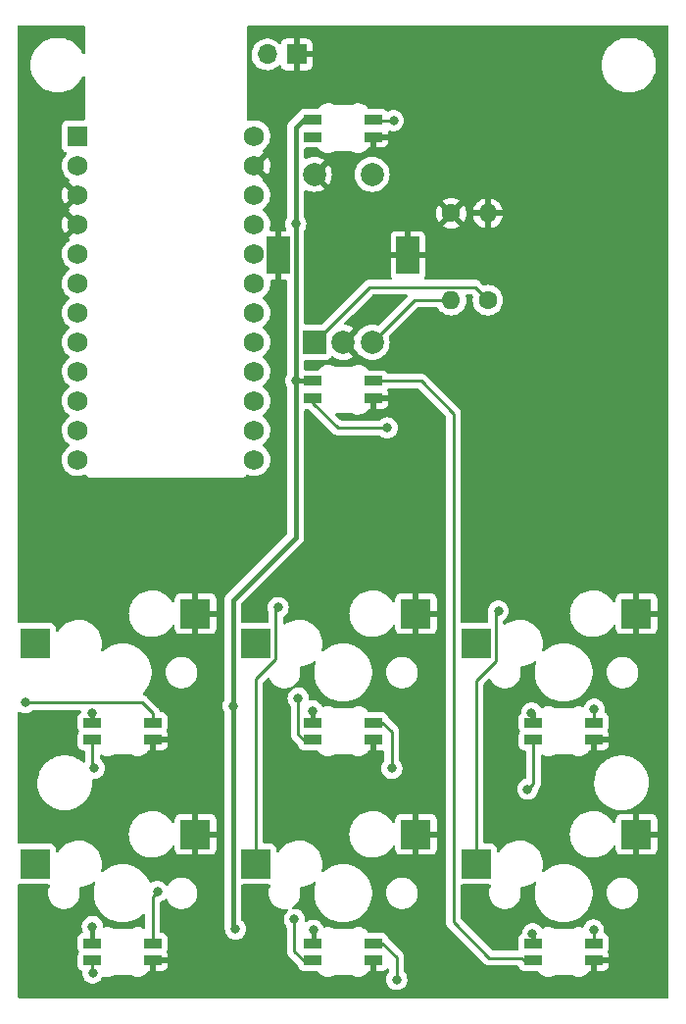
<source format=gbl>
%TF.GenerationSoftware,KiCad,Pcbnew,(6.0.1)*%
%TF.CreationDate,2022-01-30T14:08:35+01:00*%
%TF.ProjectId,Little Big Scroll 6,4c697474-6c65-4204-9269-67205363726f,v1.0*%
%TF.SameCoordinates,Original*%
%TF.FileFunction,Copper,L2,Bot*%
%TF.FilePolarity,Positive*%
%FSLAX46Y46*%
G04 Gerber Fmt 4.6, Leading zero omitted, Abs format (unit mm)*
G04 Created by KiCad (PCBNEW (6.0.1)) date 2022-01-30 14:08:35*
%MOMM*%
%LPD*%
G01*
G04 APERTURE LIST*
G04 Aperture macros list*
%AMRoundRect*
0 Rectangle with rounded corners*
0 $1 Rounding radius*
0 $2 $3 $4 $5 $6 $7 $8 $9 X,Y pos of 4 corners*
0 Add a 4 corners polygon primitive as box body*
4,1,4,$2,$3,$4,$5,$6,$7,$8,$9,$2,$3,0*
0 Add four circle primitives for the rounded corners*
1,1,$1+$1,$2,$3*
1,1,$1+$1,$4,$5*
1,1,$1+$1,$6,$7*
1,1,$1+$1,$8,$9*
0 Add four rect primitives between the rounded corners*
20,1,$1+$1,$2,$3,$4,$5,0*
20,1,$1+$1,$4,$5,$6,$7,0*
20,1,$1+$1,$6,$7,$8,$9,0*
20,1,$1+$1,$8,$9,$2,$3,0*%
G04 Aperture macros list end*
%TA.AperFunction,ComponentPad*%
%ADD10R,1.752600X1.752600*%
%TD*%
%TA.AperFunction,ComponentPad*%
%ADD11C,1.752600*%
%TD*%
%TA.AperFunction,SMDPad,CuDef*%
%ADD12R,2.550000X2.500000*%
%TD*%
%TA.AperFunction,ComponentPad*%
%ADD13R,2.000000X2.000000*%
%TD*%
%TA.AperFunction,ComponentPad*%
%ADD14C,2.000000*%
%TD*%
%TA.AperFunction,ComponentPad*%
%ADD15R,2.000000X3.200000*%
%TD*%
%TA.AperFunction,SMDPad,CuDef*%
%ADD16RoundRect,0.082000X-0.718000X0.328000X-0.718000X-0.328000X0.718000X-0.328000X0.718000X0.328000X0*%
%TD*%
%TA.AperFunction,ComponentPad*%
%ADD17C,1.600000*%
%TD*%
%TA.AperFunction,ComponentPad*%
%ADD18O,1.600000X1.600000*%
%TD*%
%TA.AperFunction,ComponentPad*%
%ADD19R,1.700000X1.700000*%
%TD*%
%TA.AperFunction,ComponentPad*%
%ADD20O,1.700000X1.700000*%
%TD*%
%TA.AperFunction,ViaPad*%
%ADD21C,0.800000*%
%TD*%
%TA.AperFunction,Conductor*%
%ADD22C,0.250000*%
%TD*%
%TA.AperFunction,Conductor*%
%ADD23C,0.450000*%
%TD*%
G04 APERTURE END LIST*
D10*
X87340000Y-56870000D03*
D11*
X87340000Y-59410000D03*
X87340000Y-61950000D03*
X87340000Y-64490000D03*
X87340000Y-67030000D03*
X87340000Y-69570000D03*
X87340000Y-72110000D03*
X87340000Y-74650000D03*
X87340000Y-77190000D03*
X87340000Y-79730000D03*
X87340000Y-82270000D03*
X87340000Y-84810000D03*
X102580000Y-84810000D03*
X102580000Y-82270000D03*
X102580000Y-79730000D03*
X102580000Y-77190000D03*
X102580000Y-74650000D03*
X102580000Y-72110000D03*
X102580000Y-69570000D03*
X102580000Y-67030000D03*
X102580000Y-64490000D03*
X102580000Y-61950000D03*
X102580000Y-59410000D03*
X102580000Y-56870000D03*
D12*
X97510000Y-98080000D03*
X83660000Y-100620000D03*
X116560000Y-98080000D03*
X102710000Y-100620000D03*
X135610000Y-98080000D03*
X121760000Y-100620000D03*
X97510000Y-117130000D03*
X83660000Y-119670000D03*
X116560000Y-117130000D03*
X102710000Y-119670000D03*
X135610000Y-117130000D03*
X121760000Y-119670000D03*
D13*
X107770000Y-74660000D03*
D14*
X112770000Y-74660000D03*
X110270000Y-74660000D03*
D15*
X115870000Y-67160000D03*
X104670000Y-67160000D03*
D14*
X112770000Y-60160000D03*
X107770000Y-60160000D03*
D16*
X93820000Y-107489999D03*
X93820000Y-108989999D03*
X88620000Y-108989999D03*
X88620000Y-107489999D03*
X112870000Y-107489999D03*
X112870000Y-108989999D03*
X107670000Y-108989999D03*
X107670000Y-107489999D03*
X126720000Y-107489999D03*
X126720000Y-108989999D03*
X131920000Y-108989999D03*
X131920000Y-107489999D03*
X93820000Y-126539999D03*
X93820000Y-128039999D03*
X88620000Y-128039999D03*
X88620000Y-126539999D03*
X112870000Y-126539999D03*
X112870000Y-128039999D03*
X107670000Y-128039999D03*
X107670000Y-126539999D03*
X131920000Y-126539999D03*
X131920000Y-128039999D03*
X126720000Y-128039999D03*
X126720000Y-126539999D03*
X107670000Y-55424999D03*
X107670000Y-56924999D03*
X112870000Y-56924999D03*
X112870000Y-55424999D03*
X107670000Y-77999999D03*
X107670000Y-79499999D03*
X112870000Y-79499999D03*
X112870000Y-77999999D03*
D17*
X119590000Y-63520000D03*
D18*
X119590000Y-71020000D03*
D17*
X122770000Y-71020000D03*
D18*
X122770000Y-63520000D03*
D19*
X106250000Y-49810000D03*
D20*
X103710000Y-49810000D03*
D21*
X99230000Y-127460000D03*
X83870000Y-57750000D03*
X135610000Y-117130000D03*
X135610000Y-98080000D03*
X116560000Y-98080000D03*
X97627660Y-117247660D03*
X97510000Y-98080000D03*
X111430000Y-67900000D03*
X116585000Y-117130000D03*
X106169998Y-77970000D03*
X88600000Y-125090000D03*
X100969998Y-125310000D03*
X107690000Y-125414500D03*
X100730000Y-106040000D03*
X107610000Y-106460000D03*
X126541578Y-106645011D03*
X106170000Y-64439998D03*
X126625264Y-125705011D03*
X88560000Y-106665010D03*
X82820002Y-105770000D03*
X88780000Y-111410000D03*
X114470000Y-111440000D03*
X106380000Y-105370000D03*
X131950000Y-106320000D03*
X126210000Y-113240000D03*
X94230000Y-122060000D03*
X88630000Y-129090000D03*
X114900000Y-129654990D03*
X131900000Y-125380000D03*
X106050000Y-124484990D03*
X114620000Y-55520000D03*
X114080000Y-82040000D03*
X83600000Y-100650000D03*
X102670000Y-100670000D03*
X121800000Y-100580000D03*
X83620000Y-119680000D03*
X102750000Y-119650000D03*
X104650000Y-97550000D03*
X123680000Y-97850000D03*
X121770000Y-119680000D03*
D22*
X116410000Y-71020000D02*
X119590000Y-71020000D01*
X112770000Y-74660000D02*
X116410000Y-71020000D01*
D23*
X100730000Y-106040000D02*
X100730000Y-125070002D01*
X126720000Y-106823433D02*
X126541578Y-106645011D01*
X107670000Y-77999999D02*
X106199997Y-77999999D01*
X107670000Y-55424999D02*
X106870000Y-55424999D01*
X88620000Y-126539999D02*
X88620000Y-125110000D01*
X88620000Y-106725010D02*
X88560000Y-106665010D01*
X126720000Y-107489999D02*
X126720000Y-106823433D01*
X126720000Y-125799747D02*
X126625264Y-125705011D01*
X106170000Y-64439998D02*
X106170000Y-77969998D01*
X88620000Y-125110000D02*
X88600000Y-125090000D01*
X106870000Y-55424999D02*
X106170000Y-56124999D01*
X107610000Y-106460000D02*
X107610000Y-107429999D01*
X88620000Y-107489999D02*
X88620000Y-106725010D01*
X126720000Y-126539999D02*
X126720000Y-125799747D01*
X106199997Y-77999999D02*
X106169998Y-77970000D01*
X107610000Y-107429999D02*
X107670000Y-107489999D01*
X100730000Y-96920000D02*
X106169998Y-91480002D01*
X106169998Y-91480002D02*
X106169998Y-77970000D01*
X106170000Y-77969998D02*
X106169998Y-77970000D01*
X100730000Y-125070002D02*
X100969998Y-125310000D01*
X107690000Y-126519999D02*
X107690000Y-125414500D01*
X100730000Y-106040000D02*
X100730000Y-96920000D01*
X106170000Y-56124999D02*
X106170000Y-64439998D01*
X107670000Y-126539999D02*
X107690000Y-126519999D01*
D22*
X112535001Y-69894999D02*
X121644999Y-69894999D01*
X107770000Y-74660000D02*
X112535001Y-69894999D01*
X121644999Y-69894999D02*
X122770000Y-71020000D01*
X93820000Y-107489999D02*
X93820000Y-106690000D01*
X93820000Y-106690000D02*
X92900000Y-105770000D01*
X92900000Y-105770000D02*
X82820002Y-105770000D01*
X88620000Y-108989999D02*
X88620000Y-111250000D01*
X88620000Y-111250000D02*
X88780000Y-111410000D01*
X112870000Y-107489999D02*
X113670000Y-107489999D01*
X113670000Y-107489999D02*
X114470000Y-108289999D01*
X114470000Y-108289999D02*
X114470000Y-111440000D01*
X106380000Y-105370000D02*
X106380000Y-108499999D01*
X106870000Y-108989999D02*
X107670000Y-108989999D01*
X131920000Y-106350000D02*
X131950000Y-106320000D01*
X106380000Y-108499999D02*
X106870000Y-108989999D01*
X131920000Y-107489999D02*
X131920000Y-106350000D01*
X93820000Y-126539999D02*
X93820000Y-122470000D01*
X126720000Y-108989999D02*
X126720000Y-112730000D01*
X126720000Y-112730000D02*
X126210000Y-113240000D01*
X93820000Y-122470000D02*
X94230000Y-122060000D01*
X112870000Y-126539999D02*
X113670000Y-126539999D01*
X114900000Y-127769999D02*
X114900000Y-129654990D01*
X88620000Y-129080000D02*
X88630000Y-129090000D01*
X113670000Y-126539999D02*
X114900000Y-127769999D01*
X88620000Y-128039999D02*
X88620000Y-129080000D01*
X131920000Y-126539999D02*
X131920000Y-125400000D01*
X107670000Y-128039999D02*
X106870000Y-128039999D01*
X106050000Y-127219999D02*
X106050000Y-124484990D01*
X106870000Y-128039999D02*
X106050000Y-127219999D01*
X131920000Y-125400000D02*
X131900000Y-125380000D01*
X119790000Y-80800000D02*
X116989999Y-77999999D01*
X119790000Y-124710000D02*
X119790000Y-80800000D01*
X126720000Y-128039999D02*
X125920000Y-128039999D01*
X116989999Y-77999999D02*
X112870000Y-77999999D01*
X125700001Y-127820000D02*
X122900000Y-127820000D01*
X122900000Y-127820000D02*
X119790000Y-124710000D01*
X125920000Y-128039999D02*
X125700001Y-127820000D01*
X107670000Y-79909999D02*
X109800001Y-82040000D01*
X112965001Y-55520000D02*
X112870000Y-55424999D01*
X107670000Y-79499999D02*
X107670000Y-79909999D01*
X109800001Y-82040000D02*
X114080000Y-82040000D01*
X114620000Y-55520000D02*
X112965001Y-55520000D01*
X102710000Y-103730002D02*
X104450000Y-101990002D01*
X104450000Y-97750000D02*
X104650000Y-97550000D01*
X102710000Y-119670000D02*
X102710000Y-103730002D01*
X104450000Y-101990002D02*
X104450000Y-97750000D01*
X121760000Y-119670000D02*
X121760000Y-103899666D01*
X121760000Y-103899666D02*
X123450000Y-102209666D01*
X123450000Y-102209666D02*
X123450000Y-98080000D01*
X123450000Y-98080000D02*
X123680000Y-97850000D01*
%TA.AperFunction,Conductor*%
G36*
X87919121Y-47308002D02*
G01*
X87965614Y-47361658D01*
X87977000Y-47414000D01*
X87977000Y-49677202D01*
X87956998Y-49745323D01*
X87903342Y-49791816D01*
X87833068Y-49801920D01*
X87768488Y-49772426D01*
X87737994Y-49732931D01*
X87648730Y-49551923D01*
X87646904Y-49548220D01*
X87644610Y-49544787D01*
X87644609Y-49544785D01*
X87477432Y-49294586D01*
X87477428Y-49294581D01*
X87475139Y-49291155D01*
X87472425Y-49288061D01*
X87472421Y-49288055D01*
X87273999Y-49061799D01*
X87271290Y-49058710D01*
X87179574Y-48978277D01*
X87041945Y-48857579D01*
X87041939Y-48857575D01*
X87038845Y-48854861D01*
X87035419Y-48852572D01*
X87035414Y-48852568D01*
X86785215Y-48685391D01*
X86785213Y-48685390D01*
X86781780Y-48683096D01*
X86596479Y-48591715D01*
X86508200Y-48548180D01*
X86508192Y-48548177D01*
X86504496Y-48546354D01*
X86412761Y-48515214D01*
X86215642Y-48448301D01*
X86215639Y-48448300D01*
X86211735Y-48446975D01*
X85985039Y-48401883D01*
X85912550Y-48387464D01*
X85912547Y-48387464D01*
X85908507Y-48386660D01*
X85904396Y-48386391D01*
X85904392Y-48386390D01*
X85679263Y-48371634D01*
X85679254Y-48371634D01*
X85677214Y-48371500D01*
X85522786Y-48371500D01*
X85520746Y-48371634D01*
X85520737Y-48371634D01*
X85295608Y-48386390D01*
X85295604Y-48386391D01*
X85291493Y-48386660D01*
X85287453Y-48387464D01*
X85287450Y-48387464D01*
X85214961Y-48401883D01*
X84988265Y-48446975D01*
X84984361Y-48448300D01*
X84984358Y-48448301D01*
X84787239Y-48515214D01*
X84695504Y-48546354D01*
X84691808Y-48548177D01*
X84691800Y-48548180D01*
X84603521Y-48591715D01*
X84418220Y-48683096D01*
X84414787Y-48685390D01*
X84414785Y-48685391D01*
X84164586Y-48852568D01*
X84164581Y-48852572D01*
X84161155Y-48854861D01*
X84158061Y-48857575D01*
X84158055Y-48857579D01*
X84020426Y-48978277D01*
X83928710Y-49058710D01*
X83926001Y-49061799D01*
X83727579Y-49288055D01*
X83727575Y-49288061D01*
X83724861Y-49291155D01*
X83722572Y-49294581D01*
X83722568Y-49294586D01*
X83671709Y-49370702D01*
X83553096Y-49548219D01*
X83551272Y-49551918D01*
X83551269Y-49551923D01*
X83480990Y-49694435D01*
X83416354Y-49825504D01*
X83415029Y-49829409D01*
X83415028Y-49829410D01*
X83323831Y-50098069D01*
X83316975Y-50118265D01*
X83256660Y-50421493D01*
X83256391Y-50425604D01*
X83256390Y-50425608D01*
X83250723Y-50512077D01*
X83236439Y-50730000D01*
X83236709Y-50734119D01*
X83255167Y-51015724D01*
X83256660Y-51038507D01*
X83316975Y-51341735D01*
X83416354Y-51634496D01*
X83418177Y-51638192D01*
X83418180Y-51638200D01*
X83462006Y-51727069D01*
X83553096Y-51911780D01*
X83555390Y-51915213D01*
X83555391Y-51915214D01*
X83724861Y-52168845D01*
X83727575Y-52171939D01*
X83727579Y-52171945D01*
X83926001Y-52398201D01*
X83928710Y-52401290D01*
X83931799Y-52403999D01*
X84158055Y-52602421D01*
X84158061Y-52602425D01*
X84161155Y-52605139D01*
X84164581Y-52607428D01*
X84164586Y-52607432D01*
X84414785Y-52774609D01*
X84418220Y-52776904D01*
X84421923Y-52778730D01*
X84691800Y-52911820D01*
X84691808Y-52911823D01*
X84695504Y-52913646D01*
X84699419Y-52914975D01*
X84984358Y-53011699D01*
X84984361Y-53011700D01*
X84988265Y-53013025D01*
X85214961Y-53058117D01*
X85287450Y-53072536D01*
X85287453Y-53072536D01*
X85291493Y-53073340D01*
X85295604Y-53073609D01*
X85295608Y-53073610D01*
X85520737Y-53088366D01*
X85520746Y-53088366D01*
X85522786Y-53088500D01*
X85677214Y-53088500D01*
X85679254Y-53088366D01*
X85679263Y-53088366D01*
X85904392Y-53073610D01*
X85904396Y-53073609D01*
X85908507Y-53073340D01*
X85912547Y-53072536D01*
X85912550Y-53072536D01*
X85985039Y-53058117D01*
X86211735Y-53013025D01*
X86215639Y-53011700D01*
X86215642Y-53011699D01*
X86500581Y-52914975D01*
X86504496Y-52913646D01*
X86508192Y-52911823D01*
X86508200Y-52911820D01*
X86778077Y-52778730D01*
X86781780Y-52776904D01*
X86785215Y-52774609D01*
X87035414Y-52607432D01*
X87035419Y-52607428D01*
X87038845Y-52605139D01*
X87041939Y-52602425D01*
X87041945Y-52602421D01*
X87268201Y-52403999D01*
X87271290Y-52401290D01*
X87273999Y-52398201D01*
X87472421Y-52171945D01*
X87472425Y-52171939D01*
X87475139Y-52168845D01*
X87646904Y-51911781D01*
X87737994Y-51727069D01*
X87786062Y-51674820D01*
X87854748Y-51656853D01*
X87922244Y-51678872D01*
X87967120Y-51733887D01*
X87977000Y-51782797D01*
X87977000Y-55359200D01*
X87956998Y-55427321D01*
X87903342Y-55473814D01*
X87851000Y-55485200D01*
X86415566Y-55485200D01*
X86353384Y-55491955D01*
X86216995Y-55543085D01*
X86100439Y-55630439D01*
X86013085Y-55746995D01*
X85961955Y-55883384D01*
X85955200Y-55945566D01*
X85955200Y-57794434D01*
X85961955Y-57856616D01*
X86013085Y-57993005D01*
X86100439Y-58109561D01*
X86216995Y-58196915D01*
X86225403Y-58200067D01*
X86308226Y-58231116D01*
X86364990Y-58273758D01*
X86389690Y-58340319D01*
X86374483Y-58409668D01*
X86355090Y-58436149D01*
X86315616Y-58477456D01*
X86260120Y-58535530D01*
X86131797Y-58723645D01*
X86035921Y-58930192D01*
X86034539Y-58935174D01*
X86034539Y-58935175D01*
X86025610Y-58967371D01*
X85975067Y-59149625D01*
X85950869Y-59376050D01*
X85951166Y-59381202D01*
X85951166Y-59381206D01*
X85953379Y-59419580D01*
X85963977Y-59603387D01*
X85965112Y-59608424D01*
X85965113Y-59608430D01*
X85985391Y-59698410D01*
X86014039Y-59825531D01*
X86015983Y-59830317D01*
X86015984Y-59830322D01*
X86097767Y-60031728D01*
X86099711Y-60036515D01*
X86218692Y-60230674D01*
X86367786Y-60402793D01*
X86542989Y-60548249D01*
X86547441Y-60550851D01*
X86547446Y-60550854D01*
X86580733Y-60570305D01*
X86629456Y-60621944D01*
X86642527Y-60691727D01*
X86615795Y-60757499D01*
X86592813Y-60779854D01*
X86570890Y-60796314D01*
X86562436Y-60807640D01*
X86569180Y-60819970D01*
X87610115Y-61860905D01*
X87644141Y-61923217D01*
X87639076Y-61994032D01*
X87610115Y-62039095D01*
X86567510Y-63081700D01*
X86560750Y-63094080D01*
X86566031Y-63101134D01*
X86581168Y-63109980D01*
X86629891Y-63161619D01*
X86642961Y-63231402D01*
X86616229Y-63297174D01*
X86593248Y-63319528D01*
X86570889Y-63336315D01*
X86562436Y-63347640D01*
X86569180Y-63359970D01*
X87610115Y-64400905D01*
X87644141Y-64463217D01*
X87639076Y-64534032D01*
X87610115Y-64579095D01*
X86567510Y-65621700D01*
X86560750Y-65634080D01*
X86566031Y-65641134D01*
X86580698Y-65649705D01*
X86629422Y-65701343D01*
X86642493Y-65771126D01*
X86615762Y-65836898D01*
X86592781Y-65859253D01*
X86421579Y-65987795D01*
X86417444Y-65990900D01*
X86260120Y-66155530D01*
X86131797Y-66343645D01*
X86035921Y-66550192D01*
X85975067Y-66769625D01*
X85950869Y-66996050D01*
X85951166Y-67001202D01*
X85951166Y-67001206D01*
X85955983Y-67084740D01*
X85963977Y-67223387D01*
X85965112Y-67228424D01*
X85965113Y-67228430D01*
X86012901Y-67440482D01*
X86014039Y-67445531D01*
X86015983Y-67450317D01*
X86015984Y-67450322D01*
X86097767Y-67651728D01*
X86099711Y-67656515D01*
X86218692Y-67850674D01*
X86367786Y-68022793D01*
X86542989Y-68168249D01*
X86547440Y-68170850D01*
X86547450Y-68170857D01*
X86580266Y-68190033D01*
X86628989Y-68241672D01*
X86642059Y-68311455D01*
X86615326Y-68377227D01*
X86592353Y-68399575D01*
X86417444Y-68530900D01*
X86260120Y-68695530D01*
X86131797Y-68883645D01*
X86035921Y-69090192D01*
X86034539Y-69095174D01*
X86034539Y-69095175D01*
X86008841Y-69187841D01*
X85975067Y-69309625D01*
X85950869Y-69536050D01*
X85951166Y-69541202D01*
X85951166Y-69541206D01*
X85955983Y-69624740D01*
X85963977Y-69763387D01*
X85965112Y-69768424D01*
X85965113Y-69768430D01*
X85990815Y-69882477D01*
X86014039Y-69985531D01*
X86015983Y-69990317D01*
X86015984Y-69990322D01*
X86097767Y-70191728D01*
X86099711Y-70196515D01*
X86218692Y-70390674D01*
X86367786Y-70562793D01*
X86542989Y-70708249D01*
X86547440Y-70710850D01*
X86547450Y-70710857D01*
X86580266Y-70730033D01*
X86628989Y-70781672D01*
X86642059Y-70851455D01*
X86615326Y-70917227D01*
X86592353Y-70939575D01*
X86417444Y-71070900D01*
X86260120Y-71235530D01*
X86257206Y-71239802D01*
X86257205Y-71239803D01*
X86185928Y-71344292D01*
X86131797Y-71423645D01*
X86035921Y-71630192D01*
X86034539Y-71635174D01*
X86034539Y-71635175D01*
X86014557Y-71707229D01*
X85975067Y-71849625D01*
X85950869Y-72076050D01*
X85951166Y-72081202D01*
X85951166Y-72081206D01*
X85955385Y-72154366D01*
X85963977Y-72303387D01*
X85965112Y-72308424D01*
X85965113Y-72308430D01*
X85985416Y-72398520D01*
X86014039Y-72525531D01*
X86015983Y-72530317D01*
X86015984Y-72530322D01*
X86097767Y-72731728D01*
X86099711Y-72736515D01*
X86218692Y-72930674D01*
X86367786Y-73102793D01*
X86453952Y-73174329D01*
X86536714Y-73243039D01*
X86542989Y-73248249D01*
X86547440Y-73250850D01*
X86547450Y-73250857D01*
X86580266Y-73270033D01*
X86628989Y-73321672D01*
X86642059Y-73391455D01*
X86615326Y-73457227D01*
X86592353Y-73479575D01*
X86417444Y-73610900D01*
X86413872Y-73614638D01*
X86264847Y-73770584D01*
X86260120Y-73775530D01*
X86257206Y-73779802D01*
X86257205Y-73779803D01*
X86185928Y-73884292D01*
X86131797Y-73963645D01*
X86035921Y-74170192D01*
X86034539Y-74175174D01*
X86034539Y-74175175D01*
X86028359Y-74197461D01*
X85975067Y-74389625D01*
X85950869Y-74616050D01*
X85951166Y-74621202D01*
X85951166Y-74621206D01*
X85953119Y-74655070D01*
X85963977Y-74843387D01*
X85965112Y-74848424D01*
X85965113Y-74848430D01*
X85985416Y-74938520D01*
X86014039Y-75065531D01*
X86015983Y-75070317D01*
X86015984Y-75070322D01*
X86097767Y-75271728D01*
X86099711Y-75276515D01*
X86218692Y-75470674D01*
X86367786Y-75642793D01*
X86542989Y-75788249D01*
X86547440Y-75790850D01*
X86547450Y-75790857D01*
X86580266Y-75810033D01*
X86628989Y-75861672D01*
X86642059Y-75931455D01*
X86615326Y-75997227D01*
X86592353Y-76019575D01*
X86417444Y-76150900D01*
X86260120Y-76315530D01*
X86257206Y-76319802D01*
X86257205Y-76319803D01*
X86185928Y-76424292D01*
X86131797Y-76503645D01*
X86035921Y-76710192D01*
X86034539Y-76715174D01*
X86034539Y-76715175D01*
X86028943Y-76735353D01*
X85975067Y-76929625D01*
X85950869Y-77156050D01*
X85951166Y-77161202D01*
X85951166Y-77161206D01*
X85955983Y-77244740D01*
X85963977Y-77383387D01*
X85965112Y-77388424D01*
X85965113Y-77388430D01*
X86000401Y-77545015D01*
X86014039Y-77605531D01*
X86015983Y-77610317D01*
X86015984Y-77610322D01*
X86082364Y-77773794D01*
X86099711Y-77816515D01*
X86218692Y-78010674D01*
X86367786Y-78182793D01*
X86542989Y-78328249D01*
X86547440Y-78330850D01*
X86547450Y-78330857D01*
X86580266Y-78350033D01*
X86628989Y-78401672D01*
X86642059Y-78471455D01*
X86615326Y-78537227D01*
X86592353Y-78559575D01*
X86417444Y-78690900D01*
X86260120Y-78855530D01*
X86257206Y-78859802D01*
X86257205Y-78859803D01*
X86227534Y-78903300D01*
X86131797Y-79043645D01*
X86035921Y-79250192D01*
X85975067Y-79469625D01*
X85950869Y-79696050D01*
X85951166Y-79701202D01*
X85951166Y-79701206D01*
X85953217Y-79736775D01*
X85963977Y-79923387D01*
X85965112Y-79928424D01*
X85965113Y-79928430D01*
X85985416Y-80018520D01*
X86014039Y-80145531D01*
X86015983Y-80150317D01*
X86015984Y-80150322D01*
X86097767Y-80351728D01*
X86099711Y-80356515D01*
X86218692Y-80550674D01*
X86367786Y-80722793D01*
X86542989Y-80868249D01*
X86547440Y-80870850D01*
X86547450Y-80870857D01*
X86580266Y-80890033D01*
X86628989Y-80941672D01*
X86642059Y-81011455D01*
X86615326Y-81077227D01*
X86592353Y-81099575D01*
X86417444Y-81230900D01*
X86413872Y-81234638D01*
X86288297Y-81366045D01*
X86260120Y-81395530D01*
X86257206Y-81399802D01*
X86257205Y-81399803D01*
X86190119Y-81498148D01*
X86131797Y-81583645D01*
X86035921Y-81790192D01*
X85975067Y-82009625D01*
X85950869Y-82236050D01*
X85951166Y-82241202D01*
X85951166Y-82241206D01*
X85955983Y-82324740D01*
X85963977Y-82463387D01*
X85965112Y-82468424D01*
X85965113Y-82468430D01*
X86008517Y-82661027D01*
X86014039Y-82685531D01*
X86015983Y-82690317D01*
X86015984Y-82690322D01*
X86071580Y-82827237D01*
X86099711Y-82896515D01*
X86218692Y-83090674D01*
X86367786Y-83262793D01*
X86542989Y-83408249D01*
X86547440Y-83410850D01*
X86547450Y-83410857D01*
X86580266Y-83430033D01*
X86628989Y-83481672D01*
X86642059Y-83551455D01*
X86615326Y-83617227D01*
X86592353Y-83639575D01*
X86417444Y-83770900D01*
X86260120Y-83935530D01*
X86257206Y-83939802D01*
X86257205Y-83939803D01*
X86185928Y-84044292D01*
X86131797Y-84123645D01*
X86035921Y-84330192D01*
X85975067Y-84549625D01*
X85950869Y-84776050D01*
X85951166Y-84781202D01*
X85951166Y-84781206D01*
X85955983Y-84864740D01*
X85963977Y-85003387D01*
X86014039Y-85225531D01*
X86015983Y-85230317D01*
X86015984Y-85230322D01*
X86061332Y-85342000D01*
X86099711Y-85436515D01*
X86218692Y-85630674D01*
X86367786Y-85802793D01*
X86542989Y-85948249D01*
X86547441Y-85950851D01*
X86547446Y-85950854D01*
X86735139Y-86060533D01*
X86739597Y-86063138D01*
X86952329Y-86144372D01*
X86957395Y-86145403D01*
X86957396Y-86145403D01*
X87009630Y-86156030D01*
X87175472Y-86189771D01*
X87303288Y-86194458D01*
X87397870Y-86197927D01*
X87397875Y-86197927D01*
X87403034Y-86198116D01*
X87408154Y-86197460D01*
X87408156Y-86197460D01*
X87486832Y-86187381D01*
X87628903Y-86169181D01*
X87633852Y-86167696D01*
X87633858Y-86167695D01*
X87771133Y-86126510D01*
X87847013Y-86103745D01*
X87892654Y-86081385D01*
X87962625Y-86069379D01*
X88027983Y-86097108D01*
X88051086Y-86123107D01*
X88052633Y-86126510D01*
X88069374Y-86145939D01*
X88080479Y-86160947D01*
X88094160Y-86182631D01*
X88110951Y-86197460D01*
X88116296Y-86202181D01*
X88128340Y-86214373D01*
X88147619Y-86236747D01*
X88155147Y-86241626D01*
X88155150Y-86241629D01*
X88169139Y-86250696D01*
X88184013Y-86261986D01*
X88203228Y-86278956D01*
X88211354Y-86282771D01*
X88211355Y-86282772D01*
X88217021Y-86285432D01*
X88229966Y-86291510D01*
X88244935Y-86299824D01*
X88269727Y-86315893D01*
X88286650Y-86320954D01*
X88294290Y-86323239D01*
X88311736Y-86329901D01*
X88334948Y-86340799D01*
X88364130Y-86345343D01*
X88380849Y-86349126D01*
X88400536Y-86355014D01*
X88400539Y-86355015D01*
X88409141Y-86357587D01*
X88418116Y-86357642D01*
X88418117Y-86357642D01*
X88424810Y-86357683D01*
X88443556Y-86357797D01*
X88444328Y-86357830D01*
X88445423Y-86358000D01*
X88476298Y-86358000D01*
X88477068Y-86358002D01*
X88550716Y-86358452D01*
X88550717Y-86358452D01*
X88554652Y-86358476D01*
X88555996Y-86358092D01*
X88557341Y-86358000D01*
X101476298Y-86358000D01*
X101477069Y-86358002D01*
X101554652Y-86358476D01*
X101563281Y-86356010D01*
X101563286Y-86356009D01*
X101583048Y-86350361D01*
X101599809Y-86346783D01*
X101620152Y-86343870D01*
X101620162Y-86343867D01*
X101629045Y-86342595D01*
X101652395Y-86331979D01*
X101669907Y-86325536D01*
X101685937Y-86320954D01*
X101694565Y-86318488D01*
X101719548Y-86302726D01*
X101734614Y-86294596D01*
X101761510Y-86282367D01*
X101780939Y-86265626D01*
X101795947Y-86254521D01*
X101810039Y-86245630D01*
X101817631Y-86240840D01*
X101837182Y-86218703D01*
X101849374Y-86206659D01*
X101864949Y-86193239D01*
X101864950Y-86193237D01*
X101871747Y-86187381D01*
X101876626Y-86179853D01*
X101876629Y-86179850D01*
X101885696Y-86165861D01*
X101896986Y-86150987D01*
X101913955Y-86131773D01*
X101915583Y-86133211D01*
X101960437Y-86095119D01*
X102030808Y-86085714D01*
X102056585Y-86092537D01*
X102192329Y-86144372D01*
X102197395Y-86145403D01*
X102197396Y-86145403D01*
X102249630Y-86156030D01*
X102415472Y-86189771D01*
X102543288Y-86194458D01*
X102637870Y-86197927D01*
X102637875Y-86197927D01*
X102643034Y-86198116D01*
X102648154Y-86197460D01*
X102648156Y-86197460D01*
X102726832Y-86187381D01*
X102868903Y-86169181D01*
X102873852Y-86167696D01*
X102873858Y-86167695D01*
X103011133Y-86126510D01*
X103087013Y-86103745D01*
X103111386Y-86091805D01*
X103286865Y-86005838D01*
X103291507Y-86003564D01*
X103295711Y-86000566D01*
X103295715Y-86000563D01*
X103373683Y-85944949D01*
X103476893Y-85871330D01*
X103638193Y-85710592D01*
X103771073Y-85525669D01*
X103871967Y-85321526D01*
X103938164Y-85103646D01*
X103950700Y-85008430D01*
X103967450Y-84881201D01*
X103967451Y-84881194D01*
X103967887Y-84877879D01*
X103969546Y-84810000D01*
X103962179Y-84720393D01*
X103951311Y-84588202D01*
X103951310Y-84588196D01*
X103950887Y-84583051D01*
X103895413Y-84362197D01*
X103893354Y-84357461D01*
X103806672Y-84158106D01*
X103806670Y-84158103D01*
X103804612Y-84153369D01*
X103680923Y-83962175D01*
X103527668Y-83793750D01*
X103348963Y-83652618D01*
X103342335Y-83648959D01*
X103341651Y-83648269D01*
X103340131Y-83647259D01*
X103340339Y-83646945D01*
X103292363Y-83598533D01*
X103277585Y-83529091D01*
X103302696Y-83462684D01*
X103330054Y-83436069D01*
X103472689Y-83334329D01*
X103472691Y-83334327D01*
X103476893Y-83331330D01*
X103638193Y-83170592D01*
X103771073Y-82985669D01*
X103871967Y-82781526D01*
X103938164Y-82563646D01*
X103938839Y-82558520D01*
X103967450Y-82341201D01*
X103967451Y-82341194D01*
X103967887Y-82337879D01*
X103969546Y-82270000D01*
X103962179Y-82180393D01*
X103951311Y-82048202D01*
X103951310Y-82048196D01*
X103950887Y-82043051D01*
X103895413Y-81822197D01*
X103893354Y-81817461D01*
X103806672Y-81618106D01*
X103806670Y-81618103D01*
X103804612Y-81613369D01*
X103680923Y-81422175D01*
X103527668Y-81253750D01*
X103348963Y-81112618D01*
X103342335Y-81108959D01*
X103341651Y-81108269D01*
X103340131Y-81107259D01*
X103340339Y-81106945D01*
X103292363Y-81058533D01*
X103277585Y-80989091D01*
X103302696Y-80922684D01*
X103330054Y-80896069D01*
X103472689Y-80794329D01*
X103472691Y-80794327D01*
X103476893Y-80791330D01*
X103638193Y-80630592D01*
X103641435Y-80626081D01*
X103768055Y-80449869D01*
X103771073Y-80445669D01*
X103778626Y-80430388D01*
X103869673Y-80246168D01*
X103869674Y-80246166D01*
X103871967Y-80241526D01*
X103938164Y-80023646D01*
X103950700Y-79928430D01*
X103967450Y-79801201D01*
X103967451Y-79801194D01*
X103967887Y-79797879D01*
X103968919Y-79755670D01*
X103969464Y-79733365D01*
X103969464Y-79733360D01*
X103969546Y-79730000D01*
X103960496Y-79619924D01*
X103951311Y-79508202D01*
X103951310Y-79508196D01*
X103950887Y-79503051D01*
X103895413Y-79282197D01*
X103893354Y-79277461D01*
X103806672Y-79078106D01*
X103806670Y-79078103D01*
X103804612Y-79073369D01*
X103704422Y-78918499D01*
X103683731Y-78886515D01*
X103683729Y-78886512D01*
X103680923Y-78882175D01*
X103527668Y-78713750D01*
X103348963Y-78572618D01*
X103342335Y-78568959D01*
X103341651Y-78568269D01*
X103340131Y-78567259D01*
X103340339Y-78566945D01*
X103292363Y-78518533D01*
X103277585Y-78449091D01*
X103302696Y-78382684D01*
X103330054Y-78356069D01*
X103472689Y-78254329D01*
X103472691Y-78254327D01*
X103476893Y-78251330D01*
X103638193Y-78090592D01*
X103660393Y-78059698D01*
X103768055Y-77909869D01*
X103771073Y-77905669D01*
X103775581Y-77896549D01*
X103869673Y-77706168D01*
X103869674Y-77706166D01*
X103871967Y-77701526D01*
X103938164Y-77483646D01*
X103940108Y-77468878D01*
X103967450Y-77261201D01*
X103967451Y-77261194D01*
X103967887Y-77257879D01*
X103969546Y-77190000D01*
X103960670Y-77082037D01*
X103951311Y-76968202D01*
X103951310Y-76968196D01*
X103950887Y-76963051D01*
X103895413Y-76742197D01*
X103893072Y-76736813D01*
X103806672Y-76538106D01*
X103806670Y-76538103D01*
X103804612Y-76533369D01*
X103680923Y-76342175D01*
X103527668Y-76173750D01*
X103348963Y-76032618D01*
X103342335Y-76028959D01*
X103341651Y-76028269D01*
X103340131Y-76027259D01*
X103340339Y-76026945D01*
X103292363Y-75978533D01*
X103277585Y-75909091D01*
X103302696Y-75842684D01*
X103330054Y-75816069D01*
X103472689Y-75714329D01*
X103472691Y-75714327D01*
X103476893Y-75711330D01*
X103638193Y-75550592D01*
X103659400Y-75521080D01*
X103768055Y-75369869D01*
X103771073Y-75365669D01*
X103778233Y-75351183D01*
X103869673Y-75166168D01*
X103869674Y-75166166D01*
X103871967Y-75161526D01*
X103938164Y-74943646D01*
X103950700Y-74848430D01*
X103967450Y-74721201D01*
X103967451Y-74721194D01*
X103967887Y-74717879D01*
X103968647Y-74686783D01*
X103969464Y-74653365D01*
X103969464Y-74653360D01*
X103969546Y-74650000D01*
X103962179Y-74560393D01*
X103951311Y-74428202D01*
X103951310Y-74428196D01*
X103950887Y-74423051D01*
X103895413Y-74202197D01*
X103891156Y-74192406D01*
X103806672Y-73998106D01*
X103806670Y-73998103D01*
X103804612Y-73993369D01*
X103680923Y-73802175D01*
X103527668Y-73633750D01*
X103348963Y-73492618D01*
X103342335Y-73488959D01*
X103341651Y-73488269D01*
X103340131Y-73487259D01*
X103340339Y-73486945D01*
X103292363Y-73438533D01*
X103277585Y-73369091D01*
X103302696Y-73302684D01*
X103330054Y-73276069D01*
X103472689Y-73174329D01*
X103472691Y-73174327D01*
X103476893Y-73171330D01*
X103638193Y-73010592D01*
X103771073Y-72825669D01*
X103871967Y-72621526D01*
X103938164Y-72403646D01*
X103947462Y-72333019D01*
X103967450Y-72181201D01*
X103967451Y-72181194D01*
X103967887Y-72177879D01*
X103969546Y-72110000D01*
X103962179Y-72020393D01*
X103951311Y-71888202D01*
X103951310Y-71888196D01*
X103950887Y-71883051D01*
X103906724Y-71707229D01*
X103896672Y-71667208D01*
X103896671Y-71667204D01*
X103895413Y-71662197D01*
X103893354Y-71657461D01*
X103806672Y-71458106D01*
X103806670Y-71458103D01*
X103804612Y-71453369D01*
X103680923Y-71262175D01*
X103527668Y-71093750D01*
X103348963Y-70952618D01*
X103342335Y-70948959D01*
X103341651Y-70948269D01*
X103340131Y-70947259D01*
X103340339Y-70946945D01*
X103292363Y-70898533D01*
X103277585Y-70829091D01*
X103302696Y-70762684D01*
X103330054Y-70736069D01*
X103472689Y-70634329D01*
X103472691Y-70634327D01*
X103476893Y-70631330D01*
X103638193Y-70470592D01*
X103711742Y-70368238D01*
X103768055Y-70289869D01*
X103771073Y-70285669D01*
X103871967Y-70081526D01*
X103938164Y-69863646D01*
X103950700Y-69768430D01*
X103967450Y-69641201D01*
X103967451Y-69641194D01*
X103967887Y-69637879D01*
X103969546Y-69570000D01*
X103963503Y-69496501D01*
X103955925Y-69404324D01*
X103970278Y-69334794D01*
X104019943Y-69284061D01*
X104081501Y-69268000D01*
X104397885Y-69268000D01*
X104413124Y-69263525D01*
X104414329Y-69262135D01*
X104416000Y-69254452D01*
X104416000Y-65070116D01*
X104411525Y-65054877D01*
X104410135Y-65053672D01*
X104402452Y-65052001D01*
X104026601Y-65052001D01*
X103958480Y-65031999D01*
X103911987Y-64978343D01*
X103901883Y-64908069D01*
X103906042Y-64889373D01*
X103936662Y-64788590D01*
X103936662Y-64788589D01*
X103938164Y-64783646D01*
X103941904Y-64755236D01*
X103967450Y-64561201D01*
X103967451Y-64561194D01*
X103967887Y-64557879D01*
X103969546Y-64490000D01*
X103958814Y-64359467D01*
X103951311Y-64268202D01*
X103951310Y-64268196D01*
X103950887Y-64263051D01*
X103895413Y-64042197D01*
X103828710Y-63888790D01*
X103806672Y-63838106D01*
X103806670Y-63838103D01*
X103804612Y-63833369D01*
X103680923Y-63642175D01*
X103527668Y-63473750D01*
X103348963Y-63332618D01*
X103342335Y-63328959D01*
X103341651Y-63328269D01*
X103340131Y-63327259D01*
X103340339Y-63326945D01*
X103292363Y-63278533D01*
X103277585Y-63209091D01*
X103302696Y-63142684D01*
X103330054Y-63116069D01*
X103472689Y-63014329D01*
X103472691Y-63014327D01*
X103476893Y-63011330D01*
X103638193Y-62850592D01*
X103771073Y-62665669D01*
X103817614Y-62571502D01*
X103869673Y-62466168D01*
X103869674Y-62466166D01*
X103871967Y-62461526D01*
X103938164Y-62243646D01*
X103939003Y-62237273D01*
X103967450Y-62021201D01*
X103967451Y-62021194D01*
X103967887Y-62017879D01*
X103969546Y-61950000D01*
X103962179Y-61860393D01*
X103951311Y-61728202D01*
X103951310Y-61728196D01*
X103950887Y-61723051D01*
X103919159Y-61596734D01*
X103896672Y-61507208D01*
X103896671Y-61507204D01*
X103895413Y-61502197D01*
X103804612Y-61293369D01*
X103680923Y-61102175D01*
X103527668Y-60933750D01*
X103348963Y-60792618D01*
X103341849Y-60788691D01*
X103341006Y-60787840D01*
X103340131Y-60787259D01*
X103340251Y-60787078D01*
X103291876Y-60738261D01*
X103277100Y-60668819D01*
X103302214Y-60602413D01*
X103329568Y-60575802D01*
X103348103Y-60562581D01*
X103356504Y-60551881D01*
X103349515Y-60538725D01*
X102309885Y-59499095D01*
X102275859Y-59436783D01*
X102277694Y-59411132D01*
X102944408Y-59411132D01*
X102944539Y-59412965D01*
X102948790Y-59419580D01*
X103709320Y-60180110D01*
X103721330Y-60186669D01*
X103733069Y-60177701D01*
X103767625Y-60129611D01*
X103772936Y-60120772D01*
X103869206Y-59925983D01*
X103873005Y-59916387D01*
X103936170Y-59708491D01*
X103938349Y-59698410D01*
X103966949Y-59481175D01*
X103967468Y-59474502D01*
X103968962Y-59413365D01*
X103968768Y-59406646D01*
X103950816Y-59188294D01*
X103949131Y-59178114D01*
X103896196Y-58967371D01*
X103892876Y-58957620D01*
X103806229Y-58758343D01*
X103801362Y-58749268D01*
X103732083Y-58642178D01*
X103721398Y-58632975D01*
X103711831Y-58637379D01*
X102952022Y-59397188D01*
X102944408Y-59411132D01*
X102277694Y-59411132D01*
X102280924Y-59365968D01*
X102309885Y-59320905D01*
X103352115Y-58278675D01*
X103359136Y-58265819D01*
X103351607Y-58255486D01*
X103344161Y-58250539D01*
X103341880Y-58249280D01*
X103341137Y-58248530D01*
X103339853Y-58247677D01*
X103340029Y-58247412D01*
X103291908Y-58198849D01*
X103277134Y-58129406D01*
X103302249Y-58063000D01*
X103329602Y-58036391D01*
X103402215Y-57984597D01*
X103476893Y-57931330D01*
X103638193Y-57770592D01*
X103643409Y-57763334D01*
X103768055Y-57589869D01*
X103771073Y-57585669D01*
X103871967Y-57381526D01*
X103929383Y-57192547D01*
X103936662Y-57168590D01*
X103936662Y-57168589D01*
X103938164Y-57163646D01*
X103967887Y-56937879D01*
X103968496Y-56912969D01*
X103969464Y-56873365D01*
X103969464Y-56873360D01*
X103969546Y-56870000D01*
X103962179Y-56780393D01*
X103951311Y-56648202D01*
X103951310Y-56648196D01*
X103950887Y-56643051D01*
X103921043Y-56524236D01*
X103896672Y-56427208D01*
X103896671Y-56427204D01*
X103895413Y-56422197D01*
X103893354Y-56417461D01*
X103806672Y-56218106D01*
X103806670Y-56218103D01*
X103804612Y-56213369D01*
X103695378Y-56044519D01*
X103683731Y-56026515D01*
X103683729Y-56026512D01*
X103680923Y-56022175D01*
X103527668Y-55853750D01*
X103348963Y-55712618D01*
X103149607Y-55602567D01*
X103009816Y-55553064D01*
X102939829Y-55528280D01*
X102939825Y-55528279D01*
X102934954Y-55526554D01*
X102929861Y-55525647D01*
X102929858Y-55525646D01*
X102715857Y-55487527D01*
X102715851Y-55487526D01*
X102710768Y-55486621D01*
X102623698Y-55485557D01*
X102488239Y-55483902D01*
X102488237Y-55483902D01*
X102483070Y-55483839D01*
X102257976Y-55518283D01*
X102165616Y-55548471D01*
X102158145Y-55550913D01*
X102087181Y-55553064D01*
X102026320Y-55516508D01*
X101994883Y-55452851D01*
X101993000Y-55431148D01*
X101993000Y-49776695D01*
X102347251Y-49776695D01*
X102347548Y-49781848D01*
X102347548Y-49781851D01*
X102349852Y-49821806D01*
X102360110Y-49999715D01*
X102361247Y-50004761D01*
X102361248Y-50004767D01*
X102375606Y-50068475D01*
X102409222Y-50217639D01*
X102493266Y-50424616D01*
X102609987Y-50615088D01*
X102756250Y-50783938D01*
X102928126Y-50926632D01*
X103121000Y-51039338D01*
X103329692Y-51119030D01*
X103334760Y-51120061D01*
X103334763Y-51120062D01*
X103442017Y-51141883D01*
X103548597Y-51163567D01*
X103553772Y-51163757D01*
X103553774Y-51163757D01*
X103766673Y-51171564D01*
X103766677Y-51171564D01*
X103771837Y-51171753D01*
X103776957Y-51171097D01*
X103776959Y-51171097D01*
X103988288Y-51144025D01*
X103988289Y-51144025D01*
X103993416Y-51143368D01*
X103998366Y-51141883D01*
X104202429Y-51080661D01*
X104202434Y-51080659D01*
X104207384Y-51079174D01*
X104407994Y-50980896D01*
X104589860Y-50851173D01*
X104657331Y-50783938D01*
X104698479Y-50742933D01*
X104760851Y-50709017D01*
X104831658Y-50714205D01*
X104888419Y-50756851D01*
X104905401Y-50787954D01*
X104946676Y-50898054D01*
X104955214Y-50913649D01*
X105031715Y-51015724D01*
X105044276Y-51028285D01*
X105146351Y-51104786D01*
X105161946Y-51113324D01*
X105282394Y-51158478D01*
X105297649Y-51162105D01*
X105348514Y-51167631D01*
X105355328Y-51168000D01*
X105977885Y-51168000D01*
X105993124Y-51163525D01*
X105994329Y-51162135D01*
X105996000Y-51154452D01*
X105996000Y-51149884D01*
X106504000Y-51149884D01*
X106508475Y-51165123D01*
X106509865Y-51166328D01*
X106517548Y-51167999D01*
X107144669Y-51167999D01*
X107151490Y-51167629D01*
X107202352Y-51162105D01*
X107217604Y-51158479D01*
X107338054Y-51113324D01*
X107353649Y-51104786D01*
X107455724Y-51028285D01*
X107468285Y-51015724D01*
X107544786Y-50913649D01*
X107553324Y-50898054D01*
X107598478Y-50777606D01*
X107602105Y-50762351D01*
X107605620Y-50730000D01*
X132576439Y-50730000D01*
X132576709Y-50734119D01*
X132595167Y-51015724D01*
X132596660Y-51038507D01*
X132656975Y-51341735D01*
X132756354Y-51634496D01*
X132758177Y-51638192D01*
X132758180Y-51638200D01*
X132802006Y-51727069D01*
X132893096Y-51911780D01*
X132895390Y-51915213D01*
X132895391Y-51915214D01*
X133064861Y-52168845D01*
X133067575Y-52171939D01*
X133067579Y-52171945D01*
X133266001Y-52398201D01*
X133268710Y-52401290D01*
X133271799Y-52403999D01*
X133498055Y-52602421D01*
X133498061Y-52602425D01*
X133501155Y-52605139D01*
X133504581Y-52607428D01*
X133504586Y-52607432D01*
X133754785Y-52774609D01*
X133758220Y-52776904D01*
X133761923Y-52778730D01*
X134031800Y-52911820D01*
X134031808Y-52911823D01*
X134035504Y-52913646D01*
X134039419Y-52914975D01*
X134324358Y-53011699D01*
X134324361Y-53011700D01*
X134328265Y-53013025D01*
X134554961Y-53058117D01*
X134627450Y-53072536D01*
X134627453Y-53072536D01*
X134631493Y-53073340D01*
X134635604Y-53073609D01*
X134635608Y-53073610D01*
X134860737Y-53088366D01*
X134860746Y-53088366D01*
X134862786Y-53088500D01*
X135017214Y-53088500D01*
X135019254Y-53088366D01*
X135019263Y-53088366D01*
X135244392Y-53073610D01*
X135244396Y-53073609D01*
X135248507Y-53073340D01*
X135252547Y-53072536D01*
X135252550Y-53072536D01*
X135325039Y-53058117D01*
X135551735Y-53013025D01*
X135555639Y-53011700D01*
X135555642Y-53011699D01*
X135840581Y-52914975D01*
X135844496Y-52913646D01*
X135848192Y-52911823D01*
X135848200Y-52911820D01*
X136118077Y-52778730D01*
X136121780Y-52776904D01*
X136125215Y-52774609D01*
X136375414Y-52607432D01*
X136375419Y-52607428D01*
X136378845Y-52605139D01*
X136381939Y-52602425D01*
X136381945Y-52602421D01*
X136608201Y-52403999D01*
X136611290Y-52401290D01*
X136613999Y-52398201D01*
X136812421Y-52171945D01*
X136812425Y-52171939D01*
X136815139Y-52168845D01*
X136986904Y-51911781D01*
X137123646Y-51634496D01*
X137223025Y-51341735D01*
X137283340Y-51038507D01*
X137284834Y-51015724D01*
X137303291Y-50734119D01*
X137303561Y-50730000D01*
X137289277Y-50512077D01*
X137283610Y-50425608D01*
X137283609Y-50425604D01*
X137283340Y-50421493D01*
X137223025Y-50118265D01*
X137216170Y-50098069D01*
X137124975Y-49829419D01*
X137123646Y-49825504D01*
X137121822Y-49821806D01*
X137121820Y-49821800D01*
X136988730Y-49551923D01*
X136986904Y-49548220D01*
X136984610Y-49544787D01*
X136984609Y-49544785D01*
X136817432Y-49294586D01*
X136817428Y-49294581D01*
X136815139Y-49291155D01*
X136812425Y-49288061D01*
X136812421Y-49288055D01*
X136613999Y-49061799D01*
X136611290Y-49058710D01*
X136519574Y-48978277D01*
X136381945Y-48857579D01*
X136381939Y-48857575D01*
X136378845Y-48854861D01*
X136375419Y-48852572D01*
X136375414Y-48852568D01*
X136125215Y-48685391D01*
X136125213Y-48685390D01*
X136121780Y-48683096D01*
X135936479Y-48591715D01*
X135848200Y-48548180D01*
X135848192Y-48548177D01*
X135844496Y-48546354D01*
X135752761Y-48515214D01*
X135555642Y-48448301D01*
X135555639Y-48448300D01*
X135551735Y-48446975D01*
X135325039Y-48401883D01*
X135252550Y-48387464D01*
X135252547Y-48387464D01*
X135248507Y-48386660D01*
X135244396Y-48386391D01*
X135244392Y-48386390D01*
X135019263Y-48371634D01*
X135019254Y-48371634D01*
X135017214Y-48371500D01*
X134862786Y-48371500D01*
X134860746Y-48371634D01*
X134860737Y-48371634D01*
X134635608Y-48386390D01*
X134635604Y-48386391D01*
X134631493Y-48386660D01*
X134627453Y-48387464D01*
X134627450Y-48387464D01*
X134554961Y-48401883D01*
X134328265Y-48446975D01*
X134324361Y-48448300D01*
X134324358Y-48448301D01*
X134127239Y-48515214D01*
X134035504Y-48546354D01*
X134031808Y-48548177D01*
X134031800Y-48548180D01*
X133943521Y-48591715D01*
X133758220Y-48683096D01*
X133754787Y-48685390D01*
X133754785Y-48685391D01*
X133504586Y-48852568D01*
X133504581Y-48852572D01*
X133501155Y-48854861D01*
X133498061Y-48857575D01*
X133498055Y-48857579D01*
X133360426Y-48978277D01*
X133268710Y-49058710D01*
X133266001Y-49061799D01*
X133067579Y-49288055D01*
X133067575Y-49288061D01*
X133064861Y-49291155D01*
X133062572Y-49294581D01*
X133062568Y-49294586D01*
X133011709Y-49370702D01*
X132893096Y-49548219D01*
X132891272Y-49551918D01*
X132891269Y-49551923D01*
X132820990Y-49694435D01*
X132756354Y-49825504D01*
X132755029Y-49829409D01*
X132755028Y-49829410D01*
X132663831Y-50098069D01*
X132656975Y-50118265D01*
X132596660Y-50421493D01*
X132596391Y-50425604D01*
X132596390Y-50425608D01*
X132590723Y-50512077D01*
X132576439Y-50730000D01*
X107605620Y-50730000D01*
X107607631Y-50711486D01*
X107608000Y-50704672D01*
X107608000Y-50082115D01*
X107603525Y-50066876D01*
X107602135Y-50065671D01*
X107594452Y-50064000D01*
X106522115Y-50064000D01*
X106506876Y-50068475D01*
X106505671Y-50069865D01*
X106504000Y-50077548D01*
X106504000Y-51149884D01*
X105996000Y-51149884D01*
X105996000Y-49537885D01*
X106504000Y-49537885D01*
X106508475Y-49553124D01*
X106509865Y-49554329D01*
X106517548Y-49556000D01*
X107589884Y-49556000D01*
X107605123Y-49551525D01*
X107606328Y-49550135D01*
X107607999Y-49542452D01*
X107607999Y-48915331D01*
X107607629Y-48908510D01*
X107602105Y-48857648D01*
X107598479Y-48842396D01*
X107553324Y-48721946D01*
X107544786Y-48706351D01*
X107468285Y-48604276D01*
X107455724Y-48591715D01*
X107353649Y-48515214D01*
X107338054Y-48506676D01*
X107217606Y-48461522D01*
X107202351Y-48457895D01*
X107151486Y-48452369D01*
X107144672Y-48452000D01*
X106522115Y-48452000D01*
X106506876Y-48456475D01*
X106505671Y-48457865D01*
X106504000Y-48465548D01*
X106504000Y-49537885D01*
X105996000Y-49537885D01*
X105996000Y-48470116D01*
X105991525Y-48454877D01*
X105990135Y-48453672D01*
X105982452Y-48452001D01*
X105355331Y-48452001D01*
X105348510Y-48452371D01*
X105297648Y-48457895D01*
X105282396Y-48461521D01*
X105161946Y-48506676D01*
X105146351Y-48515214D01*
X105044276Y-48591715D01*
X105031715Y-48604276D01*
X104955214Y-48706351D01*
X104946676Y-48721946D01*
X104905297Y-48832322D01*
X104862655Y-48889087D01*
X104796093Y-48913786D01*
X104726744Y-48898578D01*
X104694121Y-48872891D01*
X104643151Y-48816876D01*
X104643148Y-48816873D01*
X104639670Y-48813051D01*
X104635619Y-48809852D01*
X104635615Y-48809848D01*
X104468414Y-48677800D01*
X104468410Y-48677798D01*
X104464359Y-48674598D01*
X104268789Y-48566638D01*
X104263920Y-48564914D01*
X104263916Y-48564912D01*
X104063087Y-48493795D01*
X104063083Y-48493794D01*
X104058212Y-48492069D01*
X104053119Y-48491162D01*
X104053116Y-48491161D01*
X103843373Y-48453800D01*
X103843367Y-48453799D01*
X103838284Y-48452894D01*
X103764452Y-48451992D01*
X103620081Y-48450228D01*
X103620079Y-48450228D01*
X103614911Y-48450165D01*
X103394091Y-48483955D01*
X103181756Y-48553357D01*
X102983607Y-48656507D01*
X102979474Y-48659610D01*
X102979471Y-48659612D01*
X102896450Y-48721946D01*
X102804965Y-48790635D01*
X102650629Y-48952138D01*
X102647715Y-48956410D01*
X102647714Y-48956411D01*
X102575823Y-49061799D01*
X102524743Y-49136680D01*
X102430688Y-49339305D01*
X102370989Y-49554570D01*
X102347251Y-49776695D01*
X101993000Y-49776695D01*
X101993000Y-47414000D01*
X102013002Y-47345879D01*
X102066658Y-47299386D01*
X102119000Y-47288000D01*
X138256000Y-47288000D01*
X138324121Y-47308002D01*
X138370614Y-47361658D01*
X138382000Y-47414000D01*
X138382000Y-131146000D01*
X138361998Y-131214121D01*
X138308342Y-131260614D01*
X138256000Y-131272000D01*
X82284000Y-131272000D01*
X82215879Y-131251998D01*
X82169386Y-131198342D01*
X82158000Y-131146000D01*
X82158000Y-121549498D01*
X82178002Y-121481377D01*
X82231658Y-121434884D01*
X82297607Y-121424235D01*
X82336866Y-121428500D01*
X84806877Y-121428500D01*
X84874998Y-121448502D01*
X84921491Y-121502158D01*
X84931595Y-121572432D01*
X84919194Y-121611603D01*
X84875923Y-121696712D01*
X84863620Y-121736335D01*
X84809095Y-121911930D01*
X84809094Y-121911936D01*
X84807511Y-121917033D01*
X84777200Y-122145732D01*
X84785854Y-122376268D01*
X84833228Y-122602050D01*
X84835186Y-122607009D01*
X84835187Y-122607011D01*
X84863945Y-122679830D01*
X84917967Y-122816622D01*
X85037647Y-123013849D01*
X85041144Y-123017879D01*
X85127768Y-123117704D01*
X85188847Y-123188092D01*
X85192978Y-123191479D01*
X85363115Y-123330984D01*
X85363121Y-123330988D01*
X85367243Y-123334368D01*
X85567735Y-123448494D01*
X85572751Y-123450315D01*
X85572756Y-123450317D01*
X85779575Y-123525389D01*
X85779579Y-123525390D01*
X85784590Y-123527209D01*
X85789839Y-123528158D01*
X85789842Y-123528159D01*
X86007523Y-123567522D01*
X86007530Y-123567523D01*
X86011607Y-123568260D01*
X86029344Y-123569096D01*
X86034292Y-123569330D01*
X86034299Y-123569330D01*
X86035780Y-123569400D01*
X86197925Y-123569400D01*
X86264881Y-123563719D01*
X86364562Y-123555261D01*
X86364566Y-123555260D01*
X86369873Y-123554810D01*
X86375028Y-123553472D01*
X86375034Y-123553471D01*
X86588003Y-123498195D01*
X86588007Y-123498194D01*
X86593172Y-123496853D01*
X86598038Y-123494661D01*
X86598041Y-123494660D01*
X86798649Y-123404293D01*
X86803515Y-123402101D01*
X86807935Y-123399125D01*
X86807939Y-123399123D01*
X86983333Y-123281039D01*
X86994885Y-123273262D01*
X87161812Y-123114022D01*
X87239738Y-123009286D01*
X87296337Y-122933214D01*
X87296339Y-122933211D01*
X87299521Y-122928934D01*
X87354305Y-122821183D01*
X87401658Y-122728046D01*
X87401658Y-122728045D01*
X87404077Y-122723288D01*
X87452427Y-122567577D01*
X87470905Y-122508070D01*
X87470906Y-122508064D01*
X87472489Y-122502967D01*
X87502800Y-122274268D01*
X87494146Y-122043732D01*
X87448104Y-121824298D01*
X87453691Y-121753523D01*
X87496656Y-121697003D01*
X87562629Y-121672732D01*
X87607257Y-121669612D01*
X87685828Y-121664118D01*
X87685834Y-121664117D01*
X87690212Y-121663811D01*
X87964970Y-121605409D01*
X87969099Y-121603906D01*
X87969103Y-121603905D01*
X88224781Y-121510846D01*
X88224785Y-121510844D01*
X88228926Y-121509337D01*
X88476942Y-121377464D01*
X88565019Y-121313473D01*
X88661327Y-121243501D01*
X88728195Y-121219642D01*
X88797347Y-121235723D01*
X88846827Y-121286637D01*
X88860926Y-121356220D01*
X88852540Y-121391820D01*
X88835370Y-121435187D01*
X88757064Y-121740170D01*
X88717600Y-122052562D01*
X88717600Y-122367438D01*
X88757064Y-122679830D01*
X88835370Y-122984813D01*
X88951284Y-123277577D01*
X88953186Y-123281036D01*
X88953187Y-123281039D01*
X89087520Y-123525389D01*
X89102976Y-123553504D01*
X89148524Y-123616196D01*
X89283694Y-123802241D01*
X89288055Y-123808244D01*
X89503602Y-124037778D01*
X89746218Y-124238487D01*
X90012076Y-124407206D01*
X90015655Y-124408890D01*
X90015662Y-124408894D01*
X90293394Y-124539584D01*
X90293398Y-124539586D01*
X90296984Y-124541273D01*
X90596448Y-124638575D01*
X90905746Y-124697577D01*
X90999300Y-124703463D01*
X91139358Y-124712275D01*
X91139374Y-124712276D01*
X91141353Y-124712400D01*
X91298647Y-124712400D01*
X91300626Y-124712276D01*
X91300642Y-124712275D01*
X91440700Y-124703463D01*
X91534254Y-124697577D01*
X91843552Y-124638575D01*
X92143016Y-124541273D01*
X92146602Y-124539586D01*
X92146606Y-124539584D01*
X92424338Y-124408894D01*
X92424345Y-124408890D01*
X92427924Y-124407206D01*
X92693782Y-124238487D01*
X92936398Y-124037778D01*
X92968650Y-124003433D01*
X93029862Y-123967468D01*
X93100802Y-123970305D01*
X93158947Y-124011046D01*
X93185835Y-124076754D01*
X93186500Y-124089686D01*
X93186500Y-125156772D01*
X93166498Y-125224893D01*
X93112842Y-125271386D01*
X93042568Y-125281490D01*
X93003180Y-125268979D01*
X92916251Y-125224572D01*
X92895566Y-125214005D01*
X92719299Y-125161354D01*
X92713585Y-125160733D01*
X92542119Y-125142099D01*
X92542118Y-125142099D01*
X92536413Y-125141479D01*
X92352950Y-125155039D01*
X92174973Y-125201583D01*
X92169777Y-125204015D01*
X92169775Y-125204016D01*
X92049386Y-125260372D01*
X92040604Y-125264084D01*
X92018684Y-125272388D01*
X92018320Y-125271428D01*
X91970984Y-125282000D01*
X90474885Y-125282000D01*
X90455502Y-125280500D01*
X90440465Y-125278159D01*
X90406431Y-125267776D01*
X90265026Y-125201582D01*
X90221015Y-125190072D01*
X90093683Y-125156772D01*
X90087049Y-125155037D01*
X89903586Y-125141478D01*
X89897881Y-125142098D01*
X89897880Y-125142098D01*
X89765430Y-125156492D01*
X89720700Y-125161353D01*
X89715199Y-125162996D01*
X89715200Y-125162996D01*
X89672580Y-125175726D01*
X89601585Y-125176057D01*
X89541680Y-125137952D01*
X89511209Y-125068167D01*
X89506793Y-125026145D01*
X89494995Y-124913893D01*
X89494232Y-124906635D01*
X89494232Y-124906633D01*
X89493542Y-124900072D01*
X89434527Y-124718444D01*
X89431038Y-124712400D01*
X89388844Y-124639319D01*
X89339040Y-124553056D01*
X89329535Y-124542499D01*
X89215675Y-124416045D01*
X89215674Y-124416044D01*
X89211253Y-124411134D01*
X89056752Y-124298882D01*
X89050724Y-124296198D01*
X89050722Y-124296197D01*
X88888319Y-124223891D01*
X88888318Y-124223891D01*
X88882288Y-124221206D01*
X88788888Y-124201353D01*
X88701944Y-124182872D01*
X88701939Y-124182872D01*
X88695487Y-124181500D01*
X88504513Y-124181500D01*
X88498061Y-124182872D01*
X88498056Y-124182872D01*
X88411112Y-124201353D01*
X88317712Y-124221206D01*
X88311682Y-124223891D01*
X88311681Y-124223891D01*
X88149278Y-124296197D01*
X88149276Y-124296198D01*
X88143248Y-124298882D01*
X87988747Y-124411134D01*
X87984326Y-124416044D01*
X87984325Y-124416045D01*
X87870466Y-124542499D01*
X87860960Y-124553056D01*
X87811156Y-124639319D01*
X87768963Y-124712400D01*
X87765473Y-124718444D01*
X87706458Y-124900072D01*
X87705768Y-124906633D01*
X87705768Y-124906635D01*
X87688791Y-125068167D01*
X87686496Y-125090000D01*
X87687186Y-125096565D01*
X87705666Y-125272388D01*
X87706458Y-125279928D01*
X87765473Y-125461556D01*
X87771838Y-125472580D01*
X87788575Y-125541575D01*
X87765354Y-125608667D01*
X87710936Y-125651988D01*
X87604202Y-125696199D01*
X87542526Y-125743525D01*
X87487404Y-125785821D01*
X87487402Y-125785823D01*
X87480851Y-125790850D01*
X87475825Y-125797400D01*
X87475824Y-125797401D01*
X87442196Y-125841226D01*
X87386200Y-125914202D01*
X87326699Y-126057848D01*
X87325622Y-126066032D01*
X87325621Y-126066034D01*
X87318861Y-126117387D01*
X87311500Y-126173298D01*
X87311501Y-126906699D01*
X87326699Y-127022150D01*
X87386200Y-127165797D01*
X87391227Y-127172348D01*
X87391228Y-127172350D01*
X87422647Y-127213296D01*
X87448247Y-127279516D01*
X87433982Y-127349065D01*
X87422647Y-127366703D01*
X87419404Y-127370929D01*
X87386200Y-127414202D01*
X87383041Y-127421828D01*
X87383040Y-127421830D01*
X87368900Y-127455967D01*
X87326699Y-127557848D01*
X87325622Y-127566032D01*
X87325621Y-127566034D01*
X87317030Y-127631292D01*
X87311500Y-127673298D01*
X87311501Y-128406699D01*
X87312039Y-128410783D01*
X87312039Y-128410789D01*
X87317402Y-128451528D01*
X87326699Y-128522150D01*
X87386200Y-128665797D01*
X87413468Y-128701333D01*
X87475822Y-128782595D01*
X87475825Y-128782598D01*
X87480851Y-128789148D01*
X87487401Y-128794174D01*
X87487402Y-128794175D01*
X87526435Y-128824126D01*
X87604203Y-128883799D01*
X87611834Y-128886960D01*
X87611836Y-128886961D01*
X87645654Y-128900970D01*
X87700934Y-128945519D01*
X87723354Y-129012883D01*
X87722744Y-129030547D01*
X87717186Y-129083433D01*
X87716496Y-129090000D01*
X87717186Y-129096565D01*
X87724493Y-129166083D01*
X87736458Y-129279928D01*
X87795473Y-129461556D01*
X87890960Y-129626944D01*
X87895378Y-129631851D01*
X87895379Y-129631852D01*
X87916213Y-129654990D01*
X88018747Y-129768866D01*
X88173248Y-129881118D01*
X88179276Y-129883802D01*
X88179278Y-129883803D01*
X88341681Y-129956109D01*
X88347712Y-129958794D01*
X88441112Y-129978647D01*
X88528056Y-129997128D01*
X88528061Y-129997128D01*
X88534513Y-129998500D01*
X88725487Y-129998500D01*
X88731939Y-129997128D01*
X88731944Y-129997128D01*
X88818888Y-129978647D01*
X88912288Y-129958794D01*
X88918319Y-129956109D01*
X89080722Y-129883803D01*
X89080724Y-129883802D01*
X89086752Y-129881118D01*
X89241253Y-129768866D01*
X89343787Y-129654990D01*
X89364621Y-129631852D01*
X89364622Y-129631851D01*
X89369040Y-129626944D01*
X89464527Y-129461556D01*
X89466106Y-129456698D01*
X89511725Y-129403026D01*
X89579652Y-129382377D01*
X89616914Y-129387642D01*
X89668418Y-129403026D01*
X89720701Y-129418643D01*
X89726406Y-129419263D01*
X89897881Y-129437898D01*
X89897882Y-129437898D01*
X89903587Y-129438518D01*
X89909310Y-129438095D01*
X90081327Y-129425381D01*
X90087050Y-129424958D01*
X90265027Y-129378413D01*
X90288056Y-129367633D01*
X90390600Y-129319632D01*
X90399379Y-129315920D01*
X90421314Y-129307610D01*
X90421678Y-129308571D01*
X90469014Y-129297999D01*
X91965121Y-129297999D01*
X91984507Y-129299499D01*
X91991809Y-129300636D01*
X91999535Y-129301839D01*
X92033566Y-129312223D01*
X92041464Y-129315920D01*
X92174973Y-129378416D01*
X92352950Y-129424961D01*
X92536414Y-129438521D01*
X92542119Y-129437901D01*
X92542120Y-129437901D01*
X92713595Y-129419266D01*
X92719300Y-129418646D01*
X92895568Y-129365994D01*
X93016192Y-129304374D01*
X93054282Y-129284916D01*
X93054283Y-129284916D01*
X93059393Y-129282305D01*
X93071049Y-129273365D01*
X93200809Y-129173836D01*
X93200810Y-129173835D01*
X93205363Y-129170343D01*
X93252588Y-129118046D01*
X93324804Y-129038072D01*
X93324806Y-129038069D01*
X93328654Y-129033808D01*
X93338474Y-129017880D01*
X93391246Y-128970388D01*
X93445731Y-128957999D01*
X93547885Y-128957999D01*
X93563124Y-128953524D01*
X93564329Y-128952134D01*
X93566000Y-128944451D01*
X93566000Y-128939884D01*
X94074000Y-128939884D01*
X94078475Y-128955123D01*
X94079865Y-128956328D01*
X94087548Y-128957999D01*
X94572548Y-128957999D01*
X94580757Y-128957461D01*
X94683833Y-128943891D01*
X94699650Y-128939653D01*
X94827916Y-128886523D01*
X94842099Y-128878334D01*
X94952240Y-128793820D01*
X94963820Y-128782241D01*
X95048337Y-128672095D01*
X95056524Y-128657914D01*
X95109654Y-128529649D01*
X95113892Y-128513832D01*
X95127462Y-128410756D01*
X95128000Y-128402547D01*
X95128000Y-128312114D01*
X95123525Y-128296875D01*
X95122135Y-128295670D01*
X95114452Y-128293999D01*
X94092115Y-128293999D01*
X94076876Y-128298474D01*
X94075671Y-128299864D01*
X94074000Y-128307547D01*
X94074000Y-128939884D01*
X93566000Y-128939884D01*
X93566000Y-127911999D01*
X93586002Y-127843878D01*
X93639658Y-127797385D01*
X93692000Y-127785999D01*
X95109885Y-127785999D01*
X95125124Y-127781524D01*
X95126329Y-127780134D01*
X95128000Y-127772451D01*
X95128000Y-127677451D01*
X95127462Y-127669242D01*
X95113892Y-127566166D01*
X95109654Y-127550349D01*
X95056524Y-127422083D01*
X95048338Y-127407905D01*
X95017038Y-127367113D01*
X94991438Y-127300892D01*
X95005703Y-127231343D01*
X95017039Y-127213705D01*
X95048770Y-127172352D01*
X95048772Y-127172349D01*
X95053800Y-127165796D01*
X95059063Y-127153092D01*
X95110142Y-127029776D01*
X95113301Y-127022150D01*
X95128500Y-126906700D01*
X95128499Y-126173299D01*
X95113301Y-126057848D01*
X95053800Y-125914201D01*
X94997804Y-125841226D01*
X94964178Y-125797403D01*
X94964175Y-125797400D01*
X94959149Y-125790850D01*
X94835797Y-125696199D01*
X94828171Y-125693040D01*
X94828169Y-125693039D01*
X94699777Y-125639857D01*
X94699778Y-125639857D01*
X94692151Y-125636698D01*
X94683967Y-125635621D01*
X94683965Y-125635620D01*
X94580791Y-125622037D01*
X94580784Y-125622037D01*
X94576701Y-125621499D01*
X94572582Y-125621499D01*
X94571254Y-125621412D01*
X94504589Y-125596995D01*
X94461707Y-125540412D01*
X94453500Y-125495682D01*
X94453500Y-123036794D01*
X94473502Y-122968673D01*
X94528251Y-122921687D01*
X94680722Y-122853803D01*
X94680724Y-122853802D01*
X94686752Y-122851118D01*
X94734232Y-122816622D01*
X94742157Y-122810864D01*
X94841253Y-122738866D01*
X94848343Y-122730992D01*
X94850315Y-122729777D01*
X94850577Y-122729541D01*
X94850620Y-122729589D01*
X94908787Y-122693754D01*
X94979771Y-122695106D01*
X95038755Y-122734620D01*
X95059169Y-122769023D01*
X95077967Y-122816622D01*
X95197647Y-123013849D01*
X95201144Y-123017879D01*
X95287768Y-123117704D01*
X95348847Y-123188092D01*
X95352978Y-123191479D01*
X95523115Y-123330984D01*
X95523121Y-123330988D01*
X95527243Y-123334368D01*
X95727735Y-123448494D01*
X95732751Y-123450315D01*
X95732756Y-123450317D01*
X95939575Y-123525389D01*
X95939579Y-123525390D01*
X95944590Y-123527209D01*
X95949839Y-123528158D01*
X95949842Y-123528159D01*
X96167523Y-123567522D01*
X96167530Y-123567523D01*
X96171607Y-123568260D01*
X96189344Y-123569096D01*
X96194292Y-123569330D01*
X96194299Y-123569330D01*
X96195780Y-123569400D01*
X96357925Y-123569400D01*
X96424881Y-123563719D01*
X96524562Y-123555261D01*
X96524566Y-123555260D01*
X96529873Y-123554810D01*
X96535028Y-123553472D01*
X96535034Y-123553471D01*
X96748003Y-123498195D01*
X96748007Y-123498194D01*
X96753172Y-123496853D01*
X96758038Y-123494661D01*
X96758041Y-123494660D01*
X96958649Y-123404293D01*
X96963515Y-123402101D01*
X96967935Y-123399125D01*
X96967939Y-123399123D01*
X97143333Y-123281039D01*
X97154885Y-123273262D01*
X97321812Y-123114022D01*
X97399738Y-123009286D01*
X97456337Y-122933214D01*
X97456339Y-122933211D01*
X97459521Y-122928934D01*
X97514305Y-122821183D01*
X97561658Y-122728046D01*
X97561658Y-122728045D01*
X97564077Y-122723288D01*
X97612427Y-122567577D01*
X97630905Y-122508070D01*
X97630906Y-122508064D01*
X97632489Y-122502967D01*
X97662800Y-122274268D01*
X97654146Y-122043732D01*
X97606772Y-121817950D01*
X97581329Y-121753523D01*
X97558893Y-121696712D01*
X97522033Y-121603378D01*
X97402353Y-121406151D01*
X97335886Y-121329554D01*
X97254653Y-121235941D01*
X97254651Y-121235939D01*
X97251153Y-121231908D01*
X97204788Y-121193891D01*
X97076885Y-121089016D01*
X97076879Y-121089012D01*
X97072757Y-121085632D01*
X96872265Y-120971506D01*
X96867249Y-120969685D01*
X96867244Y-120969683D01*
X96660425Y-120894611D01*
X96660421Y-120894610D01*
X96655410Y-120892791D01*
X96650161Y-120891842D01*
X96650158Y-120891841D01*
X96432477Y-120852478D01*
X96432470Y-120852477D01*
X96428393Y-120851740D01*
X96410656Y-120850904D01*
X96405708Y-120850670D01*
X96405701Y-120850670D01*
X96404220Y-120850600D01*
X96242075Y-120850600D01*
X96175119Y-120856281D01*
X96075438Y-120864739D01*
X96075434Y-120864740D01*
X96070127Y-120865190D01*
X96064972Y-120866528D01*
X96064966Y-120866529D01*
X95851997Y-120921805D01*
X95851993Y-120921806D01*
X95846828Y-120923147D01*
X95841962Y-120925339D01*
X95841959Y-120925340D01*
X95746960Y-120968134D01*
X95636485Y-121017899D01*
X95632065Y-121020875D01*
X95632061Y-121020877D01*
X95539800Y-121082992D01*
X95445115Y-121146738D01*
X95278188Y-121305978D01*
X95141687Y-121489442D01*
X95084979Y-121532154D01*
X95014178Y-121537427D01*
X94946964Y-121498538D01*
X94845675Y-121386045D01*
X94845674Y-121386044D01*
X94841253Y-121381134D01*
X94686752Y-121268882D01*
X94680724Y-121266198D01*
X94680722Y-121266197D01*
X94518319Y-121193891D01*
X94518318Y-121193891D01*
X94512288Y-121191206D01*
X94418888Y-121171353D01*
X94331944Y-121152872D01*
X94331939Y-121152872D01*
X94325487Y-121151500D01*
X94134513Y-121151500D01*
X94128061Y-121152872D01*
X94128056Y-121152872D01*
X94041112Y-121171353D01*
X93947712Y-121191206D01*
X93941682Y-121193891D01*
X93941681Y-121193891D01*
X93779278Y-121266197D01*
X93779276Y-121266198D01*
X93773248Y-121268882D01*
X93767907Y-121272762D01*
X93767906Y-121272763D01*
X93722579Y-121305695D01*
X93655711Y-121329554D01*
X93586559Y-121313473D01*
X93537079Y-121262559D01*
X93531366Y-121250143D01*
X93490171Y-121146097D01*
X93490169Y-121146092D01*
X93488716Y-121142423D01*
X93486813Y-121138961D01*
X93338933Y-120869968D01*
X93338931Y-120869965D01*
X93337024Y-120866496D01*
X93151945Y-120611756D01*
X92936398Y-120382222D01*
X92693782Y-120181513D01*
X92427924Y-120012794D01*
X92424345Y-120011110D01*
X92424338Y-120011106D01*
X92146606Y-119880416D01*
X92146602Y-119880414D01*
X92143016Y-119878727D01*
X91843552Y-119781425D01*
X91534254Y-119722423D01*
X91440700Y-119716537D01*
X91300642Y-119707725D01*
X91300626Y-119707724D01*
X91298647Y-119707600D01*
X91141353Y-119707600D01*
X91139374Y-119707724D01*
X91139358Y-119707725D01*
X90999300Y-119716537D01*
X90905746Y-119722423D01*
X90596448Y-119781425D01*
X90296984Y-119878727D01*
X90293398Y-119880414D01*
X90293394Y-119880416D01*
X90015662Y-120011106D01*
X90015655Y-120011110D01*
X90012076Y-120012794D01*
X89746218Y-120181513D01*
X89666249Y-120247669D01*
X89545413Y-120347633D01*
X89480176Y-120375643D01*
X89410151Y-120363936D01*
X89357571Y-120316229D01*
X89339131Y-120247669D01*
X89342841Y-120220066D01*
X89391753Y-120023893D01*
X89391754Y-120023888D01*
X89392817Y-120019624D01*
X89393713Y-120011106D01*
X89421719Y-119744636D01*
X89421719Y-119744633D01*
X89422178Y-119740267D01*
X89421555Y-119722423D01*
X89412529Y-119463939D01*
X89412528Y-119463933D01*
X89412375Y-119459542D01*
X89363598Y-119182913D01*
X89276797Y-118915765D01*
X89273750Y-118909516D01*
X89214180Y-118787381D01*
X89153660Y-118663298D01*
X89151205Y-118659659D01*
X89151202Y-118659653D01*
X89070935Y-118540653D01*
X88996585Y-118430424D01*
X88808629Y-118221678D01*
X88593450Y-118041121D01*
X88355236Y-117892269D01*
X88175376Y-117812190D01*
X88102639Y-117779805D01*
X88102637Y-117779804D01*
X88098625Y-117778018D01*
X87828610Y-117700593D01*
X87824260Y-117699982D01*
X87824257Y-117699981D01*
X87721310Y-117685513D01*
X87550448Y-117661500D01*
X87339854Y-117661500D01*
X87337668Y-117661653D01*
X87337664Y-117661653D01*
X87134173Y-117675882D01*
X87134168Y-117675883D01*
X87129788Y-117676189D01*
X86855030Y-117734591D01*
X86850901Y-117736094D01*
X86850897Y-117736095D01*
X86595219Y-117829154D01*
X86595215Y-117829156D01*
X86591074Y-117830663D01*
X86343058Y-117962536D01*
X86339499Y-117965122D01*
X86339497Y-117965123D01*
X86138370Y-118111250D01*
X86115808Y-118127642D01*
X86112644Y-118130698D01*
X86112641Y-118130700D01*
X86068533Y-118173295D01*
X85913748Y-118322769D01*
X85740812Y-118544118D01*
X85738616Y-118547922D01*
X85738611Y-118547929D01*
X85678619Y-118651839D01*
X85627236Y-118700832D01*
X85557523Y-118714268D01*
X85491612Y-118687882D01*
X85450430Y-118630049D01*
X85443500Y-118588839D01*
X85443500Y-118371866D01*
X85436745Y-118309684D01*
X85385615Y-118173295D01*
X85298261Y-118056739D01*
X85181705Y-117969385D01*
X85045316Y-117918255D01*
X84983134Y-117911500D01*
X82336866Y-117911500D01*
X82297608Y-117915765D01*
X82227726Y-117903237D01*
X82175710Y-117854917D01*
X82158000Y-117790502D01*
X82158000Y-117059733D01*
X91747822Y-117059733D01*
X91757625Y-117340458D01*
X91758387Y-117344781D01*
X91758388Y-117344788D01*
X91782164Y-117479624D01*
X91806402Y-117617087D01*
X91893203Y-117884235D01*
X91895131Y-117888188D01*
X91895133Y-117888193D01*
X91950313Y-118001328D01*
X92016340Y-118136702D01*
X92018795Y-118140341D01*
X92018798Y-118140347D01*
X92071753Y-118218856D01*
X92173415Y-118369576D01*
X92176360Y-118372847D01*
X92176361Y-118372848D01*
X92223021Y-118424669D01*
X92361371Y-118578322D01*
X92576550Y-118758879D01*
X92814764Y-118907731D01*
X93071375Y-119021982D01*
X93341390Y-119099407D01*
X93345740Y-119100018D01*
X93345743Y-119100019D01*
X93448690Y-119114487D01*
X93619552Y-119138500D01*
X93830146Y-119138500D01*
X93832332Y-119138347D01*
X93832336Y-119138347D01*
X94035827Y-119124118D01*
X94035832Y-119124117D01*
X94040212Y-119123811D01*
X94314970Y-119065409D01*
X94319099Y-119063906D01*
X94319103Y-119063905D01*
X94574781Y-118970846D01*
X94574785Y-118970844D01*
X94578926Y-118969337D01*
X94826942Y-118837464D01*
X94830503Y-118834877D01*
X95050629Y-118674947D01*
X95050632Y-118674944D01*
X95054192Y-118672358D01*
X95059482Y-118667250D01*
X95186988Y-118544118D01*
X95256252Y-118477231D01*
X95429188Y-118255882D01*
X95431384Y-118252078D01*
X95431389Y-118252071D01*
X95491882Y-118147293D01*
X95543265Y-118098300D01*
X95612978Y-118084864D01*
X95678889Y-118111250D01*
X95720071Y-118169083D01*
X95727001Y-118210293D01*
X95727001Y-118424669D01*
X95727371Y-118431490D01*
X95732895Y-118482352D01*
X95736521Y-118497604D01*
X95781676Y-118618054D01*
X95790214Y-118633649D01*
X95866715Y-118735724D01*
X95879276Y-118748285D01*
X95981351Y-118824786D01*
X95996946Y-118833324D01*
X96117394Y-118878478D01*
X96132649Y-118882105D01*
X96183514Y-118887631D01*
X96190328Y-118888000D01*
X97237885Y-118888000D01*
X97253124Y-118883525D01*
X97254329Y-118882135D01*
X97256000Y-118874452D01*
X97256000Y-118869884D01*
X97764000Y-118869884D01*
X97768475Y-118885123D01*
X97769865Y-118886328D01*
X97777548Y-118887999D01*
X98829669Y-118887999D01*
X98836490Y-118887629D01*
X98887352Y-118882105D01*
X98902604Y-118878479D01*
X99023054Y-118833324D01*
X99038649Y-118824786D01*
X99140724Y-118748285D01*
X99153285Y-118735724D01*
X99229786Y-118633649D01*
X99238324Y-118618054D01*
X99283478Y-118497606D01*
X99287105Y-118482351D01*
X99292631Y-118431486D01*
X99293000Y-118424672D01*
X99293000Y-117402115D01*
X99288525Y-117386876D01*
X99287135Y-117385671D01*
X99279452Y-117384000D01*
X97782115Y-117384000D01*
X97766876Y-117388475D01*
X97765671Y-117389865D01*
X97764000Y-117397548D01*
X97764000Y-118869884D01*
X97256000Y-118869884D01*
X97256000Y-116857885D01*
X97764000Y-116857885D01*
X97768475Y-116873124D01*
X97769865Y-116874329D01*
X97777548Y-116876000D01*
X99274884Y-116876000D01*
X99290123Y-116871525D01*
X99291328Y-116870135D01*
X99292999Y-116862452D01*
X99292999Y-115835331D01*
X99292629Y-115828510D01*
X99287105Y-115777648D01*
X99283479Y-115762396D01*
X99238324Y-115641946D01*
X99229786Y-115626351D01*
X99153285Y-115524276D01*
X99140724Y-115511715D01*
X99038649Y-115435214D01*
X99023054Y-115426676D01*
X98902606Y-115381522D01*
X98887351Y-115377895D01*
X98836486Y-115372369D01*
X98829672Y-115372000D01*
X97782115Y-115372000D01*
X97766876Y-115376475D01*
X97765671Y-115377865D01*
X97764000Y-115385548D01*
X97764000Y-116857885D01*
X97256000Y-116857885D01*
X97256000Y-115390116D01*
X97251525Y-115374877D01*
X97250135Y-115373672D01*
X97242452Y-115372001D01*
X96190331Y-115372001D01*
X96183510Y-115372371D01*
X96132648Y-115377895D01*
X96117396Y-115381521D01*
X95996946Y-115426676D01*
X95981351Y-115435214D01*
X95879276Y-115511715D01*
X95866715Y-115524276D01*
X95790214Y-115626351D01*
X95781676Y-115641946D01*
X95736522Y-115762394D01*
X95732895Y-115777649D01*
X95727369Y-115828514D01*
X95727000Y-115835328D01*
X95727000Y-116042286D01*
X95706998Y-116110407D01*
X95653342Y-116156900D01*
X95583068Y-116167004D01*
X95518488Y-116137510D01*
X95496541Y-116112744D01*
X95449017Y-116042286D01*
X95346585Y-115890424D01*
X95158629Y-115681678D01*
X94943450Y-115501121D01*
X94705236Y-115352269D01*
X94448625Y-115238018D01*
X94178610Y-115160593D01*
X94174260Y-115159982D01*
X94174257Y-115159981D01*
X94071310Y-115145513D01*
X93900448Y-115121500D01*
X93689854Y-115121500D01*
X93687668Y-115121653D01*
X93687664Y-115121653D01*
X93484173Y-115135882D01*
X93484168Y-115135883D01*
X93479788Y-115136189D01*
X93205030Y-115194591D01*
X93200901Y-115196094D01*
X93200897Y-115196095D01*
X92945219Y-115289154D01*
X92945215Y-115289156D01*
X92941074Y-115290663D01*
X92693058Y-115422536D01*
X92689499Y-115425122D01*
X92689497Y-115425123D01*
X92584895Y-115501121D01*
X92465808Y-115587642D01*
X92462644Y-115590698D01*
X92462641Y-115590700D01*
X92373865Y-115676431D01*
X92263748Y-115782769D01*
X92090812Y-116004118D01*
X92088616Y-116007922D01*
X92088611Y-116007929D01*
X92022003Y-116123298D01*
X91950364Y-116247381D01*
X91845138Y-116507824D01*
X91777183Y-116780376D01*
X91776724Y-116784744D01*
X91776723Y-116784749D01*
X91762556Y-116919542D01*
X91747822Y-117059733D01*
X82158000Y-117059733D01*
X82158000Y-106659284D01*
X82178002Y-106591163D01*
X82231658Y-106544670D01*
X82301932Y-106534566D01*
X82351709Y-106554770D01*
X82352191Y-106553936D01*
X82357909Y-106557237D01*
X82363250Y-106561118D01*
X82369278Y-106563802D01*
X82369280Y-106563803D01*
X82531683Y-106636109D01*
X82537714Y-106638794D01*
X82631115Y-106658647D01*
X82718058Y-106677128D01*
X82718063Y-106677128D01*
X82724515Y-106678500D01*
X82915489Y-106678500D01*
X82921941Y-106677128D01*
X82921946Y-106677128D01*
X83008890Y-106658647D01*
X83102290Y-106638794D01*
X83108321Y-106636109D01*
X83270724Y-106563803D01*
X83270726Y-106563802D01*
X83276754Y-106561118D01*
X83285492Y-106554770D01*
X83425916Y-106452745D01*
X83431255Y-106448866D01*
X83435670Y-106443963D01*
X83440582Y-106439540D01*
X83441707Y-106440789D01*
X83495016Y-106407949D01*
X83528202Y-106403500D01*
X87534044Y-106403500D01*
X87602165Y-106423502D01*
X87648658Y-106477158D01*
X87659354Y-106542671D01*
X87657904Y-106556466D01*
X87630890Y-106622123D01*
X87603659Y-106645492D01*
X87604202Y-106646199D01*
X87487404Y-106735821D01*
X87487402Y-106735823D01*
X87480851Y-106740850D01*
X87475825Y-106747400D01*
X87475824Y-106747401D01*
X87433526Y-106802526D01*
X87386200Y-106864202D01*
X87326699Y-107007848D01*
X87325622Y-107016032D01*
X87325621Y-107016034D01*
X87318861Y-107067387D01*
X87311500Y-107123298D01*
X87311501Y-107856699D01*
X87312039Y-107860783D01*
X87312039Y-107860789D01*
X87323337Y-107946612D01*
X87326699Y-107972150D01*
X87386200Y-108115797D01*
X87391227Y-108122348D01*
X87391228Y-108122350D01*
X87422647Y-108163296D01*
X87448247Y-108229516D01*
X87433982Y-108299065D01*
X87422647Y-108316703D01*
X87411492Y-108331240D01*
X87386200Y-108364202D01*
X87383041Y-108371828D01*
X87383040Y-108371830D01*
X87357664Y-108433092D01*
X87326699Y-108507848D01*
X87325622Y-108516032D01*
X87325621Y-108516034D01*
X87315624Y-108591969D01*
X87311500Y-108623298D01*
X87311501Y-109356699D01*
X87312039Y-109360783D01*
X87312039Y-109360789D01*
X87318861Y-109412610D01*
X87326699Y-109472150D01*
X87386200Y-109615797D01*
X87416838Y-109655725D01*
X87475822Y-109732595D01*
X87475825Y-109732598D01*
X87480851Y-109739148D01*
X87604203Y-109833799D01*
X87611829Y-109836958D01*
X87611831Y-109836959D01*
X87698366Y-109872803D01*
X87747849Y-109893300D01*
X87756033Y-109894377D01*
X87756035Y-109894378D01*
X87859209Y-109907961D01*
X87859216Y-109907961D01*
X87863299Y-109908499D01*
X87867418Y-109908499D01*
X87868746Y-109908586D01*
X87935411Y-109933003D01*
X87978293Y-109989586D01*
X87986500Y-110034316D01*
X87986500Y-110819118D01*
X87966498Y-110887239D01*
X87912842Y-110933732D01*
X87842568Y-110943836D01*
X87777423Y-110913850D01*
X87661953Y-110812586D01*
X87661944Y-110812579D01*
X87658845Y-110809861D01*
X87655419Y-110807572D01*
X87655414Y-110807568D01*
X87405215Y-110640391D01*
X87405213Y-110640390D01*
X87401780Y-110638096D01*
X87350004Y-110612563D01*
X87128200Y-110503180D01*
X87128192Y-110503177D01*
X87124496Y-110501354D01*
X87120581Y-110500025D01*
X86835642Y-110403301D01*
X86835639Y-110403300D01*
X86831735Y-110401975D01*
X86605039Y-110356883D01*
X86532550Y-110342464D01*
X86532547Y-110342464D01*
X86528507Y-110341660D01*
X86524396Y-110341391D01*
X86524392Y-110341390D01*
X86299263Y-110326634D01*
X86299254Y-110326634D01*
X86297214Y-110326500D01*
X86142786Y-110326500D01*
X86140746Y-110326634D01*
X86140737Y-110326634D01*
X85915608Y-110341390D01*
X85915604Y-110341391D01*
X85911493Y-110341660D01*
X85907453Y-110342464D01*
X85907450Y-110342464D01*
X85834961Y-110356883D01*
X85608265Y-110401975D01*
X85604361Y-110403300D01*
X85604358Y-110403301D01*
X85319419Y-110500025D01*
X85315504Y-110501354D01*
X85311808Y-110503177D01*
X85311800Y-110503180D01*
X85089996Y-110612563D01*
X85038220Y-110638096D01*
X85034787Y-110640390D01*
X85034785Y-110640391D01*
X84784586Y-110807568D01*
X84784581Y-110807572D01*
X84781155Y-110809861D01*
X84778061Y-110812575D01*
X84778055Y-110812579D01*
X84668366Y-110908774D01*
X84548710Y-111013710D01*
X84546001Y-111016799D01*
X84347579Y-111243055D01*
X84347575Y-111243061D01*
X84344861Y-111246155D01*
X84342572Y-111249581D01*
X84342568Y-111249586D01*
X84337858Y-111256635D01*
X84173096Y-111503219D01*
X84036354Y-111780504D01*
X84035029Y-111784409D01*
X84035028Y-111784410D01*
X83968006Y-111981852D01*
X83936975Y-112073265D01*
X83904721Y-112235421D01*
X83877712Y-112371206D01*
X83876660Y-112376493D01*
X83856439Y-112685000D01*
X83856709Y-112689119D01*
X83870552Y-112900312D01*
X83876660Y-112993507D01*
X83936975Y-113296735D01*
X84036354Y-113589496D01*
X84038177Y-113593192D01*
X84038180Y-113593200D01*
X84131214Y-113781852D01*
X84173096Y-113866780D01*
X84175390Y-113870213D01*
X84175391Y-113870215D01*
X84280310Y-114027237D01*
X84344861Y-114123845D01*
X84347575Y-114126939D01*
X84347579Y-114126945D01*
X84546001Y-114353201D01*
X84548710Y-114356290D01*
X84551799Y-114358999D01*
X84778055Y-114557421D01*
X84778061Y-114557425D01*
X84781155Y-114560139D01*
X84784581Y-114562428D01*
X84784586Y-114562432D01*
X85034785Y-114729609D01*
X85038220Y-114731904D01*
X85041923Y-114733730D01*
X85311800Y-114866820D01*
X85311808Y-114866823D01*
X85315504Y-114868646D01*
X85319419Y-114869975D01*
X85604358Y-114966699D01*
X85604361Y-114966700D01*
X85608265Y-114968025D01*
X85834961Y-115013117D01*
X85907450Y-115027536D01*
X85907453Y-115027536D01*
X85911493Y-115028340D01*
X85915604Y-115028609D01*
X85915608Y-115028610D01*
X86140737Y-115043366D01*
X86140746Y-115043366D01*
X86142786Y-115043500D01*
X86297214Y-115043500D01*
X86299254Y-115043366D01*
X86299263Y-115043366D01*
X86524392Y-115028610D01*
X86524396Y-115028609D01*
X86528507Y-115028340D01*
X86532547Y-115027536D01*
X86532550Y-115027536D01*
X86605039Y-115013117D01*
X86831735Y-114968025D01*
X86835639Y-114966700D01*
X86835642Y-114966699D01*
X87120581Y-114869975D01*
X87124496Y-114868646D01*
X87128192Y-114866823D01*
X87128200Y-114866820D01*
X87398077Y-114733730D01*
X87401780Y-114731904D01*
X87405215Y-114729609D01*
X87655414Y-114562432D01*
X87655419Y-114562428D01*
X87658845Y-114560139D01*
X87661939Y-114557425D01*
X87661945Y-114557421D01*
X87888201Y-114358999D01*
X87891290Y-114356290D01*
X87893999Y-114353201D01*
X88092421Y-114126945D01*
X88092425Y-114126939D01*
X88095139Y-114123845D01*
X88155304Y-114033803D01*
X88264610Y-113870214D01*
X88266904Y-113866781D01*
X88308787Y-113781852D01*
X88392767Y-113611556D01*
X88403646Y-113589496D01*
X88503025Y-113296735D01*
X88563340Y-112993507D01*
X88569449Y-112900312D01*
X88583291Y-112689119D01*
X88583561Y-112685000D01*
X88568338Y-112452741D01*
X88583842Y-112383458D01*
X88634342Y-112333555D01*
X88694068Y-112318500D01*
X88875487Y-112318500D01*
X88881939Y-112317128D01*
X88881944Y-112317128D01*
X88968888Y-112298647D01*
X89062288Y-112278794D01*
X89169371Y-112231118D01*
X89230722Y-112203803D01*
X89230724Y-112203802D01*
X89236752Y-112201118D01*
X89391253Y-112088866D01*
X89492028Y-111976944D01*
X89514621Y-111951852D01*
X89514622Y-111951851D01*
X89519040Y-111946944D01*
X89593902Y-111817279D01*
X89611223Y-111787279D01*
X89611224Y-111787278D01*
X89614527Y-111781556D01*
X89673542Y-111599928D01*
X89683707Y-111503219D01*
X89692814Y-111416565D01*
X89693504Y-111410000D01*
X89676644Y-111249586D01*
X89674232Y-111226635D01*
X89674232Y-111226633D01*
X89673542Y-111220072D01*
X89614527Y-111038444D01*
X89519040Y-110873056D01*
X89460075Y-110807568D01*
X89395675Y-110736045D01*
X89395674Y-110736044D01*
X89391253Y-110731134D01*
X89305439Y-110668786D01*
X89262085Y-110612563D01*
X89253500Y-110566850D01*
X89253500Y-110373225D01*
X89273502Y-110305104D01*
X89327158Y-110258611D01*
X89397432Y-110248507D01*
X89436820Y-110261018D01*
X89508257Y-110297511D01*
X89544434Y-110315992D01*
X89720701Y-110368643D01*
X89726406Y-110369263D01*
X89897881Y-110387898D01*
X89897882Y-110387898D01*
X89903587Y-110388518D01*
X89909310Y-110388095D01*
X90081327Y-110375381D01*
X90087050Y-110374958D01*
X90265027Y-110328413D01*
X90288056Y-110317633D01*
X90390600Y-110269632D01*
X90399379Y-110265920D01*
X90421314Y-110257610D01*
X90421678Y-110258571D01*
X90469014Y-110247999D01*
X91965121Y-110247999D01*
X91984507Y-110249499D01*
X91991809Y-110250636D01*
X91999535Y-110251839D01*
X92033566Y-110262223D01*
X92041464Y-110265920D01*
X92174973Y-110328416D01*
X92352950Y-110374961D01*
X92536414Y-110388521D01*
X92542119Y-110387901D01*
X92542120Y-110387901D01*
X92713595Y-110369266D01*
X92719300Y-110368646D01*
X92895568Y-110315994D01*
X93016192Y-110254374D01*
X93054282Y-110234916D01*
X93054283Y-110234916D01*
X93059393Y-110232305D01*
X93205363Y-110120343D01*
X93283046Y-110034316D01*
X93324804Y-109988072D01*
X93324806Y-109988069D01*
X93328654Y-109983808D01*
X93338474Y-109967880D01*
X93391246Y-109920388D01*
X93445731Y-109907999D01*
X93547885Y-109907999D01*
X93563124Y-109903524D01*
X93564329Y-109902134D01*
X93566000Y-109894451D01*
X93566000Y-109889884D01*
X94074000Y-109889884D01*
X94078475Y-109905123D01*
X94079865Y-109906328D01*
X94087548Y-109907999D01*
X94572548Y-109907999D01*
X94580757Y-109907461D01*
X94683833Y-109893891D01*
X94699650Y-109889653D01*
X94827916Y-109836523D01*
X94842099Y-109828334D01*
X94952240Y-109743820D01*
X94963820Y-109732241D01*
X95048337Y-109622095D01*
X95056524Y-109607914D01*
X95109654Y-109479649D01*
X95113892Y-109463832D01*
X95127462Y-109360756D01*
X95128000Y-109352547D01*
X95128000Y-109262114D01*
X95123525Y-109246875D01*
X95122135Y-109245670D01*
X95114452Y-109243999D01*
X94092115Y-109243999D01*
X94076876Y-109248474D01*
X94075671Y-109249864D01*
X94074000Y-109257547D01*
X94074000Y-109889884D01*
X93566000Y-109889884D01*
X93566000Y-108861999D01*
X93586002Y-108793878D01*
X93639658Y-108747385D01*
X93692000Y-108735999D01*
X95109885Y-108735999D01*
X95125124Y-108731524D01*
X95126329Y-108730134D01*
X95128000Y-108722451D01*
X95128000Y-108627451D01*
X95127462Y-108619242D01*
X95113892Y-108516166D01*
X95109654Y-108500349D01*
X95056524Y-108372083D01*
X95048338Y-108357905D01*
X95017038Y-108317113D01*
X94991438Y-108250892D01*
X95005703Y-108181343D01*
X95017039Y-108163705D01*
X95048770Y-108122352D01*
X95048772Y-108122349D01*
X95053800Y-108115796D01*
X95113301Y-107972150D01*
X95128500Y-107856700D01*
X95128499Y-107123299D01*
X95113301Y-107007848D01*
X95053800Y-106864201D01*
X95006474Y-106802525D01*
X94964178Y-106747403D01*
X94964175Y-106747400D01*
X94959149Y-106740850D01*
X94835797Y-106646199D01*
X94828171Y-106643040D01*
X94828169Y-106643039D01*
X94699777Y-106589857D01*
X94699778Y-106589857D01*
X94692151Y-106586698D01*
X94683967Y-106585621D01*
X94683965Y-106585620D01*
X94580788Y-106572037D01*
X94580787Y-106572037D01*
X94576701Y-106571499D01*
X94540057Y-106571499D01*
X94471936Y-106551497D01*
X94422912Y-106491900D01*
X94422198Y-106490096D01*
X94418359Y-106478885D01*
X94406018Y-106436406D01*
X94401985Y-106429587D01*
X94401983Y-106429582D01*
X94395707Y-106418971D01*
X94387010Y-106401221D01*
X94379552Y-106382383D01*
X94353571Y-106346623D01*
X94347053Y-106336701D01*
X94328578Y-106305460D01*
X94328574Y-106305455D01*
X94324542Y-106298637D01*
X94310218Y-106284313D01*
X94297376Y-106269278D01*
X94296253Y-106267732D01*
X94285472Y-106252893D01*
X94251406Y-106224711D01*
X94242627Y-106216722D01*
X94065905Y-106040000D01*
X99816496Y-106040000D01*
X99817186Y-106046565D01*
X99835666Y-106222388D01*
X99836458Y-106229928D01*
X99895473Y-106411556D01*
X99898776Y-106417278D01*
X99898777Y-106417279D01*
X99979619Y-106557301D01*
X99996500Y-106620301D01*
X99996500Y-125004836D01*
X99995067Y-125023785D01*
X99991957Y-125044229D01*
X99992550Y-125051521D01*
X99992550Y-125051524D01*
X99996085Y-125094981D01*
X99996500Y-125105196D01*
X99996500Y-125112828D01*
X99996922Y-125116447D01*
X99996923Y-125116466D01*
X99999675Y-125140071D01*
X100000107Y-125144437D01*
X100001433Y-125160733D01*
X100004756Y-125201583D01*
X100005823Y-125214706D01*
X100008081Y-125221675D01*
X100009184Y-125227195D01*
X100010466Y-125232620D01*
X100011314Y-125239892D01*
X100026599Y-125282000D01*
X100035382Y-125306198D01*
X100036810Y-125310358D01*
X100058536Y-125377423D01*
X100058190Y-125377535D01*
X100066962Y-125409599D01*
X100073582Y-125472580D01*
X100076456Y-125499928D01*
X100135471Y-125681556D01*
X100138774Y-125687278D01*
X100138775Y-125687279D01*
X100146829Y-125701228D01*
X100230958Y-125846944D01*
X100235376Y-125851851D01*
X100235377Y-125851852D01*
X100298386Y-125921831D01*
X100358745Y-125988866D01*
X100513246Y-126101118D01*
X100519274Y-126103802D01*
X100519276Y-126103803D01*
X100675368Y-126173299D01*
X100687710Y-126178794D01*
X100781111Y-126198647D01*
X100868054Y-126217128D01*
X100868059Y-126217128D01*
X100874511Y-126218500D01*
X101065485Y-126218500D01*
X101071937Y-126217128D01*
X101071942Y-126217128D01*
X101158885Y-126198647D01*
X101252286Y-126178794D01*
X101264628Y-126173299D01*
X101420720Y-126103803D01*
X101420722Y-126103802D01*
X101426750Y-126101118D01*
X101581251Y-125988866D01*
X101641610Y-125921831D01*
X101704619Y-125851852D01*
X101704620Y-125851851D01*
X101709038Y-125846944D01*
X101793167Y-125701228D01*
X101801221Y-125687279D01*
X101801222Y-125687278D01*
X101804525Y-125681556D01*
X101863540Y-125499928D01*
X101866415Y-125472580D01*
X101882812Y-125316565D01*
X101883502Y-125310000D01*
X101879871Y-125275451D01*
X101864230Y-125126635D01*
X101864230Y-125126633D01*
X101863540Y-125120072D01*
X101804525Y-124938444D01*
X101791239Y-124915431D01*
X101734696Y-124817497D01*
X101709038Y-124773056D01*
X101684580Y-124745892D01*
X101585673Y-124636045D01*
X101585672Y-124636044D01*
X101581251Y-124631134D01*
X101570582Y-124623382D01*
X101515439Y-124583319D01*
X101472085Y-124527097D01*
X101463500Y-124481383D01*
X101463500Y-121554500D01*
X101483502Y-121486379D01*
X101537158Y-121439886D01*
X101589500Y-121428500D01*
X103856877Y-121428500D01*
X103924998Y-121448502D01*
X103971491Y-121502158D01*
X103981595Y-121572432D01*
X103969194Y-121611603D01*
X103925923Y-121696712D01*
X103913620Y-121736335D01*
X103859095Y-121911930D01*
X103859094Y-121911936D01*
X103857511Y-121917033D01*
X103827200Y-122145732D01*
X103835854Y-122376268D01*
X103883228Y-122602050D01*
X103885186Y-122607009D01*
X103885187Y-122607011D01*
X103913945Y-122679830D01*
X103967967Y-122816622D01*
X104087647Y-123013849D01*
X104091144Y-123017879D01*
X104177768Y-123117704D01*
X104238847Y-123188092D01*
X104242978Y-123191479D01*
X104413115Y-123330984D01*
X104413121Y-123330988D01*
X104417243Y-123334368D01*
X104617735Y-123448494D01*
X104622751Y-123450315D01*
X104622756Y-123450317D01*
X104829575Y-123525389D01*
X104829579Y-123525390D01*
X104834590Y-123527209D01*
X104839839Y-123528158D01*
X104839842Y-123528159D01*
X105057523Y-123567522D01*
X105057530Y-123567523D01*
X105061607Y-123568260D01*
X105079344Y-123569096D01*
X105084292Y-123569330D01*
X105084299Y-123569330D01*
X105085780Y-123569400D01*
X105247925Y-123569400D01*
X105382463Y-123557984D01*
X105452029Y-123572155D01*
X105502892Y-123621687D01*
X105518901Y-123690855D01*
X105494974Y-123757699D01*
X105467177Y-123785468D01*
X105438747Y-123806124D01*
X105434326Y-123811034D01*
X105434325Y-123811035D01*
X105434240Y-123811130D01*
X105310960Y-123948046D01*
X105215473Y-124113434D01*
X105156458Y-124295062D01*
X105155768Y-124301623D01*
X105155768Y-124301625D01*
X105144671Y-124407206D01*
X105136496Y-124484990D01*
X105137186Y-124491554D01*
X105137186Y-124491555D01*
X105154663Y-124657836D01*
X105156458Y-124674918D01*
X105215473Y-124856546D01*
X105218776Y-124862268D01*
X105218777Y-124862269D01*
X105226803Y-124876170D01*
X105310960Y-125021934D01*
X105384137Y-125103205D01*
X105414853Y-125167211D01*
X105416500Y-125187514D01*
X105416500Y-127141232D01*
X105415973Y-127152415D01*
X105414298Y-127159908D01*
X105414547Y-127167834D01*
X105414547Y-127167835D01*
X105416438Y-127227985D01*
X105416500Y-127231944D01*
X105416500Y-127259855D01*
X105416997Y-127263789D01*
X105416997Y-127263790D01*
X105417005Y-127263855D01*
X105417938Y-127275692D01*
X105419327Y-127319888D01*
X105421638Y-127327841D01*
X105424978Y-127339338D01*
X105428987Y-127358699D01*
X105431526Y-127378796D01*
X105434445Y-127386167D01*
X105434445Y-127386169D01*
X105447804Y-127419911D01*
X105451649Y-127431141D01*
X105459597Y-127458498D01*
X105463982Y-127473592D01*
X105468015Y-127480411D01*
X105468017Y-127480416D01*
X105474293Y-127491027D01*
X105482988Y-127508775D01*
X105490448Y-127527616D01*
X105495110Y-127534032D01*
X105495110Y-127534033D01*
X105516436Y-127563386D01*
X105522952Y-127573306D01*
X105545458Y-127611361D01*
X105559779Y-127625682D01*
X105572619Y-127640715D01*
X105584528Y-127657106D01*
X105590633Y-127662157D01*
X105590638Y-127662162D01*
X105618604Y-127685298D01*
X105627382Y-127693286D01*
X106334395Y-128400299D01*
X106368421Y-128462611D01*
X106370222Y-128472949D01*
X106376699Y-128522150D01*
X106436200Y-128665797D01*
X106463468Y-128701333D01*
X106525822Y-128782595D01*
X106525825Y-128782598D01*
X106530851Y-128789148D01*
X106537401Y-128794174D01*
X106537402Y-128794175D01*
X106576435Y-128824126D01*
X106654203Y-128883799D01*
X106661829Y-128886958D01*
X106661831Y-128886959D01*
X106748366Y-128922803D01*
X106797849Y-128943300D01*
X106806033Y-128944377D01*
X106806035Y-128944378D01*
X106896808Y-128956328D01*
X106913299Y-128958499D01*
X106979816Y-128958499D01*
X108044580Y-128958498D01*
X108112701Y-128978500D01*
X108151835Y-129018374D01*
X108161350Y-129033808D01*
X108284641Y-129170342D01*
X108430610Y-129282303D01*
X108594434Y-129365992D01*
X108770701Y-129418643D01*
X108776406Y-129419263D01*
X108947881Y-129437898D01*
X108947882Y-129437898D01*
X108953587Y-129438518D01*
X108959310Y-129438095D01*
X109131327Y-129425381D01*
X109137050Y-129424958D01*
X109315027Y-129378413D01*
X109338056Y-129367633D01*
X109440600Y-129319632D01*
X109449379Y-129315920D01*
X109471314Y-129307610D01*
X109471678Y-129308571D01*
X109519014Y-129297999D01*
X111015121Y-129297999D01*
X111034507Y-129299499D01*
X111041809Y-129300636D01*
X111049535Y-129301839D01*
X111083566Y-129312223D01*
X111091464Y-129315920D01*
X111224973Y-129378416D01*
X111402950Y-129424961D01*
X111586414Y-129438521D01*
X111592119Y-129437901D01*
X111592120Y-129437901D01*
X111763595Y-129419266D01*
X111769300Y-129418646D01*
X111945568Y-129365994D01*
X112066192Y-129304374D01*
X112104282Y-129284916D01*
X112104283Y-129284916D01*
X112109393Y-129282305D01*
X112121049Y-129273365D01*
X112250809Y-129173836D01*
X112250810Y-129173835D01*
X112255363Y-129170343D01*
X112302588Y-129118046D01*
X112374804Y-129038072D01*
X112374806Y-129038069D01*
X112378654Y-129033808D01*
X112388474Y-129017880D01*
X112441246Y-128970388D01*
X112495731Y-128957999D01*
X112597885Y-128957999D01*
X112613124Y-128953524D01*
X112614329Y-128952134D01*
X112616000Y-128944451D01*
X112616000Y-127911999D01*
X112636002Y-127843878D01*
X112689658Y-127797385D01*
X112742000Y-127785999D01*
X112998000Y-127785999D01*
X113066121Y-127806001D01*
X113112614Y-127859657D01*
X113124000Y-127911999D01*
X113124000Y-128939884D01*
X113128475Y-128955123D01*
X113129865Y-128956328D01*
X113137548Y-128957999D01*
X113622548Y-128957999D01*
X113630757Y-128957461D01*
X113733833Y-128943891D01*
X113749650Y-128939653D01*
X113877916Y-128886523D01*
X113892099Y-128878334D01*
X114002240Y-128793820D01*
X114013823Y-128782238D01*
X114040537Y-128747423D01*
X114097875Y-128705555D01*
X114168746Y-128701333D01*
X114230649Y-128736097D01*
X114263930Y-128798809D01*
X114266500Y-128824126D01*
X114266500Y-128952466D01*
X114246498Y-129020587D01*
X114234142Y-129036769D01*
X114160960Y-129118046D01*
X114065473Y-129283434D01*
X114006458Y-129465062D01*
X113986496Y-129654990D01*
X113987186Y-129661555D01*
X113997949Y-129763955D01*
X114006458Y-129844918D01*
X114065473Y-130026546D01*
X114160960Y-130191934D01*
X114288747Y-130333856D01*
X114443248Y-130446108D01*
X114449276Y-130448792D01*
X114449278Y-130448793D01*
X114611681Y-130521099D01*
X114617712Y-130523784D01*
X114711112Y-130543637D01*
X114798056Y-130562118D01*
X114798061Y-130562118D01*
X114804513Y-130563490D01*
X114995487Y-130563490D01*
X115001939Y-130562118D01*
X115001944Y-130562118D01*
X115088888Y-130543637D01*
X115182288Y-130523784D01*
X115188319Y-130521099D01*
X115350722Y-130448793D01*
X115350724Y-130448792D01*
X115356752Y-130446108D01*
X115511253Y-130333856D01*
X115639040Y-130191934D01*
X115734527Y-130026546D01*
X115793542Y-129844918D01*
X115802052Y-129763955D01*
X115812814Y-129661555D01*
X115813504Y-129654990D01*
X115793542Y-129465062D01*
X115734527Y-129283434D01*
X115639040Y-129118046D01*
X115565863Y-129036775D01*
X115535147Y-128972769D01*
X115533500Y-128952466D01*
X115533500Y-127848767D01*
X115534027Y-127837584D01*
X115535702Y-127830091D01*
X115533562Y-127762000D01*
X115533500Y-127758043D01*
X115533500Y-127730143D01*
X115532996Y-127726152D01*
X115532063Y-127714310D01*
X115531403Y-127693286D01*
X115530674Y-127670110D01*
X115525021Y-127650651D01*
X115521012Y-127631292D01*
X115520303Y-127625682D01*
X115518474Y-127611202D01*
X115515558Y-127603836D01*
X115515556Y-127603830D01*
X115502200Y-127570097D01*
X115498355Y-127558867D01*
X115488230Y-127524016D01*
X115488230Y-127524015D01*
X115486019Y-127516406D01*
X115475705Y-127498965D01*
X115467008Y-127481212D01*
X115462472Y-127469757D01*
X115459552Y-127462382D01*
X115433563Y-127426611D01*
X115427047Y-127416691D01*
X115408578Y-127385462D01*
X115404542Y-127378637D01*
X115390221Y-127364316D01*
X115377380Y-127349282D01*
X115370131Y-127339305D01*
X115365472Y-127332892D01*
X115331395Y-127304701D01*
X115322616Y-127296711D01*
X114205605Y-126179699D01*
X114171579Y-126117387D01*
X114169778Y-126107049D01*
X114164379Y-126066035D01*
X114164378Y-126066033D01*
X114163301Y-126057848D01*
X114103800Y-125914201D01*
X114047804Y-125841226D01*
X114014178Y-125797403D01*
X114014175Y-125797400D01*
X114009149Y-125790850D01*
X113885797Y-125696199D01*
X113878171Y-125693040D01*
X113878169Y-125693039D01*
X113749777Y-125639857D01*
X113749778Y-125639857D01*
X113742151Y-125636698D01*
X113733967Y-125635621D01*
X113733965Y-125635620D01*
X113630788Y-125622037D01*
X113630787Y-125622037D01*
X113626701Y-125621499D01*
X113560185Y-125621499D01*
X112495421Y-125621500D01*
X112427300Y-125601498D01*
X112388165Y-125561622D01*
X112381664Y-125551076D01*
X112381659Y-125551069D01*
X112378651Y-125546190D01*
X112255360Y-125409656D01*
X112109391Y-125297694D01*
X112068516Y-125276813D01*
X111966251Y-125224572D01*
X111945566Y-125214005D01*
X111769299Y-125161354D01*
X111763585Y-125160733D01*
X111592119Y-125142099D01*
X111592118Y-125142099D01*
X111586413Y-125141479D01*
X111402950Y-125155039D01*
X111224973Y-125201583D01*
X111219777Y-125204015D01*
X111219775Y-125204016D01*
X111099386Y-125260372D01*
X111090604Y-125264084D01*
X111068684Y-125272388D01*
X111068320Y-125271428D01*
X111020984Y-125282000D01*
X109524885Y-125282000D01*
X109505502Y-125280500D01*
X109490465Y-125278159D01*
X109456431Y-125267776D01*
X109315026Y-125201582D01*
X109271015Y-125190072D01*
X109143683Y-125156772D01*
X109137049Y-125155037D01*
X108953586Y-125141478D01*
X108947881Y-125142098D01*
X108947880Y-125142098D01*
X108815430Y-125156492D01*
X108770700Y-125161353D01*
X108765203Y-125162995D01*
X108699254Y-125182694D01*
X108628258Y-125183025D01*
X108568354Y-125144921D01*
X108543359Y-125100902D01*
X108526568Y-125049225D01*
X108526567Y-125049224D01*
X108524527Y-125042944D01*
X108429040Y-124877556D01*
X108421154Y-124868797D01*
X108305675Y-124740545D01*
X108305674Y-124740544D01*
X108301253Y-124735634D01*
X108173882Y-124643093D01*
X108152094Y-124627263D01*
X108152093Y-124627262D01*
X108146752Y-124623382D01*
X108140724Y-124620698D01*
X108140722Y-124620697D01*
X107978319Y-124548391D01*
X107978318Y-124548391D01*
X107972288Y-124545706D01*
X107878888Y-124525853D01*
X107791944Y-124507372D01*
X107791939Y-124507372D01*
X107785487Y-124506000D01*
X107594513Y-124506000D01*
X107588061Y-124507372D01*
X107588056Y-124507372D01*
X107501112Y-124525853D01*
X107407712Y-124545706D01*
X107401682Y-124548391D01*
X107401681Y-124548391D01*
X107239278Y-124620697D01*
X107239276Y-124620698D01*
X107233248Y-124623382D01*
X107227907Y-124627262D01*
X107227906Y-124627263D01*
X107154407Y-124680663D01*
X107087539Y-124704522D01*
X107018387Y-124688441D01*
X106968907Y-124637527D01*
X106955036Y-124565556D01*
X106957123Y-124545706D01*
X106963504Y-124484990D01*
X106955329Y-124407206D01*
X106944232Y-124301625D01*
X106944232Y-124301623D01*
X106943542Y-124295062D01*
X106884527Y-124113434D01*
X106789040Y-123948046D01*
X106665761Y-123811130D01*
X106665675Y-123811035D01*
X106665674Y-123811034D01*
X106661253Y-123806124D01*
X106506752Y-123693872D01*
X106500724Y-123691188D01*
X106500722Y-123691187D01*
X106338319Y-123618881D01*
X106338318Y-123618881D01*
X106332288Y-123616196D01*
X106238887Y-123596343D01*
X106151944Y-123577862D01*
X106151939Y-123577862D01*
X106145487Y-123576490D01*
X106007257Y-123576490D01*
X105939136Y-123556488D01*
X105892643Y-123502832D01*
X105882539Y-123432558D01*
X105912033Y-123367978D01*
X105936889Y-123345970D01*
X106033333Y-123281039D01*
X106044885Y-123273262D01*
X106211812Y-123114022D01*
X106289738Y-123009286D01*
X106346337Y-122933214D01*
X106346339Y-122933211D01*
X106349521Y-122928934D01*
X106404305Y-122821183D01*
X106451658Y-122728046D01*
X106451658Y-122728045D01*
X106454077Y-122723288D01*
X106502427Y-122567577D01*
X106520905Y-122508070D01*
X106520906Y-122508064D01*
X106522489Y-122502967D01*
X106552800Y-122274268D01*
X106544146Y-122043732D01*
X106498104Y-121824298D01*
X106503691Y-121753523D01*
X106546656Y-121697003D01*
X106612629Y-121672732D01*
X106657257Y-121669612D01*
X106735828Y-121664118D01*
X106735834Y-121664117D01*
X106740212Y-121663811D01*
X107014970Y-121605409D01*
X107019099Y-121603906D01*
X107019103Y-121603905D01*
X107274781Y-121510846D01*
X107274785Y-121510844D01*
X107278926Y-121509337D01*
X107526942Y-121377464D01*
X107615019Y-121313473D01*
X107711327Y-121243501D01*
X107778195Y-121219642D01*
X107847347Y-121235723D01*
X107896827Y-121286637D01*
X107910926Y-121356220D01*
X107902540Y-121391820D01*
X107885370Y-121435187D01*
X107807064Y-121740170D01*
X107767600Y-122052562D01*
X107767600Y-122367438D01*
X107807064Y-122679830D01*
X107885370Y-122984813D01*
X108001284Y-123277577D01*
X108003186Y-123281036D01*
X108003187Y-123281039D01*
X108137520Y-123525389D01*
X108152976Y-123553504D01*
X108198524Y-123616196D01*
X108333694Y-123802241D01*
X108338055Y-123808244D01*
X108553602Y-124037778D01*
X108796218Y-124238487D01*
X109062076Y-124407206D01*
X109065655Y-124408890D01*
X109065662Y-124408894D01*
X109343394Y-124539584D01*
X109343398Y-124539586D01*
X109346984Y-124541273D01*
X109646448Y-124638575D01*
X109955746Y-124697577D01*
X110049300Y-124703463D01*
X110189358Y-124712275D01*
X110189374Y-124712276D01*
X110191353Y-124712400D01*
X110348647Y-124712400D01*
X110350626Y-124712276D01*
X110350642Y-124712275D01*
X110490700Y-124703463D01*
X110584254Y-124697577D01*
X110893552Y-124638575D01*
X111193016Y-124541273D01*
X111196602Y-124539586D01*
X111196606Y-124539584D01*
X111474338Y-124408894D01*
X111474345Y-124408890D01*
X111477924Y-124407206D01*
X111743782Y-124238487D01*
X111986398Y-124037778D01*
X112201945Y-123808244D01*
X112206307Y-123802241D01*
X112341476Y-123616196D01*
X112387024Y-123553504D01*
X112402481Y-123525389D01*
X112536813Y-123281039D01*
X112536814Y-123281036D01*
X112538716Y-123277577D01*
X112654630Y-122984813D01*
X112732936Y-122679830D01*
X112772400Y-122367438D01*
X112772400Y-122145732D01*
X113987200Y-122145732D01*
X113995854Y-122376268D01*
X114043228Y-122602050D01*
X114045186Y-122607009D01*
X114045187Y-122607011D01*
X114073945Y-122679830D01*
X114127967Y-122816622D01*
X114247647Y-123013849D01*
X114251144Y-123017879D01*
X114337768Y-123117704D01*
X114398847Y-123188092D01*
X114402978Y-123191479D01*
X114573115Y-123330984D01*
X114573121Y-123330988D01*
X114577243Y-123334368D01*
X114777735Y-123448494D01*
X114782751Y-123450315D01*
X114782756Y-123450317D01*
X114989575Y-123525389D01*
X114989579Y-123525390D01*
X114994590Y-123527209D01*
X114999839Y-123528158D01*
X114999842Y-123528159D01*
X115217523Y-123567522D01*
X115217530Y-123567523D01*
X115221607Y-123568260D01*
X115239344Y-123569096D01*
X115244292Y-123569330D01*
X115244299Y-123569330D01*
X115245780Y-123569400D01*
X115407925Y-123569400D01*
X115474881Y-123563719D01*
X115574562Y-123555261D01*
X115574566Y-123555260D01*
X115579873Y-123554810D01*
X115585028Y-123553472D01*
X115585034Y-123553471D01*
X115798003Y-123498195D01*
X115798007Y-123498194D01*
X115803172Y-123496853D01*
X115808038Y-123494661D01*
X115808041Y-123494660D01*
X116008649Y-123404293D01*
X116013515Y-123402101D01*
X116017935Y-123399125D01*
X116017939Y-123399123D01*
X116193333Y-123281039D01*
X116204885Y-123273262D01*
X116371812Y-123114022D01*
X116449738Y-123009286D01*
X116506337Y-122933214D01*
X116506339Y-122933211D01*
X116509521Y-122928934D01*
X116564305Y-122821183D01*
X116611658Y-122728046D01*
X116611658Y-122728045D01*
X116614077Y-122723288D01*
X116662427Y-122567577D01*
X116680905Y-122508070D01*
X116680906Y-122508064D01*
X116682489Y-122502967D01*
X116712800Y-122274268D01*
X116704146Y-122043732D01*
X116656772Y-121817950D01*
X116631329Y-121753523D01*
X116608893Y-121696712D01*
X116572033Y-121603378D01*
X116452353Y-121406151D01*
X116385886Y-121329554D01*
X116304653Y-121235941D01*
X116304651Y-121235939D01*
X116301153Y-121231908D01*
X116254788Y-121193891D01*
X116126885Y-121089016D01*
X116126879Y-121089012D01*
X116122757Y-121085632D01*
X115922265Y-120971506D01*
X115917249Y-120969685D01*
X115917244Y-120969683D01*
X115710425Y-120894611D01*
X115710421Y-120894610D01*
X115705410Y-120892791D01*
X115700161Y-120891842D01*
X115700158Y-120891841D01*
X115482477Y-120852478D01*
X115482470Y-120852477D01*
X115478393Y-120851740D01*
X115460656Y-120850904D01*
X115455708Y-120850670D01*
X115455701Y-120850670D01*
X115454220Y-120850600D01*
X115292075Y-120850600D01*
X115225119Y-120856281D01*
X115125438Y-120864739D01*
X115125434Y-120864740D01*
X115120127Y-120865190D01*
X115114972Y-120866528D01*
X115114966Y-120866529D01*
X114901997Y-120921805D01*
X114901993Y-120921806D01*
X114896828Y-120923147D01*
X114891962Y-120925339D01*
X114891959Y-120925340D01*
X114796960Y-120968134D01*
X114686485Y-121017899D01*
X114682065Y-121020875D01*
X114682061Y-121020877D01*
X114589800Y-121082992D01*
X114495115Y-121146738D01*
X114328188Y-121305978D01*
X114325000Y-121310263D01*
X114197688Y-121481377D01*
X114190479Y-121491066D01*
X114188064Y-121495816D01*
X114101553Y-121665971D01*
X114085923Y-121696712D01*
X114073620Y-121736335D01*
X114019095Y-121911930D01*
X114019094Y-121911936D01*
X114017511Y-121917033D01*
X113987200Y-122145732D01*
X112772400Y-122145732D01*
X112772400Y-122052562D01*
X112732936Y-121740170D01*
X112654630Y-121435187D01*
X112538716Y-121142423D01*
X112536813Y-121138961D01*
X112388933Y-120869968D01*
X112388931Y-120869965D01*
X112387024Y-120866496D01*
X112201945Y-120611756D01*
X111986398Y-120382222D01*
X111743782Y-120181513D01*
X111477924Y-120012794D01*
X111474345Y-120011110D01*
X111474338Y-120011106D01*
X111196606Y-119880416D01*
X111196602Y-119880414D01*
X111193016Y-119878727D01*
X110893552Y-119781425D01*
X110584254Y-119722423D01*
X110490700Y-119716537D01*
X110350642Y-119707725D01*
X110350626Y-119707724D01*
X110348647Y-119707600D01*
X110191353Y-119707600D01*
X110189374Y-119707724D01*
X110189358Y-119707725D01*
X110049300Y-119716537D01*
X109955746Y-119722423D01*
X109646448Y-119781425D01*
X109346984Y-119878727D01*
X109343398Y-119880414D01*
X109343394Y-119880416D01*
X109065662Y-120011106D01*
X109065655Y-120011110D01*
X109062076Y-120012794D01*
X108796218Y-120181513D01*
X108716249Y-120247669D01*
X108595413Y-120347633D01*
X108530176Y-120375643D01*
X108460151Y-120363936D01*
X108407571Y-120316229D01*
X108389131Y-120247669D01*
X108392841Y-120220066D01*
X108441753Y-120023893D01*
X108441754Y-120023888D01*
X108442817Y-120019624D01*
X108443713Y-120011106D01*
X108471719Y-119744636D01*
X108471719Y-119744633D01*
X108472178Y-119740267D01*
X108471555Y-119722423D01*
X108462529Y-119463939D01*
X108462528Y-119463933D01*
X108462375Y-119459542D01*
X108413598Y-119182913D01*
X108326797Y-118915765D01*
X108323750Y-118909516D01*
X108264180Y-118787381D01*
X108203660Y-118663298D01*
X108201205Y-118659659D01*
X108201202Y-118659653D01*
X108120935Y-118540653D01*
X108046585Y-118430424D01*
X107858629Y-118221678D01*
X107643450Y-118041121D01*
X107405236Y-117892269D01*
X107225376Y-117812190D01*
X107152639Y-117779805D01*
X107152637Y-117779804D01*
X107148625Y-117778018D01*
X106878610Y-117700593D01*
X106874260Y-117699982D01*
X106874257Y-117699981D01*
X106771310Y-117685513D01*
X106600448Y-117661500D01*
X106389854Y-117661500D01*
X106387668Y-117661653D01*
X106387664Y-117661653D01*
X106184173Y-117675882D01*
X106184168Y-117675883D01*
X106179788Y-117676189D01*
X105905030Y-117734591D01*
X105900901Y-117736094D01*
X105900897Y-117736095D01*
X105645219Y-117829154D01*
X105645215Y-117829156D01*
X105641074Y-117830663D01*
X105393058Y-117962536D01*
X105389499Y-117965122D01*
X105389497Y-117965123D01*
X105188370Y-118111250D01*
X105165808Y-118127642D01*
X105162644Y-118130698D01*
X105162641Y-118130700D01*
X105118533Y-118173295D01*
X104963748Y-118322769D01*
X104790812Y-118544118D01*
X104788616Y-118547922D01*
X104788611Y-118547929D01*
X104728619Y-118651839D01*
X104677236Y-118700832D01*
X104607523Y-118714268D01*
X104541612Y-118687882D01*
X104500430Y-118630049D01*
X104493500Y-118588839D01*
X104493500Y-118371866D01*
X104486745Y-118309684D01*
X104435615Y-118173295D01*
X104348261Y-118056739D01*
X104231705Y-117969385D01*
X104095316Y-117918255D01*
X104033134Y-117911500D01*
X103469500Y-117911500D01*
X103401379Y-117891498D01*
X103354886Y-117837842D01*
X103343500Y-117785500D01*
X103343500Y-117059733D01*
X110797822Y-117059733D01*
X110807625Y-117340458D01*
X110808387Y-117344781D01*
X110808388Y-117344788D01*
X110832164Y-117479624D01*
X110856402Y-117617087D01*
X110943203Y-117884235D01*
X110945131Y-117888188D01*
X110945133Y-117888193D01*
X111000313Y-118001328D01*
X111066340Y-118136702D01*
X111068795Y-118140341D01*
X111068798Y-118140347D01*
X111121753Y-118218856D01*
X111223415Y-118369576D01*
X111226360Y-118372847D01*
X111226361Y-118372848D01*
X111273021Y-118424669D01*
X111411371Y-118578322D01*
X111626550Y-118758879D01*
X111864764Y-118907731D01*
X112121375Y-119021982D01*
X112391390Y-119099407D01*
X112395740Y-119100018D01*
X112395743Y-119100019D01*
X112498690Y-119114487D01*
X112669552Y-119138500D01*
X112880146Y-119138500D01*
X112882332Y-119138347D01*
X112882336Y-119138347D01*
X113085827Y-119124118D01*
X113085832Y-119124117D01*
X113090212Y-119123811D01*
X113364970Y-119065409D01*
X113369099Y-119063906D01*
X113369103Y-119063905D01*
X113624781Y-118970846D01*
X113624785Y-118970844D01*
X113628926Y-118969337D01*
X113876942Y-118837464D01*
X113880503Y-118834877D01*
X114100629Y-118674947D01*
X114100632Y-118674944D01*
X114104192Y-118672358D01*
X114109482Y-118667250D01*
X114236988Y-118544118D01*
X114306252Y-118477231D01*
X114479188Y-118255882D01*
X114481384Y-118252078D01*
X114481389Y-118252071D01*
X114541882Y-118147293D01*
X114593265Y-118098300D01*
X114662978Y-118084864D01*
X114728889Y-118111250D01*
X114770071Y-118169083D01*
X114777001Y-118210293D01*
X114777001Y-118424669D01*
X114777371Y-118431490D01*
X114782895Y-118482352D01*
X114786521Y-118497604D01*
X114831676Y-118618054D01*
X114840214Y-118633649D01*
X114916715Y-118735724D01*
X114929276Y-118748285D01*
X115031351Y-118824786D01*
X115046946Y-118833324D01*
X115167394Y-118878478D01*
X115182649Y-118882105D01*
X115233514Y-118887631D01*
X115240328Y-118888000D01*
X116287885Y-118888000D01*
X116303124Y-118883525D01*
X116304329Y-118882135D01*
X116306000Y-118874452D01*
X116306000Y-118869884D01*
X116814000Y-118869884D01*
X116818475Y-118885123D01*
X116819865Y-118886328D01*
X116827548Y-118887999D01*
X117879669Y-118887999D01*
X117886490Y-118887629D01*
X117937352Y-118882105D01*
X117952604Y-118878479D01*
X118073054Y-118833324D01*
X118088649Y-118824786D01*
X118190724Y-118748285D01*
X118203285Y-118735724D01*
X118279786Y-118633649D01*
X118288324Y-118618054D01*
X118333478Y-118497606D01*
X118337105Y-118482351D01*
X118342631Y-118431486D01*
X118343000Y-118424672D01*
X118343000Y-117402115D01*
X118338525Y-117386876D01*
X118337135Y-117385671D01*
X118329452Y-117384000D01*
X116832115Y-117384000D01*
X116816876Y-117388475D01*
X116815671Y-117389865D01*
X116814000Y-117397548D01*
X116814000Y-118869884D01*
X116306000Y-118869884D01*
X116306000Y-116857885D01*
X116814000Y-116857885D01*
X116818475Y-116873124D01*
X116819865Y-116874329D01*
X116827548Y-116876000D01*
X118324884Y-116876000D01*
X118340123Y-116871525D01*
X118341328Y-116870135D01*
X118342999Y-116862452D01*
X118342999Y-115835331D01*
X118342629Y-115828510D01*
X118337105Y-115777648D01*
X118333479Y-115762396D01*
X118288324Y-115641946D01*
X118279786Y-115626351D01*
X118203285Y-115524276D01*
X118190724Y-115511715D01*
X118088649Y-115435214D01*
X118073054Y-115426676D01*
X117952606Y-115381522D01*
X117937351Y-115377895D01*
X117886486Y-115372369D01*
X117879672Y-115372000D01*
X116832115Y-115372000D01*
X116816876Y-115376475D01*
X116815671Y-115377865D01*
X116814000Y-115385548D01*
X116814000Y-116857885D01*
X116306000Y-116857885D01*
X116306000Y-115390116D01*
X116301525Y-115374877D01*
X116300135Y-115373672D01*
X116292452Y-115372001D01*
X115240331Y-115372001D01*
X115233510Y-115372371D01*
X115182648Y-115377895D01*
X115167396Y-115381521D01*
X115046946Y-115426676D01*
X115031351Y-115435214D01*
X114929276Y-115511715D01*
X114916715Y-115524276D01*
X114840214Y-115626351D01*
X114831676Y-115641946D01*
X114786522Y-115762394D01*
X114782895Y-115777649D01*
X114777369Y-115828514D01*
X114777000Y-115835328D01*
X114777000Y-116042286D01*
X114756998Y-116110407D01*
X114703342Y-116156900D01*
X114633068Y-116167004D01*
X114568488Y-116137510D01*
X114546541Y-116112744D01*
X114499017Y-116042286D01*
X114396585Y-115890424D01*
X114208629Y-115681678D01*
X113993450Y-115501121D01*
X113755236Y-115352269D01*
X113498625Y-115238018D01*
X113228610Y-115160593D01*
X113224260Y-115159982D01*
X113224257Y-115159981D01*
X113121310Y-115145513D01*
X112950448Y-115121500D01*
X112739854Y-115121500D01*
X112737668Y-115121653D01*
X112737664Y-115121653D01*
X112534173Y-115135882D01*
X112534168Y-115135883D01*
X112529788Y-115136189D01*
X112255030Y-115194591D01*
X112250901Y-115196094D01*
X112250897Y-115196095D01*
X111995219Y-115289154D01*
X111995215Y-115289156D01*
X111991074Y-115290663D01*
X111743058Y-115422536D01*
X111739499Y-115425122D01*
X111739497Y-115425123D01*
X111634895Y-115501121D01*
X111515808Y-115587642D01*
X111512644Y-115590698D01*
X111512641Y-115590700D01*
X111423865Y-115676431D01*
X111313748Y-115782769D01*
X111140812Y-116004118D01*
X111138616Y-116007922D01*
X111138611Y-116007929D01*
X111072003Y-116123298D01*
X111000364Y-116247381D01*
X110895138Y-116507824D01*
X110827183Y-116780376D01*
X110826724Y-116784744D01*
X110826723Y-116784749D01*
X110812556Y-116919542D01*
X110797822Y-117059733D01*
X103343500Y-117059733D01*
X103343500Y-105370000D01*
X105466496Y-105370000D01*
X105467186Y-105376564D01*
X105467186Y-105376565D01*
X105480481Y-105503056D01*
X105486458Y-105559928D01*
X105545473Y-105741556D01*
X105548776Y-105747278D01*
X105548777Y-105747279D01*
X105566599Y-105778148D01*
X105640960Y-105906944D01*
X105714137Y-105988215D01*
X105744853Y-106052221D01*
X105746500Y-106072524D01*
X105746500Y-108421232D01*
X105745973Y-108432415D01*
X105744298Y-108439908D01*
X105744547Y-108447834D01*
X105744547Y-108447835D01*
X105746438Y-108507985D01*
X105746500Y-108511944D01*
X105746500Y-108539855D01*
X105746997Y-108543789D01*
X105746997Y-108543790D01*
X105747005Y-108543855D01*
X105747938Y-108555692D01*
X105749327Y-108599888D01*
X105754941Y-108619211D01*
X105754978Y-108619338D01*
X105758987Y-108638699D01*
X105761526Y-108658796D01*
X105764445Y-108666167D01*
X105764445Y-108666169D01*
X105777804Y-108699911D01*
X105781649Y-108711141D01*
X105793982Y-108753592D01*
X105798015Y-108760411D01*
X105798017Y-108760416D01*
X105804293Y-108771027D01*
X105812988Y-108788775D01*
X105820448Y-108807616D01*
X105825110Y-108814032D01*
X105825110Y-108814033D01*
X105846436Y-108843386D01*
X105852952Y-108853306D01*
X105875458Y-108891361D01*
X105889779Y-108905682D01*
X105902619Y-108920715D01*
X105914528Y-108937106D01*
X105948605Y-108965297D01*
X105957384Y-108973287D01*
X106334395Y-109350298D01*
X106368421Y-109412610D01*
X106370222Y-109422948D01*
X106376699Y-109472150D01*
X106436200Y-109615797D01*
X106466838Y-109655725D01*
X106525822Y-109732595D01*
X106525825Y-109732598D01*
X106530851Y-109739148D01*
X106654203Y-109833799D01*
X106661829Y-109836958D01*
X106661831Y-109836959D01*
X106748366Y-109872803D01*
X106797849Y-109893300D01*
X106806033Y-109894377D01*
X106806035Y-109894378D01*
X106896808Y-109906328D01*
X106913299Y-109908499D01*
X106979816Y-109908499D01*
X108044580Y-109908498D01*
X108112701Y-109928500D01*
X108151835Y-109968374D01*
X108161350Y-109983808D01*
X108284641Y-110120342D01*
X108430610Y-110232303D01*
X108594434Y-110315992D01*
X108770701Y-110368643D01*
X108776406Y-110369263D01*
X108947881Y-110387898D01*
X108947882Y-110387898D01*
X108953587Y-110388518D01*
X108959310Y-110388095D01*
X109131327Y-110375381D01*
X109137050Y-110374958D01*
X109315027Y-110328413D01*
X109338056Y-110317633D01*
X109440600Y-110269632D01*
X109449379Y-110265920D01*
X109471314Y-110257610D01*
X109471678Y-110258571D01*
X109519014Y-110247999D01*
X111015121Y-110247999D01*
X111034507Y-110249499D01*
X111041809Y-110250636D01*
X111049535Y-110251839D01*
X111083566Y-110262223D01*
X111091464Y-110265920D01*
X111224973Y-110328416D01*
X111402950Y-110374961D01*
X111586414Y-110388521D01*
X111592119Y-110387901D01*
X111592120Y-110387901D01*
X111763595Y-110369266D01*
X111769300Y-110368646D01*
X111945568Y-110315994D01*
X112066192Y-110254374D01*
X112104282Y-110234916D01*
X112104283Y-110234916D01*
X112109393Y-110232305D01*
X112255363Y-110120343D01*
X112333046Y-110034316D01*
X112374804Y-109988072D01*
X112374806Y-109988069D01*
X112378654Y-109983808D01*
X112388474Y-109967880D01*
X112441246Y-109920388D01*
X112495731Y-109907999D01*
X112597885Y-109907999D01*
X112613124Y-109903524D01*
X112614329Y-109902134D01*
X112616000Y-109894451D01*
X112616000Y-108861999D01*
X112636002Y-108793878D01*
X112689658Y-108747385D01*
X112742000Y-108735999D01*
X112998000Y-108735999D01*
X113066121Y-108756001D01*
X113112614Y-108809657D01*
X113124000Y-108861999D01*
X113124000Y-109889884D01*
X113128475Y-109905123D01*
X113129865Y-109906328D01*
X113137548Y-109907999D01*
X113622548Y-109907999D01*
X113630757Y-109907461D01*
X113694054Y-109899128D01*
X113764203Y-109910068D01*
X113817301Y-109957196D01*
X113836500Y-110024050D01*
X113836500Y-110737476D01*
X113816498Y-110805597D01*
X113804142Y-110821779D01*
X113730960Y-110903056D01*
X113727659Y-110908774D01*
X113652794Y-111038444D01*
X113635473Y-111068444D01*
X113576458Y-111250072D01*
X113556496Y-111440000D01*
X113557186Y-111446565D01*
X113563141Y-111503219D01*
X113576458Y-111629928D01*
X113635473Y-111811556D01*
X113730960Y-111976944D01*
X113858747Y-112118866D01*
X114013248Y-112231118D01*
X114019276Y-112233802D01*
X114019278Y-112233803D01*
X114181681Y-112306109D01*
X114187712Y-112308794D01*
X114281113Y-112328647D01*
X114368056Y-112347128D01*
X114368061Y-112347128D01*
X114374513Y-112348500D01*
X114565487Y-112348500D01*
X114571939Y-112347128D01*
X114571944Y-112347128D01*
X114658887Y-112328647D01*
X114752288Y-112308794D01*
X114758319Y-112306109D01*
X114920722Y-112233803D01*
X114920724Y-112233802D01*
X114926752Y-112231118D01*
X115081253Y-112118866D01*
X115209040Y-111976944D01*
X115304527Y-111811556D01*
X115363542Y-111629928D01*
X115376860Y-111503219D01*
X115382814Y-111446565D01*
X115383504Y-111440000D01*
X115363542Y-111250072D01*
X115304527Y-111068444D01*
X115287207Y-111038444D01*
X115212341Y-110908774D01*
X115209040Y-110903056D01*
X115135863Y-110821785D01*
X115105147Y-110757779D01*
X115103500Y-110737476D01*
X115103500Y-108368766D01*
X115104027Y-108357583D01*
X115105702Y-108350090D01*
X115103562Y-108281999D01*
X115103500Y-108278042D01*
X115103500Y-108250143D01*
X115102996Y-108246152D01*
X115102063Y-108234310D01*
X115101913Y-108229516D01*
X115100674Y-108190110D01*
X115098462Y-108182496D01*
X115098461Y-108182491D01*
X115095023Y-108170658D01*
X115091012Y-108151294D01*
X115089467Y-108139063D01*
X115088474Y-108131202D01*
X115085557Y-108123835D01*
X115085556Y-108123830D01*
X115072198Y-108090091D01*
X115068354Y-108078864D01*
X115058230Y-108044021D01*
X115056018Y-108036406D01*
X115045707Y-108018971D01*
X115037012Y-108001223D01*
X115029552Y-107982382D01*
X115003564Y-107946612D01*
X114997048Y-107936692D01*
X114978580Y-107905464D01*
X114978578Y-107905461D01*
X114974542Y-107898637D01*
X114960221Y-107884316D01*
X114947380Y-107869282D01*
X114935472Y-107852892D01*
X114929367Y-107847841D01*
X114929362Y-107847836D01*
X114901396Y-107824700D01*
X114892618Y-107816712D01*
X114205605Y-107129699D01*
X114171579Y-107067387D01*
X114169778Y-107057049D01*
X114164379Y-107016035D01*
X114164378Y-107016033D01*
X114163301Y-107007848D01*
X114103800Y-106864201D01*
X114056474Y-106802525D01*
X114014178Y-106747403D01*
X114014175Y-106747400D01*
X114009149Y-106740850D01*
X113885797Y-106646199D01*
X113878171Y-106643040D01*
X113878169Y-106643039D01*
X113749777Y-106589857D01*
X113749778Y-106589857D01*
X113742151Y-106586698D01*
X113733967Y-106585621D01*
X113733965Y-106585620D01*
X113630788Y-106572037D01*
X113630787Y-106572037D01*
X113626701Y-106571499D01*
X113560185Y-106571499D01*
X112495421Y-106571500D01*
X112427300Y-106551498D01*
X112388165Y-106511622D01*
X112381664Y-106501076D01*
X112381659Y-106501069D01*
X112378651Y-106496190D01*
X112255360Y-106359656D01*
X112109391Y-106247694D01*
X112094986Y-106240335D01*
X111950671Y-106166613D01*
X111945566Y-106164005D01*
X111769299Y-106111354D01*
X111711190Y-106105039D01*
X111592119Y-106092099D01*
X111592118Y-106092099D01*
X111586413Y-106091479D01*
X111402950Y-106105039D01*
X111224973Y-106151583D01*
X111219777Y-106154015D01*
X111219775Y-106154016D01*
X111099386Y-106210372D01*
X111090604Y-106214084D01*
X111068684Y-106222388D01*
X111068320Y-106221428D01*
X111020984Y-106232000D01*
X109524885Y-106232000D01*
X109505502Y-106230500D01*
X109490465Y-106228159D01*
X109456431Y-106217776D01*
X109315026Y-106151582D01*
X109137049Y-106105037D01*
X109111639Y-106103159D01*
X108983340Y-106093677D01*
X108953586Y-106091478D01*
X108947881Y-106092098D01*
X108947880Y-106092098D01*
X108815430Y-106106492D01*
X108770700Y-106111353D01*
X108765207Y-106112994D01*
X108765206Y-106112994D01*
X108762568Y-106113782D01*
X108597269Y-106163158D01*
X108526275Y-106163490D01*
X108466370Y-106125385D01*
X108446358Y-106094079D01*
X108444527Y-106088444D01*
X108412768Y-106033435D01*
X108363698Y-105948444D01*
X108349040Y-105923056D01*
X108338948Y-105911847D01*
X108225675Y-105786045D01*
X108225674Y-105786044D01*
X108221253Y-105781134D01*
X108066752Y-105668882D01*
X108060724Y-105666198D01*
X108060722Y-105666197D01*
X107898319Y-105593891D01*
X107898318Y-105593891D01*
X107892288Y-105591206D01*
X107781424Y-105567641D01*
X107711944Y-105552872D01*
X107711939Y-105552872D01*
X107705487Y-105551500D01*
X107514513Y-105551500D01*
X107508061Y-105552872D01*
X107508056Y-105552872D01*
X107438576Y-105567641D01*
X107367785Y-105562239D01*
X107311153Y-105519422D01*
X107286659Y-105452785D01*
X107287069Y-105431223D01*
X107292814Y-105376564D01*
X107293504Y-105370000D01*
X107281821Y-105258841D01*
X107274232Y-105186635D01*
X107274232Y-105186633D01*
X107273542Y-105180072D01*
X107214527Y-104998444D01*
X107208265Y-104987597D01*
X107159937Y-104903891D01*
X107119040Y-104833056D01*
X106991253Y-104691134D01*
X106836752Y-104578882D01*
X106830724Y-104576198D01*
X106830722Y-104576197D01*
X106668319Y-104503891D01*
X106668318Y-104503891D01*
X106662288Y-104501206D01*
X106549392Y-104477209D01*
X106481944Y-104462872D01*
X106481939Y-104462872D01*
X106475487Y-104461500D01*
X106284513Y-104461500D01*
X106278061Y-104462872D01*
X106278056Y-104462872D01*
X106210608Y-104477209D01*
X106097712Y-104501206D01*
X106056848Y-104519400D01*
X106045065Y-104524646D01*
X105974698Y-104534080D01*
X105914731Y-104506001D01*
X105914486Y-104553326D01*
X105875795Y-104612854D01*
X105867836Y-104619141D01*
X105768747Y-104691134D01*
X105640960Y-104833056D01*
X105600063Y-104903891D01*
X105551736Y-104987597D01*
X105545473Y-104998444D01*
X105486458Y-105180072D01*
X105485768Y-105186633D01*
X105485768Y-105186635D01*
X105478179Y-105258841D01*
X105466496Y-105370000D01*
X103343500Y-105370000D01*
X103343500Y-104044596D01*
X103363502Y-103976475D01*
X103380405Y-103955501D01*
X103719331Y-103616575D01*
X103781643Y-103582549D01*
X103852458Y-103587614D01*
X103909294Y-103630161D01*
X103925618Y-103659388D01*
X103967967Y-103766622D01*
X104087647Y-103963849D01*
X104091144Y-103967879D01*
X104227630Y-104125165D01*
X104238847Y-104138092D01*
X104242978Y-104141479D01*
X104413115Y-104280984D01*
X104413121Y-104280988D01*
X104417243Y-104284368D01*
X104617735Y-104398494D01*
X104622751Y-104400315D01*
X104622756Y-104400317D01*
X104829575Y-104475389D01*
X104829579Y-104475390D01*
X104834590Y-104477209D01*
X104839839Y-104478158D01*
X104839842Y-104478159D01*
X105057523Y-104517522D01*
X105057530Y-104517523D01*
X105061607Y-104518260D01*
X105079344Y-104519096D01*
X105084292Y-104519330D01*
X105084299Y-104519330D01*
X105085780Y-104519400D01*
X105247925Y-104519400D01*
X105314881Y-104513719D01*
X105414562Y-104505261D01*
X105414566Y-104505260D01*
X105419873Y-104504810D01*
X105425028Y-104503472D01*
X105425034Y-104503471D01*
X105638003Y-104448195D01*
X105638007Y-104448194D01*
X105643172Y-104446853D01*
X105742026Y-104402323D01*
X105812350Y-104392582D01*
X105872809Y-104420570D01*
X105873263Y-104372891D01*
X105912214Y-104313533D01*
X105923448Y-104305019D01*
X106033333Y-104231039D01*
X106044885Y-104223262D01*
X106211812Y-104064022D01*
X106292554Y-103955501D01*
X106346337Y-103883214D01*
X106346339Y-103883211D01*
X106349521Y-103878934D01*
X106404756Y-103770295D01*
X106451658Y-103678046D01*
X106451658Y-103678045D01*
X106454077Y-103673288D01*
X106498168Y-103531294D01*
X106520905Y-103458070D01*
X106520906Y-103458064D01*
X106522489Y-103452967D01*
X106541778Y-103307428D01*
X106552100Y-103229553D01*
X106552100Y-103229548D01*
X106552800Y-103224268D01*
X106544146Y-102993732D01*
X106498104Y-102774298D01*
X106503691Y-102703523D01*
X106546656Y-102647003D01*
X106612629Y-102622732D01*
X106657257Y-102619612D01*
X106735828Y-102614118D01*
X106735834Y-102614117D01*
X106740212Y-102613811D01*
X107014970Y-102555409D01*
X107019099Y-102553906D01*
X107019103Y-102553905D01*
X107274781Y-102460846D01*
X107274785Y-102460844D01*
X107278926Y-102459337D01*
X107526942Y-102327464D01*
X107711327Y-102193501D01*
X107778195Y-102169642D01*
X107847347Y-102185723D01*
X107896827Y-102236637D01*
X107910926Y-102306220D01*
X107902540Y-102341820D01*
X107885370Y-102385187D01*
X107807064Y-102690170D01*
X107767600Y-103002562D01*
X107767600Y-103317438D01*
X107807064Y-103629830D01*
X107885370Y-103934813D01*
X108001284Y-104227577D01*
X108003186Y-104231036D01*
X108003187Y-104231039D01*
X108137520Y-104475389D01*
X108152976Y-104503504D01*
X108338055Y-104758244D01*
X108553602Y-104987778D01*
X108796218Y-105188487D01*
X109062076Y-105357206D01*
X109065655Y-105358890D01*
X109065662Y-105358894D01*
X109343394Y-105489584D01*
X109343398Y-105489586D01*
X109346984Y-105491273D01*
X109646448Y-105588575D01*
X109955746Y-105647577D01*
X110049300Y-105653463D01*
X110189358Y-105662275D01*
X110189374Y-105662276D01*
X110191353Y-105662400D01*
X110348647Y-105662400D01*
X110350626Y-105662276D01*
X110350642Y-105662275D01*
X110490700Y-105653463D01*
X110584254Y-105647577D01*
X110893552Y-105588575D01*
X111193016Y-105491273D01*
X111196602Y-105489586D01*
X111196606Y-105489584D01*
X111474338Y-105358894D01*
X111474345Y-105358890D01*
X111477924Y-105357206D01*
X111743782Y-105188487D01*
X111986398Y-104987778D01*
X112201945Y-104758244D01*
X112387024Y-104503504D01*
X112402481Y-104475389D01*
X112536813Y-104231039D01*
X112536814Y-104231036D01*
X112538716Y-104227577D01*
X112654630Y-103934813D01*
X112732936Y-103629830D01*
X112772400Y-103317438D01*
X112772400Y-103095732D01*
X113987200Y-103095732D01*
X113995854Y-103326268D01*
X114043228Y-103552050D01*
X114045186Y-103557009D01*
X114045187Y-103557011D01*
X114073945Y-103629830D01*
X114127967Y-103766622D01*
X114247647Y-103963849D01*
X114251144Y-103967879D01*
X114387630Y-104125165D01*
X114398847Y-104138092D01*
X114402978Y-104141479D01*
X114573115Y-104280984D01*
X114573121Y-104280988D01*
X114577243Y-104284368D01*
X114777735Y-104398494D01*
X114782751Y-104400315D01*
X114782756Y-104400317D01*
X114989575Y-104475389D01*
X114989579Y-104475390D01*
X114994590Y-104477209D01*
X114999839Y-104478158D01*
X114999842Y-104478159D01*
X115217523Y-104517522D01*
X115217530Y-104517523D01*
X115221607Y-104518260D01*
X115239344Y-104519096D01*
X115244292Y-104519330D01*
X115244299Y-104519330D01*
X115245780Y-104519400D01*
X115407925Y-104519400D01*
X115474881Y-104513719D01*
X115574562Y-104505261D01*
X115574566Y-104505260D01*
X115579873Y-104504810D01*
X115585028Y-104503472D01*
X115585034Y-104503471D01*
X115798003Y-104448195D01*
X115798007Y-104448194D01*
X115803172Y-104446853D01*
X115808038Y-104444661D01*
X115808041Y-104444660D01*
X116008649Y-104354293D01*
X116013515Y-104352101D01*
X116017935Y-104349125D01*
X116017939Y-104349123D01*
X116193333Y-104231039D01*
X116204885Y-104223262D01*
X116371812Y-104064022D01*
X116452554Y-103955501D01*
X116506337Y-103883214D01*
X116506339Y-103883211D01*
X116509521Y-103878934D01*
X116564756Y-103770295D01*
X116611658Y-103678046D01*
X116611658Y-103678045D01*
X116614077Y-103673288D01*
X116658168Y-103531294D01*
X116680905Y-103458070D01*
X116680906Y-103458064D01*
X116682489Y-103452967D01*
X116701778Y-103307428D01*
X116712100Y-103229553D01*
X116712100Y-103229548D01*
X116712800Y-103224268D01*
X116704146Y-102993732D01*
X116656772Y-102767950D01*
X116631329Y-102703523D01*
X116608893Y-102646712D01*
X116572033Y-102553378D01*
X116452353Y-102356151D01*
X116365428Y-102255978D01*
X116304653Y-102185941D01*
X116304651Y-102185939D01*
X116301153Y-102181908D01*
X116259018Y-102147360D01*
X116126885Y-102039016D01*
X116126879Y-102039012D01*
X116122757Y-102035632D01*
X115922265Y-101921506D01*
X115917249Y-101919685D01*
X115917244Y-101919683D01*
X115710425Y-101844611D01*
X115710421Y-101844610D01*
X115705410Y-101842791D01*
X115700161Y-101841842D01*
X115700158Y-101841841D01*
X115482477Y-101802478D01*
X115482470Y-101802477D01*
X115478393Y-101801740D01*
X115460656Y-101800904D01*
X115455708Y-101800670D01*
X115455701Y-101800670D01*
X115454220Y-101800600D01*
X115292075Y-101800600D01*
X115225119Y-101806281D01*
X115125438Y-101814739D01*
X115125434Y-101814740D01*
X115120127Y-101815190D01*
X115114972Y-101816528D01*
X115114966Y-101816529D01*
X114901997Y-101871805D01*
X114901993Y-101871806D01*
X114896828Y-101873147D01*
X114891962Y-101875339D01*
X114891959Y-101875340D01*
X114796960Y-101918134D01*
X114686485Y-101967899D01*
X114682065Y-101970875D01*
X114682061Y-101970877D01*
X114589800Y-102032992D01*
X114495115Y-102096738D01*
X114328188Y-102255978D01*
X114325000Y-102260263D01*
X114197688Y-102431377D01*
X114190479Y-102441066D01*
X114188064Y-102445816D01*
X114133377Y-102553378D01*
X114085923Y-102646712D01*
X114073620Y-102686335D01*
X114019095Y-102861930D01*
X114019094Y-102861936D01*
X114017511Y-102867033D01*
X113987200Y-103095732D01*
X112772400Y-103095732D01*
X112772400Y-103002562D01*
X112732936Y-102690170D01*
X112654630Y-102385187D01*
X112538716Y-102092423D01*
X112536813Y-102088961D01*
X112388933Y-101819968D01*
X112388931Y-101819965D01*
X112387024Y-101816496D01*
X112201945Y-101561756D01*
X111986398Y-101332222D01*
X111743782Y-101131513D01*
X111477924Y-100962794D01*
X111474345Y-100961110D01*
X111474338Y-100961106D01*
X111196606Y-100830416D01*
X111196602Y-100830414D01*
X111193016Y-100828727D01*
X110893552Y-100731425D01*
X110584254Y-100672423D01*
X110490700Y-100666537D01*
X110350642Y-100657725D01*
X110350626Y-100657724D01*
X110348647Y-100657600D01*
X110191353Y-100657600D01*
X110189374Y-100657724D01*
X110189358Y-100657725D01*
X110049300Y-100666537D01*
X109955746Y-100672423D01*
X109646448Y-100731425D01*
X109346984Y-100828727D01*
X109343398Y-100830414D01*
X109343394Y-100830416D01*
X109065662Y-100961106D01*
X109065655Y-100961110D01*
X109062076Y-100962794D01*
X108796218Y-101131513D01*
X108716249Y-101197669D01*
X108595413Y-101297633D01*
X108530176Y-101325643D01*
X108460151Y-101313936D01*
X108407571Y-101266229D01*
X108389131Y-101197669D01*
X108392841Y-101170066D01*
X108441753Y-100973893D01*
X108441754Y-100973888D01*
X108442817Y-100969624D01*
X108443713Y-100961106D01*
X108471719Y-100694636D01*
X108471719Y-100694633D01*
X108472178Y-100690267D01*
X108471555Y-100672423D01*
X108462529Y-100413939D01*
X108462528Y-100413933D01*
X108462375Y-100409542D01*
X108413598Y-100132913D01*
X108326797Y-99865765D01*
X108323750Y-99859516D01*
X108264180Y-99737381D01*
X108203660Y-99613298D01*
X108201205Y-99609659D01*
X108201202Y-99609653D01*
X108120935Y-99490653D01*
X108046585Y-99380424D01*
X107858629Y-99171678D01*
X107643450Y-98991121D01*
X107405236Y-98842269D01*
X107184099Y-98743812D01*
X107152639Y-98729805D01*
X107152637Y-98729804D01*
X107148625Y-98728018D01*
X106878610Y-98650593D01*
X106874260Y-98649982D01*
X106874257Y-98649981D01*
X106771310Y-98635513D01*
X106600448Y-98611500D01*
X106389854Y-98611500D01*
X106387668Y-98611653D01*
X106387664Y-98611653D01*
X106184173Y-98625882D01*
X106184168Y-98625883D01*
X106179788Y-98626189D01*
X105905030Y-98684591D01*
X105900901Y-98686094D01*
X105900897Y-98686095D01*
X105645219Y-98779154D01*
X105645215Y-98779156D01*
X105641074Y-98780663D01*
X105393058Y-98912536D01*
X105389499Y-98915122D01*
X105389497Y-98915123D01*
X105283561Y-98992090D01*
X105216693Y-99015949D01*
X105147542Y-98999868D01*
X105098061Y-98948954D01*
X105083500Y-98890154D01*
X105083500Y-98422212D01*
X105103502Y-98354091D01*
X105135439Y-98320276D01*
X105197500Y-98275185D01*
X105261253Y-98228866D01*
X105389040Y-98086944D01*
X105433618Y-98009733D01*
X110797822Y-98009733D01*
X110797975Y-98014121D01*
X110797975Y-98014127D01*
X110805610Y-98232749D01*
X110807625Y-98290458D01*
X110808387Y-98294781D01*
X110808388Y-98294788D01*
X110818845Y-98354091D01*
X110856402Y-98567087D01*
X110943203Y-98834235D01*
X110945131Y-98838188D01*
X110945133Y-98838193D01*
X110988195Y-98926481D01*
X111066340Y-99086702D01*
X111068795Y-99090341D01*
X111068798Y-99090347D01*
X111121753Y-99168856D01*
X111223415Y-99319576D01*
X111226360Y-99322847D01*
X111226361Y-99322848D01*
X111273021Y-99374669D01*
X111411371Y-99528322D01*
X111626550Y-99708879D01*
X111864764Y-99857731D01*
X112121375Y-99971982D01*
X112391390Y-100049407D01*
X112395740Y-100050018D01*
X112395743Y-100050019D01*
X112498690Y-100064487D01*
X112669552Y-100088500D01*
X112880146Y-100088500D01*
X112882332Y-100088347D01*
X112882336Y-100088347D01*
X113085827Y-100074118D01*
X113085832Y-100074117D01*
X113090212Y-100073811D01*
X113364970Y-100015409D01*
X113369099Y-100013906D01*
X113369103Y-100013905D01*
X113624781Y-99920846D01*
X113624785Y-99920844D01*
X113628926Y-99919337D01*
X113876942Y-99787464D01*
X113880503Y-99784877D01*
X114100629Y-99624947D01*
X114100632Y-99624944D01*
X114104192Y-99622358D01*
X114109482Y-99617250D01*
X114236988Y-99494118D01*
X114306252Y-99427231D01*
X114479188Y-99205882D01*
X114481384Y-99202078D01*
X114481389Y-99202071D01*
X114541882Y-99097293D01*
X114593265Y-99048300D01*
X114662978Y-99034864D01*
X114728889Y-99061250D01*
X114770071Y-99119083D01*
X114777001Y-99160293D01*
X114777001Y-99374669D01*
X114777371Y-99381490D01*
X114782895Y-99432352D01*
X114786521Y-99447604D01*
X114831676Y-99568054D01*
X114840214Y-99583649D01*
X114916715Y-99685724D01*
X114929276Y-99698285D01*
X115031351Y-99774786D01*
X115046946Y-99783324D01*
X115167394Y-99828478D01*
X115182649Y-99832105D01*
X115233514Y-99837631D01*
X115240328Y-99838000D01*
X116287885Y-99838000D01*
X116303124Y-99833525D01*
X116304329Y-99832135D01*
X116306000Y-99824452D01*
X116306000Y-99819884D01*
X116814000Y-99819884D01*
X116818475Y-99835123D01*
X116819865Y-99836328D01*
X116827548Y-99837999D01*
X117879669Y-99837999D01*
X117886490Y-99837629D01*
X117937352Y-99832105D01*
X117952604Y-99828479D01*
X118073054Y-99783324D01*
X118088649Y-99774786D01*
X118190724Y-99698285D01*
X118203285Y-99685724D01*
X118279786Y-99583649D01*
X118288324Y-99568054D01*
X118333478Y-99447606D01*
X118337105Y-99432351D01*
X118342631Y-99381486D01*
X118343000Y-99374672D01*
X118343000Y-98352115D01*
X118338525Y-98336876D01*
X118337135Y-98335671D01*
X118329452Y-98334000D01*
X116832115Y-98334000D01*
X116816876Y-98338475D01*
X116815671Y-98339865D01*
X116814000Y-98347548D01*
X116814000Y-99819884D01*
X116306000Y-99819884D01*
X116306000Y-97807885D01*
X116814000Y-97807885D01*
X116818475Y-97823124D01*
X116819865Y-97824329D01*
X116827548Y-97826000D01*
X118324884Y-97826000D01*
X118340123Y-97821525D01*
X118341328Y-97820135D01*
X118342999Y-97812452D01*
X118342999Y-96785331D01*
X118342629Y-96778510D01*
X118337105Y-96727648D01*
X118333479Y-96712396D01*
X118288324Y-96591946D01*
X118279786Y-96576351D01*
X118203285Y-96474276D01*
X118190724Y-96461715D01*
X118088649Y-96385214D01*
X118073054Y-96376676D01*
X117952606Y-96331522D01*
X117937351Y-96327895D01*
X117886486Y-96322369D01*
X117879672Y-96322000D01*
X116832115Y-96322000D01*
X116816876Y-96326475D01*
X116815671Y-96327865D01*
X116814000Y-96335548D01*
X116814000Y-97807885D01*
X116306000Y-97807885D01*
X116306000Y-96340116D01*
X116301525Y-96324877D01*
X116300135Y-96323672D01*
X116292452Y-96322001D01*
X115240331Y-96322001D01*
X115233510Y-96322371D01*
X115182648Y-96327895D01*
X115167396Y-96331521D01*
X115046946Y-96376676D01*
X115031351Y-96385214D01*
X114929276Y-96461715D01*
X114916715Y-96474276D01*
X114840214Y-96576351D01*
X114831676Y-96591946D01*
X114786522Y-96712394D01*
X114782895Y-96727649D01*
X114777369Y-96778514D01*
X114777000Y-96785328D01*
X114777000Y-96992286D01*
X114756998Y-97060407D01*
X114703342Y-97106900D01*
X114633068Y-97117004D01*
X114568488Y-97087510D01*
X114546541Y-97062744D01*
X114490618Y-96979834D01*
X114396585Y-96840424D01*
X114208629Y-96631678D01*
X113993450Y-96451121D01*
X113755236Y-96302269D01*
X113498625Y-96188018D01*
X113228610Y-96110593D01*
X113224260Y-96109982D01*
X113224257Y-96109981D01*
X113121310Y-96095513D01*
X112950448Y-96071500D01*
X112739854Y-96071500D01*
X112737668Y-96071653D01*
X112737664Y-96071653D01*
X112534173Y-96085882D01*
X112534168Y-96085883D01*
X112529788Y-96086189D01*
X112255030Y-96144591D01*
X112250901Y-96146094D01*
X112250897Y-96146095D01*
X111995219Y-96239154D01*
X111995215Y-96239156D01*
X111991074Y-96240663D01*
X111743058Y-96372536D01*
X111739499Y-96375122D01*
X111739497Y-96375123D01*
X111553509Y-96510251D01*
X111515808Y-96537642D01*
X111512644Y-96540698D01*
X111512641Y-96540700D01*
X111455528Y-96595854D01*
X111313748Y-96732769D01*
X111213041Y-96861669D01*
X111157678Y-96932531D01*
X111140812Y-96954118D01*
X111138616Y-96957922D01*
X111138611Y-96957929D01*
X111072003Y-97073298D01*
X111000364Y-97197381D01*
X110895138Y-97457824D01*
X110894073Y-97462097D01*
X110894072Y-97462099D01*
X110844712Y-97660072D01*
X110827183Y-97730376D01*
X110826724Y-97734744D01*
X110826723Y-97734749D01*
X110806488Y-97927279D01*
X110797822Y-98009733D01*
X105433618Y-98009733D01*
X105484527Y-97921556D01*
X105543542Y-97739928D01*
X105563504Y-97550000D01*
X105543542Y-97360072D01*
X105484527Y-97178444D01*
X105389040Y-97013056D01*
X105339404Y-96957929D01*
X105265675Y-96876045D01*
X105265674Y-96876044D01*
X105261253Y-96871134D01*
X105106752Y-96758882D01*
X105100724Y-96756198D01*
X105100722Y-96756197D01*
X104938319Y-96683891D01*
X104938318Y-96683891D01*
X104932288Y-96681206D01*
X104838888Y-96661353D01*
X104751944Y-96642872D01*
X104751939Y-96642872D01*
X104745487Y-96641500D01*
X104554513Y-96641500D01*
X104548061Y-96642872D01*
X104548056Y-96642872D01*
X104461112Y-96661353D01*
X104367712Y-96681206D01*
X104361682Y-96683891D01*
X104361681Y-96683891D01*
X104199278Y-96756197D01*
X104199276Y-96756198D01*
X104193248Y-96758882D01*
X104038747Y-96871134D01*
X104034326Y-96876044D01*
X104034325Y-96876045D01*
X103960597Y-96957929D01*
X103910960Y-97013056D01*
X103815473Y-97178444D01*
X103756458Y-97360072D01*
X103736496Y-97550000D01*
X103756458Y-97739928D01*
X103758498Y-97746206D01*
X103810333Y-97905737D01*
X103816500Y-97944673D01*
X103816500Y-98735500D01*
X103796498Y-98803621D01*
X103742842Y-98850114D01*
X103690500Y-98861500D01*
X101589500Y-98861500D01*
X101521379Y-98841498D01*
X101474886Y-98787842D01*
X101463500Y-98735500D01*
X101463500Y-97276016D01*
X101483502Y-97207895D01*
X101500405Y-97186921D01*
X106642575Y-92044750D01*
X106656988Y-92032363D01*
X106667750Y-92024443D01*
X106673649Y-92020102D01*
X106706629Y-91981282D01*
X106713559Y-91973766D01*
X106718943Y-91968382D01*
X106721206Y-91965521D01*
X106721211Y-91965516D01*
X106735930Y-91946911D01*
X106738719Y-91943509D01*
X106779651Y-91895330D01*
X106779654Y-91895326D01*
X106784390Y-91889751D01*
X106787719Y-91883230D01*
X106790840Y-91878551D01*
X106793776Y-91873797D01*
X106798316Y-91868059D01*
X106828187Y-91804148D01*
X106830097Y-91800241D01*
X106862174Y-91737420D01*
X106863914Y-91730308D01*
X106865880Y-91725022D01*
X106867638Y-91719737D01*
X106870737Y-91713107D01*
X106885104Y-91644034D01*
X106886074Y-91639750D01*
X106901493Y-91576735D01*
X106902828Y-91571281D01*
X106903498Y-91560482D01*
X106903522Y-91560483D01*
X106903786Y-91556068D01*
X106904076Y-91552818D01*
X106905567Y-91545650D01*
X106903544Y-91470879D01*
X106903498Y-91467471D01*
X106903498Y-80544499D01*
X106923500Y-80476378D01*
X106977156Y-80429885D01*
X107029498Y-80418499D01*
X107230406Y-80418499D01*
X107298527Y-80438501D01*
X107319501Y-80455404D01*
X109296344Y-82432247D01*
X109303888Y-82440537D01*
X109308001Y-82447018D01*
X109313778Y-82452443D01*
X109357668Y-82493658D01*
X109360510Y-82496413D01*
X109380231Y-82516134D01*
X109383426Y-82518612D01*
X109392448Y-82526318D01*
X109424680Y-82556586D01*
X109431629Y-82560406D01*
X109442433Y-82566346D01*
X109458957Y-82577199D01*
X109474960Y-82589613D01*
X109515544Y-82607176D01*
X109526174Y-82612383D01*
X109564941Y-82633695D01*
X109572618Y-82635666D01*
X109572623Y-82635668D01*
X109584559Y-82638732D01*
X109603267Y-82645137D01*
X109621856Y-82653181D01*
X109629684Y-82654421D01*
X109629691Y-82654423D01*
X109665525Y-82660099D01*
X109677145Y-82662505D01*
X109712290Y-82671528D01*
X109719971Y-82673500D01*
X109740225Y-82673500D01*
X109759935Y-82675051D01*
X109779944Y-82678220D01*
X109787836Y-82677474D01*
X109823962Y-82674059D01*
X109835820Y-82673500D01*
X113371800Y-82673500D01*
X113439921Y-82693502D01*
X113459147Y-82709843D01*
X113459420Y-82709540D01*
X113464332Y-82713963D01*
X113468747Y-82718866D01*
X113623248Y-82831118D01*
X113629276Y-82833802D01*
X113629278Y-82833803D01*
X113780024Y-82900919D01*
X113797712Y-82908794D01*
X113891113Y-82928647D01*
X113978056Y-82947128D01*
X113978061Y-82947128D01*
X113984513Y-82948500D01*
X114175487Y-82948500D01*
X114181939Y-82947128D01*
X114181944Y-82947128D01*
X114268887Y-82928647D01*
X114362288Y-82908794D01*
X114379976Y-82900919D01*
X114530722Y-82833803D01*
X114530724Y-82833802D01*
X114536752Y-82831118D01*
X114691253Y-82718866D01*
X114727851Y-82678220D01*
X114814621Y-82581852D01*
X114814622Y-82581851D01*
X114819040Y-82576944D01*
X114894053Y-82447018D01*
X114911223Y-82417279D01*
X114911224Y-82417278D01*
X114914527Y-82411556D01*
X114973542Y-82229928D01*
X114993504Y-82040000D01*
X114990851Y-82014762D01*
X114974232Y-81856635D01*
X114974232Y-81856633D01*
X114973542Y-81850072D01*
X114914527Y-81668444D01*
X114819040Y-81503056D01*
X114718859Y-81391793D01*
X114695675Y-81366045D01*
X114695674Y-81366044D01*
X114691253Y-81361134D01*
X114536752Y-81248882D01*
X114530724Y-81246198D01*
X114530722Y-81246197D01*
X114368319Y-81173891D01*
X114368318Y-81173891D01*
X114362288Y-81171206D01*
X114268887Y-81151353D01*
X114181944Y-81132872D01*
X114181939Y-81132872D01*
X114175487Y-81131500D01*
X113984513Y-81131500D01*
X113978061Y-81132872D01*
X113978056Y-81132872D01*
X113891113Y-81151353D01*
X113797712Y-81171206D01*
X113791682Y-81173891D01*
X113791681Y-81173891D01*
X113629278Y-81246197D01*
X113629276Y-81246198D01*
X113623248Y-81248882D01*
X113468747Y-81361134D01*
X113464332Y-81366037D01*
X113459420Y-81370460D01*
X113458295Y-81369211D01*
X113404986Y-81402051D01*
X113371800Y-81406500D01*
X110114596Y-81406500D01*
X110046475Y-81386498D01*
X110025501Y-81369595D01*
X109629000Y-80973094D01*
X109594974Y-80910782D01*
X109600039Y-80839967D01*
X109642586Y-80783131D01*
X109709106Y-80758320D01*
X109718095Y-80757999D01*
X111015121Y-80757999D01*
X111034507Y-80759499D01*
X111038650Y-80760144D01*
X111049535Y-80761839D01*
X111083566Y-80772223D01*
X111095068Y-80777607D01*
X111224973Y-80838416D01*
X111402950Y-80884961D01*
X111586414Y-80898521D01*
X111592119Y-80897901D01*
X111592120Y-80897901D01*
X111763595Y-80879266D01*
X111769300Y-80878646D01*
X111945568Y-80825994D01*
X112066730Y-80764099D01*
X112104282Y-80744916D01*
X112104283Y-80744916D01*
X112109393Y-80742305D01*
X112255363Y-80630343D01*
X112282673Y-80600100D01*
X112374804Y-80498072D01*
X112374806Y-80498069D01*
X112378654Y-80493808D01*
X112383489Y-80485966D01*
X112388473Y-80477880D01*
X112441246Y-80430388D01*
X112495731Y-80417999D01*
X112597885Y-80417999D01*
X112613124Y-80413524D01*
X112614329Y-80412134D01*
X112616000Y-80404451D01*
X112616000Y-80399884D01*
X113124000Y-80399884D01*
X113128475Y-80415123D01*
X113129865Y-80416328D01*
X113137548Y-80417999D01*
X113622548Y-80417999D01*
X113630757Y-80417461D01*
X113733833Y-80403891D01*
X113749650Y-80399653D01*
X113877916Y-80346523D01*
X113892099Y-80338334D01*
X114002240Y-80253820D01*
X114013820Y-80242241D01*
X114098337Y-80132095D01*
X114106524Y-80117914D01*
X114159654Y-79989649D01*
X114163892Y-79973832D01*
X114177462Y-79870756D01*
X114178000Y-79862547D01*
X114178000Y-79772114D01*
X114173525Y-79756875D01*
X114172135Y-79755670D01*
X114164452Y-79753999D01*
X113142115Y-79753999D01*
X113126876Y-79758474D01*
X113125671Y-79759864D01*
X113124000Y-79767547D01*
X113124000Y-80399884D01*
X112616000Y-80399884D01*
X112616000Y-79371999D01*
X112636002Y-79303878D01*
X112689658Y-79257385D01*
X112742000Y-79245999D01*
X114159885Y-79245999D01*
X114175124Y-79241524D01*
X114176329Y-79240134D01*
X114178000Y-79232451D01*
X114178000Y-79137451D01*
X114177462Y-79129242D01*
X114163892Y-79026166D01*
X114159654Y-79010349D01*
X114106524Y-78882083D01*
X114098338Y-78867905D01*
X114074013Y-78836203D01*
X114048413Y-78769982D01*
X114062678Y-78700433D01*
X114112279Y-78649638D01*
X114173976Y-78633499D01*
X116675405Y-78633499D01*
X116743526Y-78653501D01*
X116764500Y-78670404D01*
X119119595Y-81025499D01*
X119153621Y-81087811D01*
X119156500Y-81114594D01*
X119156500Y-124631233D01*
X119155973Y-124642416D01*
X119154298Y-124649909D01*
X119154547Y-124657835D01*
X119154547Y-124657836D01*
X119156438Y-124717986D01*
X119156500Y-124721945D01*
X119156500Y-124749856D01*
X119156997Y-124753790D01*
X119156997Y-124753791D01*
X119157005Y-124753856D01*
X119157938Y-124765693D01*
X119159327Y-124809889D01*
X119164978Y-124829339D01*
X119168987Y-124848700D01*
X119171526Y-124868797D01*
X119174445Y-124876168D01*
X119174445Y-124876170D01*
X119187804Y-124909912D01*
X119191649Y-124921142D01*
X119201771Y-124955983D01*
X119203982Y-124963593D01*
X119208015Y-124970412D01*
X119208017Y-124970417D01*
X119214293Y-124981028D01*
X119222988Y-124998776D01*
X119230448Y-125017617D01*
X119235110Y-125024033D01*
X119235110Y-125024034D01*
X119256436Y-125053387D01*
X119262952Y-125063307D01*
X119285458Y-125101362D01*
X119299779Y-125115683D01*
X119312619Y-125130716D01*
X119324528Y-125147107D01*
X119348830Y-125167211D01*
X119358605Y-125175298D01*
X119367384Y-125183288D01*
X122396343Y-128212247D01*
X122403887Y-128220537D01*
X122408000Y-128227018D01*
X122413777Y-128232443D01*
X122457667Y-128273658D01*
X122460509Y-128276413D01*
X122480230Y-128296134D01*
X122483425Y-128298612D01*
X122492447Y-128306318D01*
X122524679Y-128336586D01*
X122531628Y-128340406D01*
X122542432Y-128346346D01*
X122558956Y-128357199D01*
X122574959Y-128369613D01*
X122615543Y-128387176D01*
X122626173Y-128392383D01*
X122664940Y-128413695D01*
X122672617Y-128415666D01*
X122672622Y-128415668D01*
X122684558Y-128418732D01*
X122703266Y-128425137D01*
X122721855Y-128433181D01*
X122729683Y-128434421D01*
X122729690Y-128434423D01*
X122765524Y-128440099D01*
X122777144Y-128442505D01*
X122812289Y-128451528D01*
X122819970Y-128453500D01*
X122840224Y-128453500D01*
X122859934Y-128455051D01*
X122879943Y-128458220D01*
X122887835Y-128457474D01*
X122923961Y-128454059D01*
X122935819Y-128453500D01*
X125314073Y-128453500D01*
X125382194Y-128473502D01*
X125430481Y-128531281D01*
X125486200Y-128665797D01*
X125513468Y-128701333D01*
X125575822Y-128782595D01*
X125575825Y-128782598D01*
X125580851Y-128789148D01*
X125587401Y-128794174D01*
X125587402Y-128794175D01*
X125626435Y-128824126D01*
X125704203Y-128883799D01*
X125711829Y-128886958D01*
X125711831Y-128886959D01*
X125798366Y-128922803D01*
X125847849Y-128943300D01*
X125856033Y-128944377D01*
X125856035Y-128944378D01*
X125946808Y-128956328D01*
X125963299Y-128958499D01*
X126029816Y-128958499D01*
X127094580Y-128958498D01*
X127162701Y-128978500D01*
X127201835Y-129018374D01*
X127211350Y-129033808D01*
X127334641Y-129170342D01*
X127480610Y-129282303D01*
X127644434Y-129365992D01*
X127820701Y-129418643D01*
X127826406Y-129419263D01*
X127997881Y-129437898D01*
X127997882Y-129437898D01*
X128003587Y-129438518D01*
X128009310Y-129438095D01*
X128181327Y-129425381D01*
X128187050Y-129424958D01*
X128365027Y-129378413D01*
X128388056Y-129367633D01*
X128490600Y-129319632D01*
X128499379Y-129315920D01*
X128521314Y-129307610D01*
X128521678Y-129308571D01*
X128569014Y-129297999D01*
X130065121Y-129297999D01*
X130084507Y-129299499D01*
X130091809Y-129300636D01*
X130099535Y-129301839D01*
X130133566Y-129312223D01*
X130141464Y-129315920D01*
X130274973Y-129378416D01*
X130452950Y-129424961D01*
X130636414Y-129438521D01*
X130642119Y-129437901D01*
X130642120Y-129437901D01*
X130813595Y-129419266D01*
X130819300Y-129418646D01*
X130995568Y-129365994D01*
X131116192Y-129304374D01*
X131154282Y-129284916D01*
X131154283Y-129284916D01*
X131159393Y-129282305D01*
X131171049Y-129273365D01*
X131300809Y-129173836D01*
X131300810Y-129173835D01*
X131305363Y-129170343D01*
X131352588Y-129118046D01*
X131424804Y-129038072D01*
X131424806Y-129038069D01*
X131428654Y-129033808D01*
X131438474Y-129017880D01*
X131491246Y-128970388D01*
X131545731Y-128957999D01*
X131647885Y-128957999D01*
X131663124Y-128953524D01*
X131664329Y-128952134D01*
X131666000Y-128944451D01*
X131666000Y-128939884D01*
X132174000Y-128939884D01*
X132178475Y-128955123D01*
X132179865Y-128956328D01*
X132187548Y-128957999D01*
X132672548Y-128957999D01*
X132680757Y-128957461D01*
X132783833Y-128943891D01*
X132799650Y-128939653D01*
X132927916Y-128886523D01*
X132942099Y-128878334D01*
X133052240Y-128793820D01*
X133063820Y-128782241D01*
X133148337Y-128672095D01*
X133156524Y-128657914D01*
X133209654Y-128529649D01*
X133213892Y-128513832D01*
X133227462Y-128410756D01*
X133228000Y-128402547D01*
X133228000Y-128312114D01*
X133223525Y-128296875D01*
X133222135Y-128295670D01*
X133214452Y-128293999D01*
X132192115Y-128293999D01*
X132176876Y-128298474D01*
X132175671Y-128299864D01*
X132174000Y-128307547D01*
X132174000Y-128939884D01*
X131666000Y-128939884D01*
X131666000Y-127911999D01*
X131686002Y-127843878D01*
X131739658Y-127797385D01*
X131792000Y-127785999D01*
X133209885Y-127785999D01*
X133225124Y-127781524D01*
X133226329Y-127780134D01*
X133228000Y-127772451D01*
X133228000Y-127677451D01*
X133227462Y-127669242D01*
X133213892Y-127566166D01*
X133209654Y-127550349D01*
X133156524Y-127422083D01*
X133148338Y-127407905D01*
X133117038Y-127367113D01*
X133091438Y-127300892D01*
X133105703Y-127231343D01*
X133117039Y-127213705D01*
X133148770Y-127172352D01*
X133148772Y-127172349D01*
X133153800Y-127165796D01*
X133159063Y-127153092D01*
X133210142Y-127029776D01*
X133213301Y-127022150D01*
X133228500Y-126906700D01*
X133228499Y-126173299D01*
X133213301Y-126057848D01*
X133153800Y-125914201D01*
X133097804Y-125841226D01*
X133064178Y-125797403D01*
X133064175Y-125797400D01*
X133059149Y-125790850D01*
X132935797Y-125696199D01*
X132928171Y-125693040D01*
X132928169Y-125693039D01*
X132873685Y-125670471D01*
X132818405Y-125625922D01*
X132795984Y-125558559D01*
X132796594Y-125540892D01*
X132812814Y-125386565D01*
X132813504Y-125380000D01*
X132808612Y-125333455D01*
X132794232Y-125196635D01*
X132794232Y-125196633D01*
X132793542Y-125190072D01*
X132734527Y-125008444D01*
X132639040Y-124843056D01*
X132555123Y-124749856D01*
X132515675Y-124706045D01*
X132515674Y-124706044D01*
X132511253Y-124701134D01*
X132356752Y-124588882D01*
X132350724Y-124586198D01*
X132350722Y-124586197D01*
X132188319Y-124513891D01*
X132188318Y-124513891D01*
X132182288Y-124511206D01*
X132088888Y-124491353D01*
X132001944Y-124472872D01*
X132001939Y-124472872D01*
X131995487Y-124471500D01*
X131804513Y-124471500D01*
X131798061Y-124472872D01*
X131798056Y-124472872D01*
X131711112Y-124491353D01*
X131617712Y-124511206D01*
X131611682Y-124513891D01*
X131611681Y-124513891D01*
X131449278Y-124586197D01*
X131449276Y-124586198D01*
X131443248Y-124588882D01*
X131288747Y-124701134D01*
X131284326Y-124706044D01*
X131284325Y-124706045D01*
X131244878Y-124749856D01*
X131160960Y-124843056D01*
X131065473Y-125008444D01*
X131059722Y-125026145D01*
X131036423Y-125097850D01*
X130996349Y-125156456D01*
X130930953Y-125184093D01*
X130880528Y-125179643D01*
X130824796Y-125162996D01*
X130819299Y-125161354D01*
X130813585Y-125160733D01*
X130642119Y-125142099D01*
X130642118Y-125142099D01*
X130636413Y-125141479D01*
X130452950Y-125155039D01*
X130274973Y-125201583D01*
X130269777Y-125204015D01*
X130269775Y-125204016D01*
X130149386Y-125260372D01*
X130140604Y-125264084D01*
X130118684Y-125272388D01*
X130118320Y-125271428D01*
X130070984Y-125282000D01*
X128574885Y-125282000D01*
X128555502Y-125280500D01*
X128540465Y-125278159D01*
X128506431Y-125267776D01*
X128365026Y-125201582D01*
X128321015Y-125190072D01*
X128193683Y-125156772D01*
X128187049Y-125155037D01*
X128003586Y-125141478D01*
X127997881Y-125142098D01*
X127997880Y-125142098D01*
X127865430Y-125156492D01*
X127820700Y-125161353D01*
X127644433Y-125214005D01*
X127555177Y-125259601D01*
X127485418Y-125272777D01*
X127419605Y-125246146D01*
X127388741Y-125210393D01*
X127380798Y-125196635D01*
X127364304Y-125168067D01*
X127357702Y-125160734D01*
X127240939Y-125031056D01*
X127240938Y-125031055D01*
X127236517Y-125026145D01*
X127124458Y-124944729D01*
X127087358Y-124917774D01*
X127087357Y-124917773D01*
X127082016Y-124913893D01*
X127075988Y-124911209D01*
X127075986Y-124911208D01*
X126913583Y-124838902D01*
X126913582Y-124838902D01*
X126907552Y-124836217D01*
X126814152Y-124816364D01*
X126727208Y-124797883D01*
X126727203Y-124797883D01*
X126720751Y-124796511D01*
X126529777Y-124796511D01*
X126523325Y-124797883D01*
X126523320Y-124797883D01*
X126436376Y-124816364D01*
X126342976Y-124836217D01*
X126336946Y-124838902D01*
X126336945Y-124838902D01*
X126174542Y-124911208D01*
X126174540Y-124911209D01*
X126168512Y-124913893D01*
X126163171Y-124917773D01*
X126163170Y-124917774D01*
X126126070Y-124944729D01*
X126014011Y-125026145D01*
X126009590Y-125031055D01*
X126009589Y-125031056D01*
X125892827Y-125160734D01*
X125886224Y-125168067D01*
X125790737Y-125333455D01*
X125773480Y-125386565D01*
X125747256Y-125467276D01*
X125731722Y-125515083D01*
X125720073Y-125625922D01*
X125719089Y-125635281D01*
X125692076Y-125700938D01*
X125670490Y-125722068D01*
X125580851Y-125790850D01*
X125575825Y-125797400D01*
X125575824Y-125797401D01*
X125542196Y-125841226D01*
X125486200Y-125914202D01*
X125426699Y-126057848D01*
X125425622Y-126066032D01*
X125425621Y-126066034D01*
X125418861Y-126117387D01*
X125411500Y-126173298D01*
X125411501Y-126906699D01*
X125426699Y-127022150D01*
X125429338Y-127028521D01*
X125427662Y-127098867D01*
X125387867Y-127157663D01*
X125322602Y-127185609D01*
X125307646Y-127186500D01*
X123214595Y-127186500D01*
X123146474Y-127166498D01*
X123125500Y-127149595D01*
X120460405Y-124484500D01*
X120426379Y-124422188D01*
X120423500Y-124395405D01*
X120423500Y-121554500D01*
X120443502Y-121486379D01*
X120497158Y-121439886D01*
X120549500Y-121428500D01*
X122906877Y-121428500D01*
X122974998Y-121448502D01*
X123021491Y-121502158D01*
X123031595Y-121572432D01*
X123019194Y-121611603D01*
X122975923Y-121696712D01*
X122963620Y-121736335D01*
X122909095Y-121911930D01*
X122909094Y-121911936D01*
X122907511Y-121917033D01*
X122877200Y-122145732D01*
X122885854Y-122376268D01*
X122933228Y-122602050D01*
X122935186Y-122607009D01*
X122935187Y-122607011D01*
X122963945Y-122679830D01*
X123017967Y-122816622D01*
X123137647Y-123013849D01*
X123141144Y-123017879D01*
X123227768Y-123117704D01*
X123288847Y-123188092D01*
X123292978Y-123191479D01*
X123463115Y-123330984D01*
X123463121Y-123330988D01*
X123467243Y-123334368D01*
X123667735Y-123448494D01*
X123672751Y-123450315D01*
X123672756Y-123450317D01*
X123879575Y-123525389D01*
X123879579Y-123525390D01*
X123884590Y-123527209D01*
X123889839Y-123528158D01*
X123889842Y-123528159D01*
X124107523Y-123567522D01*
X124107530Y-123567523D01*
X124111607Y-123568260D01*
X124129344Y-123569096D01*
X124134292Y-123569330D01*
X124134299Y-123569330D01*
X124135780Y-123569400D01*
X124297925Y-123569400D01*
X124364881Y-123563719D01*
X124464562Y-123555261D01*
X124464566Y-123555260D01*
X124469873Y-123554810D01*
X124475028Y-123553472D01*
X124475034Y-123553471D01*
X124688003Y-123498195D01*
X124688007Y-123498194D01*
X124693172Y-123496853D01*
X124698038Y-123494661D01*
X124698041Y-123494660D01*
X124898649Y-123404293D01*
X124903515Y-123402101D01*
X124907935Y-123399125D01*
X124907939Y-123399123D01*
X125083333Y-123281039D01*
X125094885Y-123273262D01*
X125261812Y-123114022D01*
X125339738Y-123009286D01*
X125396337Y-122933214D01*
X125396339Y-122933211D01*
X125399521Y-122928934D01*
X125454305Y-122821183D01*
X125501658Y-122728046D01*
X125501658Y-122728045D01*
X125504077Y-122723288D01*
X125552427Y-122567577D01*
X125570905Y-122508070D01*
X125570906Y-122508064D01*
X125572489Y-122502967D01*
X125602800Y-122274268D01*
X125594146Y-122043732D01*
X125548104Y-121824298D01*
X125553691Y-121753523D01*
X125596656Y-121697003D01*
X125662629Y-121672732D01*
X125707257Y-121669612D01*
X125785828Y-121664118D01*
X125785834Y-121664117D01*
X125790212Y-121663811D01*
X126064970Y-121605409D01*
X126069099Y-121603906D01*
X126069103Y-121603905D01*
X126324781Y-121510846D01*
X126324785Y-121510844D01*
X126328926Y-121509337D01*
X126576942Y-121377464D01*
X126665019Y-121313473D01*
X126761327Y-121243501D01*
X126828195Y-121219642D01*
X126897347Y-121235723D01*
X126946827Y-121286637D01*
X126960926Y-121356220D01*
X126952540Y-121391820D01*
X126935370Y-121435187D01*
X126857064Y-121740170D01*
X126817600Y-122052562D01*
X126817600Y-122367438D01*
X126857064Y-122679830D01*
X126935370Y-122984813D01*
X127051284Y-123277577D01*
X127053186Y-123281036D01*
X127053187Y-123281039D01*
X127187520Y-123525389D01*
X127202976Y-123553504D01*
X127248524Y-123616196D01*
X127383694Y-123802241D01*
X127388055Y-123808244D01*
X127603602Y-124037778D01*
X127846218Y-124238487D01*
X128112076Y-124407206D01*
X128115655Y-124408890D01*
X128115662Y-124408894D01*
X128393394Y-124539584D01*
X128393398Y-124539586D01*
X128396984Y-124541273D01*
X128696448Y-124638575D01*
X129005746Y-124697577D01*
X129099300Y-124703463D01*
X129239358Y-124712275D01*
X129239374Y-124712276D01*
X129241353Y-124712400D01*
X129398647Y-124712400D01*
X129400626Y-124712276D01*
X129400642Y-124712275D01*
X129540700Y-124703463D01*
X129634254Y-124697577D01*
X129943552Y-124638575D01*
X130243016Y-124541273D01*
X130246602Y-124539586D01*
X130246606Y-124539584D01*
X130524338Y-124408894D01*
X130524345Y-124408890D01*
X130527924Y-124407206D01*
X130793782Y-124238487D01*
X131036398Y-124037778D01*
X131251945Y-123808244D01*
X131256307Y-123802241D01*
X131391476Y-123616196D01*
X131437024Y-123553504D01*
X131452481Y-123525389D01*
X131586813Y-123281039D01*
X131586814Y-123281036D01*
X131588716Y-123277577D01*
X131704630Y-122984813D01*
X131782936Y-122679830D01*
X131822400Y-122367438D01*
X131822400Y-122145732D01*
X133037200Y-122145732D01*
X133045854Y-122376268D01*
X133093228Y-122602050D01*
X133095186Y-122607009D01*
X133095187Y-122607011D01*
X133123945Y-122679830D01*
X133177967Y-122816622D01*
X133297647Y-123013849D01*
X133301144Y-123017879D01*
X133387768Y-123117704D01*
X133448847Y-123188092D01*
X133452978Y-123191479D01*
X133623115Y-123330984D01*
X133623121Y-123330988D01*
X133627243Y-123334368D01*
X133827735Y-123448494D01*
X133832751Y-123450315D01*
X133832756Y-123450317D01*
X134039575Y-123525389D01*
X134039579Y-123525390D01*
X134044590Y-123527209D01*
X134049839Y-123528158D01*
X134049842Y-123528159D01*
X134267523Y-123567522D01*
X134267530Y-123567523D01*
X134271607Y-123568260D01*
X134289344Y-123569096D01*
X134294292Y-123569330D01*
X134294299Y-123569330D01*
X134295780Y-123569400D01*
X134457925Y-123569400D01*
X134524881Y-123563719D01*
X134624562Y-123555261D01*
X134624566Y-123555260D01*
X134629873Y-123554810D01*
X134635028Y-123553472D01*
X134635034Y-123553471D01*
X134848003Y-123498195D01*
X134848007Y-123498194D01*
X134853172Y-123496853D01*
X134858038Y-123494661D01*
X134858041Y-123494660D01*
X135058649Y-123404293D01*
X135063515Y-123402101D01*
X135067935Y-123399125D01*
X135067939Y-123399123D01*
X135243333Y-123281039D01*
X135254885Y-123273262D01*
X135421812Y-123114022D01*
X135499738Y-123009286D01*
X135556337Y-122933214D01*
X135556339Y-122933211D01*
X135559521Y-122928934D01*
X135614305Y-122821183D01*
X135661658Y-122728046D01*
X135661658Y-122728045D01*
X135664077Y-122723288D01*
X135712427Y-122567577D01*
X135730905Y-122508070D01*
X135730906Y-122508064D01*
X135732489Y-122502967D01*
X135762800Y-122274268D01*
X135754146Y-122043732D01*
X135706772Y-121817950D01*
X135681329Y-121753523D01*
X135658893Y-121696712D01*
X135622033Y-121603378D01*
X135502353Y-121406151D01*
X135435886Y-121329554D01*
X135354653Y-121235941D01*
X135354651Y-121235939D01*
X135351153Y-121231908D01*
X135304788Y-121193891D01*
X135176885Y-121089016D01*
X135176879Y-121089012D01*
X135172757Y-121085632D01*
X134972265Y-120971506D01*
X134967249Y-120969685D01*
X134967244Y-120969683D01*
X134760425Y-120894611D01*
X134760421Y-120894610D01*
X134755410Y-120892791D01*
X134750161Y-120891842D01*
X134750158Y-120891841D01*
X134532477Y-120852478D01*
X134532470Y-120852477D01*
X134528393Y-120851740D01*
X134510656Y-120850904D01*
X134505708Y-120850670D01*
X134505701Y-120850670D01*
X134504220Y-120850600D01*
X134342075Y-120850600D01*
X134275119Y-120856281D01*
X134175438Y-120864739D01*
X134175434Y-120864740D01*
X134170127Y-120865190D01*
X134164972Y-120866528D01*
X134164966Y-120866529D01*
X133951997Y-120921805D01*
X133951993Y-120921806D01*
X133946828Y-120923147D01*
X133941962Y-120925339D01*
X133941959Y-120925340D01*
X133846960Y-120968134D01*
X133736485Y-121017899D01*
X133732065Y-121020875D01*
X133732061Y-121020877D01*
X133639800Y-121082992D01*
X133545115Y-121146738D01*
X133378188Y-121305978D01*
X133375000Y-121310263D01*
X133247688Y-121481377D01*
X133240479Y-121491066D01*
X133238064Y-121495816D01*
X133151553Y-121665971D01*
X133135923Y-121696712D01*
X133123620Y-121736335D01*
X133069095Y-121911930D01*
X133069094Y-121911936D01*
X133067511Y-121917033D01*
X133037200Y-122145732D01*
X131822400Y-122145732D01*
X131822400Y-122052562D01*
X131782936Y-121740170D01*
X131704630Y-121435187D01*
X131588716Y-121142423D01*
X131586813Y-121138961D01*
X131438933Y-120869968D01*
X131438931Y-120869965D01*
X131437024Y-120866496D01*
X131251945Y-120611756D01*
X131036398Y-120382222D01*
X130793782Y-120181513D01*
X130527924Y-120012794D01*
X130524345Y-120011110D01*
X130524338Y-120011106D01*
X130246606Y-119880416D01*
X130246602Y-119880414D01*
X130243016Y-119878727D01*
X129943552Y-119781425D01*
X129634254Y-119722423D01*
X129540700Y-119716537D01*
X129400642Y-119707725D01*
X129400626Y-119707724D01*
X129398647Y-119707600D01*
X129241353Y-119707600D01*
X129239374Y-119707724D01*
X129239358Y-119707725D01*
X129099300Y-119716537D01*
X129005746Y-119722423D01*
X128696448Y-119781425D01*
X128396984Y-119878727D01*
X128393398Y-119880414D01*
X128393394Y-119880416D01*
X128115662Y-120011106D01*
X128115655Y-120011110D01*
X128112076Y-120012794D01*
X127846218Y-120181513D01*
X127766249Y-120247669D01*
X127645413Y-120347633D01*
X127580176Y-120375643D01*
X127510151Y-120363936D01*
X127457571Y-120316229D01*
X127439131Y-120247669D01*
X127442841Y-120220066D01*
X127491753Y-120023893D01*
X127491754Y-120023888D01*
X127492817Y-120019624D01*
X127493713Y-120011106D01*
X127521719Y-119744636D01*
X127521719Y-119744633D01*
X127522178Y-119740267D01*
X127521555Y-119722423D01*
X127512529Y-119463939D01*
X127512528Y-119463933D01*
X127512375Y-119459542D01*
X127463598Y-119182913D01*
X127376797Y-118915765D01*
X127373750Y-118909516D01*
X127314180Y-118787381D01*
X127253660Y-118663298D01*
X127251205Y-118659659D01*
X127251202Y-118659653D01*
X127170935Y-118540653D01*
X127096585Y-118430424D01*
X126908629Y-118221678D01*
X126693450Y-118041121D01*
X126455236Y-117892269D01*
X126275376Y-117812190D01*
X126202639Y-117779805D01*
X126202637Y-117779804D01*
X126198625Y-117778018D01*
X125928610Y-117700593D01*
X125924260Y-117699982D01*
X125924257Y-117699981D01*
X125821310Y-117685513D01*
X125650448Y-117661500D01*
X125439854Y-117661500D01*
X125437668Y-117661653D01*
X125437664Y-117661653D01*
X125234173Y-117675882D01*
X125234168Y-117675883D01*
X125229788Y-117676189D01*
X124955030Y-117734591D01*
X124950901Y-117736094D01*
X124950897Y-117736095D01*
X124695219Y-117829154D01*
X124695215Y-117829156D01*
X124691074Y-117830663D01*
X124443058Y-117962536D01*
X124439499Y-117965122D01*
X124439497Y-117965123D01*
X124238370Y-118111250D01*
X124215808Y-118127642D01*
X124212644Y-118130698D01*
X124212641Y-118130700D01*
X124168533Y-118173295D01*
X124013748Y-118322769D01*
X123840812Y-118544118D01*
X123838616Y-118547922D01*
X123838611Y-118547929D01*
X123778619Y-118651839D01*
X123727236Y-118700832D01*
X123657523Y-118714268D01*
X123591612Y-118687882D01*
X123550430Y-118630049D01*
X123543500Y-118588839D01*
X123543500Y-118371866D01*
X123536745Y-118309684D01*
X123485615Y-118173295D01*
X123398261Y-118056739D01*
X123281705Y-117969385D01*
X123145316Y-117918255D01*
X123083134Y-117911500D01*
X122519500Y-117911500D01*
X122451379Y-117891498D01*
X122404886Y-117837842D01*
X122393500Y-117785500D01*
X122393500Y-117059733D01*
X129847822Y-117059733D01*
X129857625Y-117340458D01*
X129858387Y-117344781D01*
X129858388Y-117344788D01*
X129882164Y-117479624D01*
X129906402Y-117617087D01*
X129993203Y-117884235D01*
X129995131Y-117888188D01*
X129995133Y-117888193D01*
X130050313Y-118001328D01*
X130116340Y-118136702D01*
X130118795Y-118140341D01*
X130118798Y-118140347D01*
X130171753Y-118218856D01*
X130273415Y-118369576D01*
X130276360Y-118372847D01*
X130276361Y-118372848D01*
X130323021Y-118424669D01*
X130461371Y-118578322D01*
X130676550Y-118758879D01*
X130914764Y-118907731D01*
X131171375Y-119021982D01*
X131441390Y-119099407D01*
X131445740Y-119100018D01*
X131445743Y-119100019D01*
X131548690Y-119114487D01*
X131719552Y-119138500D01*
X131930146Y-119138500D01*
X131932332Y-119138347D01*
X131932336Y-119138347D01*
X132135827Y-119124118D01*
X132135832Y-119124117D01*
X132140212Y-119123811D01*
X132414970Y-119065409D01*
X132419099Y-119063906D01*
X132419103Y-119063905D01*
X132674781Y-118970846D01*
X132674785Y-118970844D01*
X132678926Y-118969337D01*
X132926942Y-118837464D01*
X132930503Y-118834877D01*
X133150629Y-118674947D01*
X133150632Y-118674944D01*
X133154192Y-118672358D01*
X133159482Y-118667250D01*
X133286988Y-118544118D01*
X133356252Y-118477231D01*
X133529188Y-118255882D01*
X133531384Y-118252078D01*
X133531389Y-118252071D01*
X133591882Y-118147293D01*
X133643265Y-118098300D01*
X133712978Y-118084864D01*
X133778889Y-118111250D01*
X133820071Y-118169083D01*
X133827001Y-118210293D01*
X133827001Y-118424669D01*
X133827371Y-118431490D01*
X133832895Y-118482352D01*
X133836521Y-118497604D01*
X133881676Y-118618054D01*
X133890214Y-118633649D01*
X133966715Y-118735724D01*
X133979276Y-118748285D01*
X134081351Y-118824786D01*
X134096946Y-118833324D01*
X134217394Y-118878478D01*
X134232649Y-118882105D01*
X134283514Y-118887631D01*
X134290328Y-118888000D01*
X135337885Y-118888000D01*
X135353124Y-118883525D01*
X135354329Y-118882135D01*
X135356000Y-118874452D01*
X135356000Y-118869884D01*
X135864000Y-118869884D01*
X135868475Y-118885123D01*
X135869865Y-118886328D01*
X135877548Y-118887999D01*
X136929669Y-118887999D01*
X136936490Y-118887629D01*
X136987352Y-118882105D01*
X137002604Y-118878479D01*
X137123054Y-118833324D01*
X137138649Y-118824786D01*
X137240724Y-118748285D01*
X137253285Y-118735724D01*
X137329786Y-118633649D01*
X137338324Y-118618054D01*
X137383478Y-118497606D01*
X137387105Y-118482351D01*
X137392631Y-118431486D01*
X137393000Y-118424672D01*
X137393000Y-117402115D01*
X137388525Y-117386876D01*
X137387135Y-117385671D01*
X137379452Y-117384000D01*
X135882115Y-117384000D01*
X135866876Y-117388475D01*
X135865671Y-117389865D01*
X135864000Y-117397548D01*
X135864000Y-118869884D01*
X135356000Y-118869884D01*
X135356000Y-116857885D01*
X135864000Y-116857885D01*
X135868475Y-116873124D01*
X135869865Y-116874329D01*
X135877548Y-116876000D01*
X137374884Y-116876000D01*
X137390123Y-116871525D01*
X137391328Y-116870135D01*
X137392999Y-116862452D01*
X137392999Y-115835331D01*
X137392629Y-115828510D01*
X137387105Y-115777648D01*
X137383479Y-115762396D01*
X137338324Y-115641946D01*
X137329786Y-115626351D01*
X137253285Y-115524276D01*
X137240724Y-115511715D01*
X137138649Y-115435214D01*
X137123054Y-115426676D01*
X137002606Y-115381522D01*
X136987351Y-115377895D01*
X136936486Y-115372369D01*
X136929672Y-115372000D01*
X135882115Y-115372000D01*
X135866876Y-115376475D01*
X135865671Y-115377865D01*
X135864000Y-115385548D01*
X135864000Y-116857885D01*
X135356000Y-116857885D01*
X135356000Y-115390116D01*
X135351525Y-115374877D01*
X135350135Y-115373672D01*
X135342452Y-115372001D01*
X134290331Y-115372001D01*
X134283510Y-115372371D01*
X134232648Y-115377895D01*
X134217396Y-115381521D01*
X134096946Y-115426676D01*
X134081351Y-115435214D01*
X133979276Y-115511715D01*
X133966715Y-115524276D01*
X133890214Y-115626351D01*
X133881676Y-115641946D01*
X133836522Y-115762394D01*
X133832895Y-115777649D01*
X133827369Y-115828514D01*
X133827000Y-115835328D01*
X133827000Y-116042286D01*
X133806998Y-116110407D01*
X133753342Y-116156900D01*
X133683068Y-116167004D01*
X133618488Y-116137510D01*
X133596541Y-116112744D01*
X133549017Y-116042286D01*
X133446585Y-115890424D01*
X133258629Y-115681678D01*
X133043450Y-115501121D01*
X132805236Y-115352269D01*
X132548625Y-115238018D01*
X132278610Y-115160593D01*
X132274260Y-115159982D01*
X132274257Y-115159981D01*
X132171310Y-115145513D01*
X132000448Y-115121500D01*
X131789854Y-115121500D01*
X131787668Y-115121653D01*
X131787664Y-115121653D01*
X131584173Y-115135882D01*
X131584168Y-115135883D01*
X131579788Y-115136189D01*
X131305030Y-115194591D01*
X131300901Y-115196094D01*
X131300897Y-115196095D01*
X131045219Y-115289154D01*
X131045215Y-115289156D01*
X131041074Y-115290663D01*
X130793058Y-115422536D01*
X130789499Y-115425122D01*
X130789497Y-115425123D01*
X130684895Y-115501121D01*
X130565808Y-115587642D01*
X130562644Y-115590698D01*
X130562641Y-115590700D01*
X130473865Y-115676431D01*
X130363748Y-115782769D01*
X130190812Y-116004118D01*
X130188616Y-116007922D01*
X130188611Y-116007929D01*
X130122003Y-116123298D01*
X130050364Y-116247381D01*
X129945138Y-116507824D01*
X129877183Y-116780376D01*
X129876724Y-116784744D01*
X129876723Y-116784749D01*
X129862556Y-116919542D01*
X129847822Y-117059733D01*
X122393500Y-117059733D01*
X122393500Y-113240000D01*
X125296496Y-113240000D01*
X125316458Y-113429928D01*
X125375473Y-113611556D01*
X125470960Y-113776944D01*
X125475378Y-113781851D01*
X125475379Y-113781852D01*
X125554941Y-113870215D01*
X125598747Y-113918866D01*
X125753248Y-114031118D01*
X125759276Y-114033802D01*
X125759278Y-114033803D01*
X125921681Y-114106109D01*
X125927712Y-114108794D01*
X126013105Y-114126945D01*
X126108056Y-114147128D01*
X126108061Y-114147128D01*
X126114513Y-114148500D01*
X126305487Y-114148500D01*
X126311939Y-114147128D01*
X126311944Y-114147128D01*
X126406895Y-114126945D01*
X126492288Y-114108794D01*
X126498319Y-114106109D01*
X126660722Y-114033803D01*
X126660724Y-114033802D01*
X126666752Y-114031118D01*
X126821253Y-113918866D01*
X126865059Y-113870215D01*
X126944621Y-113781852D01*
X126944622Y-113781851D01*
X126949040Y-113776944D01*
X127044527Y-113611556D01*
X127103542Y-113429928D01*
X127120759Y-113266117D01*
X127147772Y-113200460D01*
X127154218Y-113193035D01*
X127173642Y-113172350D01*
X127176398Y-113169507D01*
X127196135Y-113149770D01*
X127198615Y-113146573D01*
X127206320Y-113137551D01*
X127231159Y-113111100D01*
X127236586Y-113105321D01*
X127240405Y-113098375D01*
X127240407Y-113098372D01*
X127246348Y-113087566D01*
X127257199Y-113071047D01*
X127264758Y-113061301D01*
X127269614Y-113055041D01*
X127272759Y-113047772D01*
X127272762Y-113047768D01*
X127287174Y-113014463D01*
X127292391Y-113003813D01*
X127313695Y-112965060D01*
X127318733Y-112945437D01*
X127325137Y-112926734D01*
X127330033Y-112915420D01*
X127330033Y-112915419D01*
X127333181Y-112908145D01*
X127334420Y-112900322D01*
X127334423Y-112900312D01*
X127340099Y-112864476D01*
X127342505Y-112852856D01*
X127351528Y-112817711D01*
X127351528Y-112817710D01*
X127353500Y-112810030D01*
X127353500Y-112789776D01*
X127355051Y-112770065D01*
X127356980Y-112757886D01*
X127358220Y-112750057D01*
X127354059Y-112706038D01*
X127353500Y-112694181D01*
X127353500Y-112685000D01*
X131956439Y-112685000D01*
X131956709Y-112689119D01*
X131970552Y-112900312D01*
X131976660Y-112993507D01*
X132036975Y-113296735D01*
X132136354Y-113589496D01*
X132138177Y-113593192D01*
X132138180Y-113593200D01*
X132231214Y-113781852D01*
X132273096Y-113866780D01*
X132275390Y-113870213D01*
X132275391Y-113870215D01*
X132380310Y-114027237D01*
X132444861Y-114123845D01*
X132447575Y-114126939D01*
X132447579Y-114126945D01*
X132646001Y-114353201D01*
X132648710Y-114356290D01*
X132651799Y-114358999D01*
X132878055Y-114557421D01*
X132878061Y-114557425D01*
X132881155Y-114560139D01*
X132884581Y-114562428D01*
X132884586Y-114562432D01*
X133134785Y-114729609D01*
X133138220Y-114731904D01*
X133141923Y-114733730D01*
X133411800Y-114866820D01*
X133411808Y-114866823D01*
X133415504Y-114868646D01*
X133419419Y-114869975D01*
X133704358Y-114966699D01*
X133704361Y-114966700D01*
X133708265Y-114968025D01*
X133934961Y-115013117D01*
X134007450Y-115027536D01*
X134007453Y-115027536D01*
X134011493Y-115028340D01*
X134015604Y-115028609D01*
X134015608Y-115028610D01*
X134240737Y-115043366D01*
X134240746Y-115043366D01*
X134242786Y-115043500D01*
X134397214Y-115043500D01*
X134399254Y-115043366D01*
X134399263Y-115043366D01*
X134624392Y-115028610D01*
X134624396Y-115028609D01*
X134628507Y-115028340D01*
X134632547Y-115027536D01*
X134632550Y-115027536D01*
X134705039Y-115013117D01*
X134931735Y-114968025D01*
X134935639Y-114966700D01*
X134935642Y-114966699D01*
X135220581Y-114869975D01*
X135224496Y-114868646D01*
X135228192Y-114866823D01*
X135228200Y-114866820D01*
X135498077Y-114733730D01*
X135501780Y-114731904D01*
X135505215Y-114729609D01*
X135755414Y-114562432D01*
X135755419Y-114562428D01*
X135758845Y-114560139D01*
X135761939Y-114557425D01*
X135761945Y-114557421D01*
X135988201Y-114358999D01*
X135991290Y-114356290D01*
X135993999Y-114353201D01*
X136192421Y-114126945D01*
X136192425Y-114126939D01*
X136195139Y-114123845D01*
X136255304Y-114033803D01*
X136364610Y-113870214D01*
X136366904Y-113866781D01*
X136408787Y-113781852D01*
X136492767Y-113611556D01*
X136503646Y-113589496D01*
X136603025Y-113296735D01*
X136663340Y-112993507D01*
X136669449Y-112900312D01*
X136683291Y-112689119D01*
X136683561Y-112685000D01*
X136663340Y-112376493D01*
X136662289Y-112371206D01*
X136635279Y-112235421D01*
X136603025Y-112073265D01*
X136571995Y-111981852D01*
X136504975Y-111784419D01*
X136503646Y-111780504D01*
X136501822Y-111776806D01*
X136501820Y-111776800D01*
X136368730Y-111506923D01*
X136366904Y-111503220D01*
X136364610Y-111499787D01*
X136364609Y-111499785D01*
X136197432Y-111249586D01*
X136197428Y-111249581D01*
X136195139Y-111246155D01*
X136192425Y-111243061D01*
X136192421Y-111243055D01*
X135993999Y-111016799D01*
X135991290Y-111013710D01*
X135871634Y-110908774D01*
X135761945Y-110812579D01*
X135761939Y-110812575D01*
X135758845Y-110809861D01*
X135755419Y-110807572D01*
X135755414Y-110807568D01*
X135505215Y-110640391D01*
X135505213Y-110640390D01*
X135501780Y-110638096D01*
X135450004Y-110612563D01*
X135228200Y-110503180D01*
X135228192Y-110503177D01*
X135224496Y-110501354D01*
X135220581Y-110500025D01*
X134935642Y-110403301D01*
X134935639Y-110403300D01*
X134931735Y-110401975D01*
X134705039Y-110356883D01*
X134632550Y-110342464D01*
X134632547Y-110342464D01*
X134628507Y-110341660D01*
X134624396Y-110341391D01*
X134624392Y-110341390D01*
X134399263Y-110326634D01*
X134399254Y-110326634D01*
X134397214Y-110326500D01*
X134242786Y-110326500D01*
X134240746Y-110326634D01*
X134240737Y-110326634D01*
X134015608Y-110341390D01*
X134015604Y-110341391D01*
X134011493Y-110341660D01*
X134007453Y-110342464D01*
X134007450Y-110342464D01*
X133934961Y-110356883D01*
X133708265Y-110401975D01*
X133704361Y-110403300D01*
X133704358Y-110403301D01*
X133419419Y-110500025D01*
X133415504Y-110501354D01*
X133411808Y-110503177D01*
X133411800Y-110503180D01*
X133189996Y-110612563D01*
X133138220Y-110638096D01*
X133134787Y-110640390D01*
X133134785Y-110640391D01*
X132884586Y-110807568D01*
X132884581Y-110807572D01*
X132881155Y-110809861D01*
X132878061Y-110812575D01*
X132878055Y-110812579D01*
X132768366Y-110908774D01*
X132648710Y-111013710D01*
X132646001Y-111016799D01*
X132447579Y-111243055D01*
X132447575Y-111243061D01*
X132444861Y-111246155D01*
X132442572Y-111249581D01*
X132442568Y-111249586D01*
X132437858Y-111256635D01*
X132273096Y-111503219D01*
X132136354Y-111780504D01*
X132135029Y-111784409D01*
X132135028Y-111784410D01*
X132068006Y-111981852D01*
X132036975Y-112073265D01*
X132004721Y-112235421D01*
X131977712Y-112371206D01*
X131976660Y-112376493D01*
X131956439Y-112685000D01*
X127353500Y-112685000D01*
X127353500Y-110373225D01*
X127373502Y-110305104D01*
X127427158Y-110258611D01*
X127497432Y-110248507D01*
X127536820Y-110261018D01*
X127608257Y-110297511D01*
X127644434Y-110315992D01*
X127820701Y-110368643D01*
X127826406Y-110369263D01*
X127997881Y-110387898D01*
X127997882Y-110387898D01*
X128003587Y-110388518D01*
X128009310Y-110388095D01*
X128181327Y-110375381D01*
X128187050Y-110374958D01*
X128365027Y-110328413D01*
X128388056Y-110317633D01*
X128490600Y-110269632D01*
X128499379Y-110265920D01*
X128521314Y-110257610D01*
X128521678Y-110258571D01*
X128569014Y-110247999D01*
X130065121Y-110247999D01*
X130084507Y-110249499D01*
X130091809Y-110250636D01*
X130099535Y-110251839D01*
X130133566Y-110262223D01*
X130141464Y-110265920D01*
X130274973Y-110328416D01*
X130452950Y-110374961D01*
X130636414Y-110388521D01*
X130642119Y-110387901D01*
X130642120Y-110387901D01*
X130813595Y-110369266D01*
X130819300Y-110368646D01*
X130995568Y-110315994D01*
X131116192Y-110254374D01*
X131154282Y-110234916D01*
X131154283Y-110234916D01*
X131159393Y-110232305D01*
X131305363Y-110120343D01*
X131383046Y-110034316D01*
X131424804Y-109988072D01*
X131424806Y-109988069D01*
X131428654Y-109983808D01*
X131438474Y-109967880D01*
X131491246Y-109920388D01*
X131545731Y-109907999D01*
X131647885Y-109907999D01*
X131663124Y-109903524D01*
X131664329Y-109902134D01*
X131666000Y-109894451D01*
X131666000Y-109889884D01*
X132174000Y-109889884D01*
X132178475Y-109905123D01*
X132179865Y-109906328D01*
X132187548Y-109907999D01*
X132672548Y-109907999D01*
X132680757Y-109907461D01*
X132783833Y-109893891D01*
X132799650Y-109889653D01*
X132927916Y-109836523D01*
X132942099Y-109828334D01*
X133052240Y-109743820D01*
X133063820Y-109732241D01*
X133148337Y-109622095D01*
X133156524Y-109607914D01*
X133209654Y-109479649D01*
X133213892Y-109463832D01*
X133227462Y-109360756D01*
X133228000Y-109352547D01*
X133228000Y-109262114D01*
X133223525Y-109246875D01*
X133222135Y-109245670D01*
X133214452Y-109243999D01*
X132192115Y-109243999D01*
X132176876Y-109248474D01*
X132175671Y-109249864D01*
X132174000Y-109257547D01*
X132174000Y-109889884D01*
X131666000Y-109889884D01*
X131666000Y-108861999D01*
X131686002Y-108793878D01*
X131739658Y-108747385D01*
X131792000Y-108735999D01*
X133209885Y-108735999D01*
X133225124Y-108731524D01*
X133226329Y-108730134D01*
X133228000Y-108722451D01*
X133228000Y-108627451D01*
X133227462Y-108619242D01*
X133213892Y-108516166D01*
X133209654Y-108500349D01*
X133156524Y-108372083D01*
X133148338Y-108357905D01*
X133117038Y-108317113D01*
X133091438Y-108250892D01*
X133105703Y-108181343D01*
X133117039Y-108163705D01*
X133148770Y-108122352D01*
X133148772Y-108122349D01*
X133153800Y-108115796D01*
X133213301Y-107972150D01*
X133228500Y-107856700D01*
X133228499Y-107123299D01*
X133213301Y-107007848D01*
X133153800Y-106864201D01*
X133106474Y-106802525D01*
X133064178Y-106747403D01*
X133064175Y-106747400D01*
X133059149Y-106740850D01*
X133006129Y-106700166D01*
X132942351Y-106651228D01*
X132942348Y-106651226D01*
X132935797Y-106646199D01*
X132920549Y-106639883D01*
X132865270Y-106595332D01*
X132842852Y-106527968D01*
X132844407Y-106510019D01*
X132843542Y-106509928D01*
X132862814Y-106326565D01*
X132863504Y-106320000D01*
X132861259Y-106298637D01*
X132844232Y-106136635D01*
X132844232Y-106136633D01*
X132843542Y-106130072D01*
X132784527Y-105948444D01*
X132773171Y-105928774D01*
X132747314Y-105883990D01*
X132689040Y-105783056D01*
X132586238Y-105668882D01*
X132565675Y-105646045D01*
X132565674Y-105646044D01*
X132561253Y-105641134D01*
X132406752Y-105528882D01*
X132400724Y-105526198D01*
X132400722Y-105526197D01*
X132238319Y-105453891D01*
X132238318Y-105453891D01*
X132232288Y-105451206D01*
X132138276Y-105431223D01*
X132051944Y-105412872D01*
X132051939Y-105412872D01*
X132045487Y-105411500D01*
X131854513Y-105411500D01*
X131848061Y-105412872D01*
X131848056Y-105412872D01*
X131761724Y-105431223D01*
X131667712Y-105451206D01*
X131661682Y-105453891D01*
X131661681Y-105453891D01*
X131499278Y-105526197D01*
X131499276Y-105526198D01*
X131493248Y-105528882D01*
X131338747Y-105641134D01*
X131334326Y-105646044D01*
X131334325Y-105646045D01*
X131313763Y-105668882D01*
X131210960Y-105783056D01*
X131152686Y-105883990D01*
X131126830Y-105928774D01*
X131115473Y-105948444D01*
X131085725Y-106040000D01*
X131079038Y-106060579D01*
X131038964Y-106119185D01*
X130973568Y-106146822D01*
X130923143Y-106142372D01*
X130840747Y-106117760D01*
X130819299Y-106111354D01*
X130761190Y-106105039D01*
X130642119Y-106092099D01*
X130642118Y-106092099D01*
X130636413Y-106091479D01*
X130452950Y-106105039D01*
X130274973Y-106151583D01*
X130269777Y-106154015D01*
X130269775Y-106154016D01*
X130149386Y-106210372D01*
X130140604Y-106214084D01*
X130118684Y-106222388D01*
X130118320Y-106221428D01*
X130070984Y-106232000D01*
X128574885Y-106232000D01*
X128555502Y-106230500D01*
X128540465Y-106228159D01*
X128506431Y-106217776D01*
X128365026Y-106151582D01*
X128187049Y-106105037D01*
X128161639Y-106103159D01*
X128033340Y-106093677D01*
X128003586Y-106091478D01*
X127997881Y-106092098D01*
X127997880Y-106092098D01*
X127865430Y-106106492D01*
X127820700Y-106111353D01*
X127644433Y-106164005D01*
X127639328Y-106166613D01*
X127495013Y-106240335D01*
X127425250Y-106253512D01*
X127359438Y-106226881D01*
X127328574Y-106191129D01*
X127325986Y-106186646D01*
X127280618Y-106108067D01*
X127266241Y-106092099D01*
X127157253Y-105971056D01*
X127157252Y-105971055D01*
X127152831Y-105966145D01*
X126998330Y-105853893D01*
X126992302Y-105851209D01*
X126992300Y-105851208D01*
X126829897Y-105778902D01*
X126829896Y-105778902D01*
X126823866Y-105776217D01*
X126730466Y-105756364D01*
X126643522Y-105737883D01*
X126643517Y-105737883D01*
X126637065Y-105736511D01*
X126446091Y-105736511D01*
X126439639Y-105737883D01*
X126439634Y-105737883D01*
X126352690Y-105756364D01*
X126259290Y-105776217D01*
X126253260Y-105778902D01*
X126253259Y-105778902D01*
X126090856Y-105851208D01*
X126090854Y-105851209D01*
X126084826Y-105853893D01*
X125930325Y-105966145D01*
X125925904Y-105971055D01*
X125925903Y-105971056D01*
X125816916Y-106092099D01*
X125802538Y-106108067D01*
X125754582Y-106191129D01*
X125715221Y-106259305D01*
X125707051Y-106273455D01*
X125648036Y-106455083D01*
X125647346Y-106461644D01*
X125647346Y-106461646D01*
X125636891Y-106561118D01*
X125628074Y-106645011D01*
X125627963Y-106644999D01*
X125608762Y-106710392D01*
X125591857Y-106731368D01*
X125587402Y-106735823D01*
X125580851Y-106740850D01*
X125486200Y-106864202D01*
X125426699Y-107007848D01*
X125425622Y-107016032D01*
X125425621Y-107016034D01*
X125418861Y-107067387D01*
X125411500Y-107123298D01*
X125411501Y-107856699D01*
X125412039Y-107860783D01*
X125412039Y-107860789D01*
X125423337Y-107946612D01*
X125426699Y-107972150D01*
X125486200Y-108115797D01*
X125491227Y-108122348D01*
X125491228Y-108122350D01*
X125522647Y-108163296D01*
X125548247Y-108229516D01*
X125533982Y-108299065D01*
X125522647Y-108316703D01*
X125511492Y-108331240D01*
X125486200Y-108364202D01*
X125483041Y-108371828D01*
X125483040Y-108371830D01*
X125457664Y-108433092D01*
X125426699Y-108507848D01*
X125425622Y-108516032D01*
X125425621Y-108516034D01*
X125415624Y-108591969D01*
X125411500Y-108623298D01*
X125411501Y-109356699D01*
X125412039Y-109360783D01*
X125412039Y-109360789D01*
X125418861Y-109412610D01*
X125426699Y-109472150D01*
X125486200Y-109615797D01*
X125516838Y-109655725D01*
X125575822Y-109732595D01*
X125575825Y-109732598D01*
X125580851Y-109739148D01*
X125704203Y-109833799D01*
X125711829Y-109836958D01*
X125711831Y-109836959D01*
X125798366Y-109872803D01*
X125847849Y-109893300D01*
X125856033Y-109894377D01*
X125856035Y-109894378D01*
X125959209Y-109907961D01*
X125959216Y-109907961D01*
X125963299Y-109908499D01*
X125967418Y-109908499D01*
X125968746Y-109908586D01*
X126035411Y-109933003D01*
X126078293Y-109989586D01*
X126086500Y-110034316D01*
X126086500Y-112235421D01*
X126066498Y-112303542D01*
X126012842Y-112350035D01*
X125986698Y-112358667D01*
X125934176Y-112369831D01*
X125934167Y-112369834D01*
X125927712Y-112371206D01*
X125921682Y-112373891D01*
X125921681Y-112373891D01*
X125759278Y-112446197D01*
X125759276Y-112446198D01*
X125753248Y-112448882D01*
X125598747Y-112561134D01*
X125470960Y-112703056D01*
X125375473Y-112868444D01*
X125316458Y-113050072D01*
X125315768Y-113056633D01*
X125315768Y-113056635D01*
X125310651Y-113105321D01*
X125296496Y-113240000D01*
X122393500Y-113240000D01*
X122393500Y-104214261D01*
X122413502Y-104146140D01*
X122430405Y-104125165D01*
X122818342Y-103737229D01*
X122880654Y-103703204D01*
X122951470Y-103708269D01*
X123008305Y-103750816D01*
X123017848Y-103766321D01*
X123017967Y-103766622D01*
X123020735Y-103771183D01*
X123020736Y-103771185D01*
X123122255Y-103938483D01*
X123137647Y-103963849D01*
X123141144Y-103967879D01*
X123277630Y-104125165D01*
X123288847Y-104138092D01*
X123292978Y-104141479D01*
X123463115Y-104280984D01*
X123463121Y-104280988D01*
X123467243Y-104284368D01*
X123667735Y-104398494D01*
X123672751Y-104400315D01*
X123672756Y-104400317D01*
X123879575Y-104475389D01*
X123879579Y-104475390D01*
X123884590Y-104477209D01*
X123889839Y-104478158D01*
X123889842Y-104478159D01*
X124107523Y-104517522D01*
X124107530Y-104517523D01*
X124111607Y-104518260D01*
X124129344Y-104519096D01*
X124134292Y-104519330D01*
X124134299Y-104519330D01*
X124135780Y-104519400D01*
X124297925Y-104519400D01*
X124364881Y-104513719D01*
X124464562Y-104505261D01*
X124464566Y-104505260D01*
X124469873Y-104504810D01*
X124475028Y-104503472D01*
X124475034Y-104503471D01*
X124688003Y-104448195D01*
X124688007Y-104448194D01*
X124693172Y-104446853D01*
X124698038Y-104444661D01*
X124698041Y-104444660D01*
X124898649Y-104354293D01*
X124903515Y-104352101D01*
X124907935Y-104349125D01*
X124907939Y-104349123D01*
X125083333Y-104231039D01*
X125094885Y-104223262D01*
X125261812Y-104064022D01*
X125342554Y-103955501D01*
X125396337Y-103883214D01*
X125396339Y-103883211D01*
X125399521Y-103878934D01*
X125454756Y-103770295D01*
X125501658Y-103678046D01*
X125501658Y-103678045D01*
X125504077Y-103673288D01*
X125548168Y-103531294D01*
X125570905Y-103458070D01*
X125570906Y-103458064D01*
X125572489Y-103452967D01*
X125591778Y-103307428D01*
X125602100Y-103229553D01*
X125602100Y-103229548D01*
X125602800Y-103224268D01*
X125594146Y-102993732D01*
X125548104Y-102774298D01*
X125553691Y-102703523D01*
X125596656Y-102647003D01*
X125662629Y-102622732D01*
X125707257Y-102619612D01*
X125785828Y-102614118D01*
X125785834Y-102614117D01*
X125790212Y-102613811D01*
X126064970Y-102555409D01*
X126069099Y-102553906D01*
X126069103Y-102553905D01*
X126324781Y-102460846D01*
X126324785Y-102460844D01*
X126328926Y-102459337D01*
X126576942Y-102327464D01*
X126761327Y-102193501D01*
X126828195Y-102169642D01*
X126897347Y-102185723D01*
X126946827Y-102236637D01*
X126960926Y-102306220D01*
X126952540Y-102341820D01*
X126935370Y-102385187D01*
X126857064Y-102690170D01*
X126817600Y-103002562D01*
X126817600Y-103317438D01*
X126857064Y-103629830D01*
X126935370Y-103934813D01*
X127051284Y-104227577D01*
X127053186Y-104231036D01*
X127053187Y-104231039D01*
X127187520Y-104475389D01*
X127202976Y-104503504D01*
X127388055Y-104758244D01*
X127603602Y-104987778D01*
X127846218Y-105188487D01*
X128112076Y-105357206D01*
X128115655Y-105358890D01*
X128115662Y-105358894D01*
X128393394Y-105489584D01*
X128393398Y-105489586D01*
X128396984Y-105491273D01*
X128696448Y-105588575D01*
X129005746Y-105647577D01*
X129099300Y-105653463D01*
X129239358Y-105662275D01*
X129239374Y-105662276D01*
X129241353Y-105662400D01*
X129398647Y-105662400D01*
X129400626Y-105662276D01*
X129400642Y-105662275D01*
X129540700Y-105653463D01*
X129634254Y-105647577D01*
X129943552Y-105588575D01*
X130243016Y-105491273D01*
X130246602Y-105489586D01*
X130246606Y-105489584D01*
X130524338Y-105358894D01*
X130524345Y-105358890D01*
X130527924Y-105357206D01*
X130793782Y-105188487D01*
X131036398Y-104987778D01*
X131251945Y-104758244D01*
X131437024Y-104503504D01*
X131452481Y-104475389D01*
X131586813Y-104231039D01*
X131586814Y-104231036D01*
X131588716Y-104227577D01*
X131704630Y-103934813D01*
X131782936Y-103629830D01*
X131822400Y-103317438D01*
X131822400Y-103095732D01*
X133037200Y-103095732D01*
X133045854Y-103326268D01*
X133093228Y-103552050D01*
X133095186Y-103557009D01*
X133095187Y-103557011D01*
X133123945Y-103629830D01*
X133177967Y-103766622D01*
X133297647Y-103963849D01*
X133301144Y-103967879D01*
X133437630Y-104125165D01*
X133448847Y-104138092D01*
X133452978Y-104141479D01*
X133623115Y-104280984D01*
X133623121Y-104280988D01*
X133627243Y-104284368D01*
X133827735Y-104398494D01*
X133832751Y-104400315D01*
X133832756Y-104400317D01*
X134039575Y-104475389D01*
X134039579Y-104475390D01*
X134044590Y-104477209D01*
X134049839Y-104478158D01*
X134049842Y-104478159D01*
X134267523Y-104517522D01*
X134267530Y-104517523D01*
X134271607Y-104518260D01*
X134289344Y-104519096D01*
X134294292Y-104519330D01*
X134294299Y-104519330D01*
X134295780Y-104519400D01*
X134457925Y-104519400D01*
X134524881Y-104513719D01*
X134624562Y-104505261D01*
X134624566Y-104505260D01*
X134629873Y-104504810D01*
X134635028Y-104503472D01*
X134635034Y-104503471D01*
X134848003Y-104448195D01*
X134848007Y-104448194D01*
X134853172Y-104446853D01*
X134858038Y-104444661D01*
X134858041Y-104444660D01*
X135058649Y-104354293D01*
X135063515Y-104352101D01*
X135067935Y-104349125D01*
X135067939Y-104349123D01*
X135243333Y-104231039D01*
X135254885Y-104223262D01*
X135421812Y-104064022D01*
X135502554Y-103955501D01*
X135556337Y-103883214D01*
X135556339Y-103883211D01*
X135559521Y-103878934D01*
X135614756Y-103770295D01*
X135661658Y-103678046D01*
X135661658Y-103678045D01*
X135664077Y-103673288D01*
X135708168Y-103531294D01*
X135730905Y-103458070D01*
X135730906Y-103458064D01*
X135732489Y-103452967D01*
X135751778Y-103307428D01*
X135762100Y-103229553D01*
X135762100Y-103229548D01*
X135762800Y-103224268D01*
X135754146Y-102993732D01*
X135706772Y-102767950D01*
X135681329Y-102703523D01*
X135658893Y-102646712D01*
X135622033Y-102553378D01*
X135502353Y-102356151D01*
X135415428Y-102255978D01*
X135354653Y-102185941D01*
X135354651Y-102185939D01*
X135351153Y-102181908D01*
X135309018Y-102147360D01*
X135176885Y-102039016D01*
X135176879Y-102039012D01*
X135172757Y-102035632D01*
X134972265Y-101921506D01*
X134967249Y-101919685D01*
X134967244Y-101919683D01*
X134760425Y-101844611D01*
X134760421Y-101844610D01*
X134755410Y-101842791D01*
X134750161Y-101841842D01*
X134750158Y-101841841D01*
X134532477Y-101802478D01*
X134532470Y-101802477D01*
X134528393Y-101801740D01*
X134510656Y-101800904D01*
X134505708Y-101800670D01*
X134505701Y-101800670D01*
X134504220Y-101800600D01*
X134342075Y-101800600D01*
X134275119Y-101806281D01*
X134175438Y-101814739D01*
X134175434Y-101814740D01*
X134170127Y-101815190D01*
X134164972Y-101816528D01*
X134164966Y-101816529D01*
X133951997Y-101871805D01*
X133951993Y-101871806D01*
X133946828Y-101873147D01*
X133941962Y-101875339D01*
X133941959Y-101875340D01*
X133846960Y-101918134D01*
X133736485Y-101967899D01*
X133732065Y-101970875D01*
X133732061Y-101970877D01*
X133639800Y-102032992D01*
X133545115Y-102096738D01*
X133378188Y-102255978D01*
X133375000Y-102260263D01*
X133247688Y-102431377D01*
X133240479Y-102441066D01*
X133238064Y-102445816D01*
X133183377Y-102553378D01*
X133135923Y-102646712D01*
X133123620Y-102686335D01*
X133069095Y-102861930D01*
X133069094Y-102861936D01*
X133067511Y-102867033D01*
X133037200Y-103095732D01*
X131822400Y-103095732D01*
X131822400Y-103002562D01*
X131782936Y-102690170D01*
X131704630Y-102385187D01*
X131588716Y-102092423D01*
X131586813Y-102088961D01*
X131438933Y-101819968D01*
X131438931Y-101819965D01*
X131437024Y-101816496D01*
X131251945Y-101561756D01*
X131036398Y-101332222D01*
X130793782Y-101131513D01*
X130527924Y-100962794D01*
X130524345Y-100961110D01*
X130524338Y-100961106D01*
X130246606Y-100830416D01*
X130246602Y-100830414D01*
X130243016Y-100828727D01*
X129943552Y-100731425D01*
X129634254Y-100672423D01*
X129540700Y-100666537D01*
X129400642Y-100657725D01*
X129400626Y-100657724D01*
X129398647Y-100657600D01*
X129241353Y-100657600D01*
X129239374Y-100657724D01*
X129239358Y-100657725D01*
X129099300Y-100666537D01*
X129005746Y-100672423D01*
X128696448Y-100731425D01*
X128396984Y-100828727D01*
X128393398Y-100830414D01*
X128393394Y-100830416D01*
X128115662Y-100961106D01*
X128115655Y-100961110D01*
X128112076Y-100962794D01*
X127846218Y-101131513D01*
X127766249Y-101197669D01*
X127645413Y-101297633D01*
X127580176Y-101325643D01*
X127510151Y-101313936D01*
X127457571Y-101266229D01*
X127439131Y-101197669D01*
X127442841Y-101170066D01*
X127491753Y-100973893D01*
X127491754Y-100973888D01*
X127492817Y-100969624D01*
X127493713Y-100961106D01*
X127521719Y-100694636D01*
X127521719Y-100694633D01*
X127522178Y-100690267D01*
X127521555Y-100672423D01*
X127512529Y-100413939D01*
X127512528Y-100413933D01*
X127512375Y-100409542D01*
X127463598Y-100132913D01*
X127376797Y-99865765D01*
X127373750Y-99859516D01*
X127314180Y-99737381D01*
X127253660Y-99613298D01*
X127251205Y-99609659D01*
X127251202Y-99609653D01*
X127170935Y-99490653D01*
X127096585Y-99380424D01*
X126908629Y-99171678D01*
X126693450Y-98991121D01*
X126455236Y-98842269D01*
X126234099Y-98743812D01*
X126202639Y-98729805D01*
X126202637Y-98729804D01*
X126198625Y-98728018D01*
X125928610Y-98650593D01*
X125924260Y-98649982D01*
X125924257Y-98649981D01*
X125821310Y-98635513D01*
X125650448Y-98611500D01*
X125439854Y-98611500D01*
X125437668Y-98611653D01*
X125437664Y-98611653D01*
X125234173Y-98625882D01*
X125234168Y-98625883D01*
X125229788Y-98626189D01*
X124955030Y-98684591D01*
X124950901Y-98686094D01*
X124950897Y-98686095D01*
X124695219Y-98779154D01*
X124695215Y-98779156D01*
X124691074Y-98780663D01*
X124443058Y-98912536D01*
X124320805Y-99001358D01*
X124283561Y-99028417D01*
X124216693Y-99052276D01*
X124147541Y-99036195D01*
X124098061Y-98985281D01*
X124083500Y-98926481D01*
X124083500Y-98743812D01*
X124103502Y-98675691D01*
X124137984Y-98642814D01*
X124136752Y-98641118D01*
X124177307Y-98611653D01*
X124291253Y-98528866D01*
X124419040Y-98386944D01*
X124514527Y-98221556D01*
X124573542Y-98039928D01*
X124576716Y-98009733D01*
X129847822Y-98009733D01*
X129847975Y-98014121D01*
X129847975Y-98014127D01*
X129855610Y-98232749D01*
X129857625Y-98290458D01*
X129858387Y-98294781D01*
X129858388Y-98294788D01*
X129868845Y-98354091D01*
X129906402Y-98567087D01*
X129993203Y-98834235D01*
X129995131Y-98838188D01*
X129995133Y-98838193D01*
X130038195Y-98926481D01*
X130116340Y-99086702D01*
X130118795Y-99090341D01*
X130118798Y-99090347D01*
X130171753Y-99168856D01*
X130273415Y-99319576D01*
X130276360Y-99322847D01*
X130276361Y-99322848D01*
X130323021Y-99374669D01*
X130461371Y-99528322D01*
X130676550Y-99708879D01*
X130914764Y-99857731D01*
X131171375Y-99971982D01*
X131441390Y-100049407D01*
X131445740Y-100050018D01*
X131445743Y-100050019D01*
X131548690Y-100064487D01*
X131719552Y-100088500D01*
X131930146Y-100088500D01*
X131932332Y-100088347D01*
X131932336Y-100088347D01*
X132135827Y-100074118D01*
X132135832Y-100074117D01*
X132140212Y-100073811D01*
X132414970Y-100015409D01*
X132419099Y-100013906D01*
X132419103Y-100013905D01*
X132674781Y-99920846D01*
X132674785Y-99920844D01*
X132678926Y-99919337D01*
X132926942Y-99787464D01*
X132930503Y-99784877D01*
X133150629Y-99624947D01*
X133150632Y-99624944D01*
X133154192Y-99622358D01*
X133159482Y-99617250D01*
X133286988Y-99494118D01*
X133356252Y-99427231D01*
X133529188Y-99205882D01*
X133531384Y-99202078D01*
X133531389Y-99202071D01*
X133591882Y-99097293D01*
X133643265Y-99048300D01*
X133712978Y-99034864D01*
X133778889Y-99061250D01*
X133820071Y-99119083D01*
X133827001Y-99160293D01*
X133827001Y-99374669D01*
X133827371Y-99381490D01*
X133832895Y-99432352D01*
X133836521Y-99447604D01*
X133881676Y-99568054D01*
X133890214Y-99583649D01*
X133966715Y-99685724D01*
X133979276Y-99698285D01*
X134081351Y-99774786D01*
X134096946Y-99783324D01*
X134217394Y-99828478D01*
X134232649Y-99832105D01*
X134283514Y-99837631D01*
X134290328Y-99838000D01*
X135337885Y-99838000D01*
X135353124Y-99833525D01*
X135354329Y-99832135D01*
X135356000Y-99824452D01*
X135356000Y-99819884D01*
X135864000Y-99819884D01*
X135868475Y-99835123D01*
X135869865Y-99836328D01*
X135877548Y-99837999D01*
X136929669Y-99837999D01*
X136936490Y-99837629D01*
X136987352Y-99832105D01*
X137002604Y-99828479D01*
X137123054Y-99783324D01*
X137138649Y-99774786D01*
X137240724Y-99698285D01*
X137253285Y-99685724D01*
X137329786Y-99583649D01*
X137338324Y-99568054D01*
X137383478Y-99447606D01*
X137387105Y-99432351D01*
X137392631Y-99381486D01*
X137393000Y-99374672D01*
X137393000Y-98352115D01*
X137388525Y-98336876D01*
X137387135Y-98335671D01*
X137379452Y-98334000D01*
X135882115Y-98334000D01*
X135866876Y-98338475D01*
X135865671Y-98339865D01*
X135864000Y-98347548D01*
X135864000Y-99819884D01*
X135356000Y-99819884D01*
X135356000Y-97807885D01*
X135864000Y-97807885D01*
X135868475Y-97823124D01*
X135869865Y-97824329D01*
X135877548Y-97826000D01*
X137374884Y-97826000D01*
X137390123Y-97821525D01*
X137391328Y-97820135D01*
X137392999Y-97812452D01*
X137392999Y-96785331D01*
X137392629Y-96778510D01*
X137387105Y-96727648D01*
X137383479Y-96712396D01*
X137338324Y-96591946D01*
X137329786Y-96576351D01*
X137253285Y-96474276D01*
X137240724Y-96461715D01*
X137138649Y-96385214D01*
X137123054Y-96376676D01*
X137002606Y-96331522D01*
X136987351Y-96327895D01*
X136936486Y-96322369D01*
X136929672Y-96322000D01*
X135882115Y-96322000D01*
X135866876Y-96326475D01*
X135865671Y-96327865D01*
X135864000Y-96335548D01*
X135864000Y-97807885D01*
X135356000Y-97807885D01*
X135356000Y-96340116D01*
X135351525Y-96324877D01*
X135350135Y-96323672D01*
X135342452Y-96322001D01*
X134290331Y-96322001D01*
X134283510Y-96322371D01*
X134232648Y-96327895D01*
X134217396Y-96331521D01*
X134096946Y-96376676D01*
X134081351Y-96385214D01*
X133979276Y-96461715D01*
X133966715Y-96474276D01*
X133890214Y-96576351D01*
X133881676Y-96591946D01*
X133836522Y-96712394D01*
X133832895Y-96727649D01*
X133827369Y-96778514D01*
X133827000Y-96785328D01*
X133827000Y-96992286D01*
X133806998Y-97060407D01*
X133753342Y-97106900D01*
X133683068Y-97117004D01*
X133618488Y-97087510D01*
X133596541Y-97062744D01*
X133540618Y-96979834D01*
X133446585Y-96840424D01*
X133258629Y-96631678D01*
X133043450Y-96451121D01*
X132805236Y-96302269D01*
X132548625Y-96188018D01*
X132278610Y-96110593D01*
X132274260Y-96109982D01*
X132274257Y-96109981D01*
X132171310Y-96095513D01*
X132000448Y-96071500D01*
X131789854Y-96071500D01*
X131787668Y-96071653D01*
X131787664Y-96071653D01*
X131584173Y-96085882D01*
X131584168Y-96085883D01*
X131579788Y-96086189D01*
X131305030Y-96144591D01*
X131300901Y-96146094D01*
X131300897Y-96146095D01*
X131045219Y-96239154D01*
X131045215Y-96239156D01*
X131041074Y-96240663D01*
X130793058Y-96372536D01*
X130789499Y-96375122D01*
X130789497Y-96375123D01*
X130603509Y-96510251D01*
X130565808Y-96537642D01*
X130562644Y-96540698D01*
X130562641Y-96540700D01*
X130505528Y-96595854D01*
X130363748Y-96732769D01*
X130263041Y-96861669D01*
X130207678Y-96932531D01*
X130190812Y-96954118D01*
X130188616Y-96957922D01*
X130188611Y-96957929D01*
X130122003Y-97073298D01*
X130050364Y-97197381D01*
X129945138Y-97457824D01*
X129944073Y-97462097D01*
X129944072Y-97462099D01*
X129894712Y-97660072D01*
X129877183Y-97730376D01*
X129876724Y-97734744D01*
X129876723Y-97734749D01*
X129856488Y-97927279D01*
X129847822Y-98009733D01*
X124576716Y-98009733D01*
X124593504Y-97850000D01*
X124580931Y-97730376D01*
X124574232Y-97666635D01*
X124574232Y-97666633D01*
X124573542Y-97660072D01*
X124514527Y-97478444D01*
X124419040Y-97313056D01*
X124291253Y-97171134D01*
X124136752Y-97058882D01*
X124130724Y-97056198D01*
X124130722Y-97056197D01*
X123968319Y-96983891D01*
X123968318Y-96983891D01*
X123962288Y-96981206D01*
X123852779Y-96957929D01*
X123781944Y-96942872D01*
X123781939Y-96942872D01*
X123775487Y-96941500D01*
X123584513Y-96941500D01*
X123578061Y-96942872D01*
X123578056Y-96942872D01*
X123507221Y-96957929D01*
X123397712Y-96981206D01*
X123391682Y-96983891D01*
X123391681Y-96983891D01*
X123229278Y-97056197D01*
X123229276Y-97056198D01*
X123223248Y-97058882D01*
X123068747Y-97171134D01*
X122940960Y-97313056D01*
X122845473Y-97478444D01*
X122786458Y-97660072D01*
X122785768Y-97666633D01*
X122785768Y-97666635D01*
X122779069Y-97730376D01*
X122766496Y-97850000D01*
X122786458Y-98039928D01*
X122788498Y-98046206D01*
X122810333Y-98113407D01*
X122816500Y-98152343D01*
X122816500Y-98735500D01*
X122796498Y-98803621D01*
X122742842Y-98850114D01*
X122690500Y-98861500D01*
X120549500Y-98861500D01*
X120481379Y-98841498D01*
X120434886Y-98787842D01*
X120423500Y-98735500D01*
X120423500Y-80878763D01*
X120424027Y-80867579D01*
X120425701Y-80860091D01*
X120423562Y-80792032D01*
X120423500Y-80788075D01*
X120423500Y-80760144D01*
X120422994Y-80756138D01*
X120422061Y-80744292D01*
X120420922Y-80708037D01*
X120420673Y-80700110D01*
X120415022Y-80680658D01*
X120411014Y-80661306D01*
X120409468Y-80649068D01*
X120409467Y-80649066D01*
X120408474Y-80641203D01*
X120392194Y-80600086D01*
X120388359Y-80588885D01*
X120376018Y-80546406D01*
X120371985Y-80539587D01*
X120371983Y-80539582D01*
X120365707Y-80528971D01*
X120357010Y-80511221D01*
X120349552Y-80492383D01*
X120323571Y-80456623D01*
X120317053Y-80446701D01*
X120298578Y-80415460D01*
X120298574Y-80415455D01*
X120294542Y-80408637D01*
X120280218Y-80394313D01*
X120267376Y-80379278D01*
X120255472Y-80362893D01*
X120221406Y-80334711D01*
X120212627Y-80326722D01*
X117493651Y-77607746D01*
X117486111Y-77599460D01*
X117481999Y-77592981D01*
X117432347Y-77546355D01*
X117429506Y-77543601D01*
X117409769Y-77523864D01*
X117406572Y-77521384D01*
X117397550Y-77513679D01*
X117371099Y-77488840D01*
X117365320Y-77483413D01*
X117358374Y-77479594D01*
X117358371Y-77479592D01*
X117347565Y-77473651D01*
X117331046Y-77462800D01*
X117330582Y-77462440D01*
X117315040Y-77450385D01*
X117307771Y-77447240D01*
X117307767Y-77447237D01*
X117274462Y-77432825D01*
X117263812Y-77427608D01*
X117225059Y-77406304D01*
X117205436Y-77401266D01*
X117186733Y-77394862D01*
X117175419Y-77389966D01*
X117175418Y-77389966D01*
X117168144Y-77386818D01*
X117160321Y-77385579D01*
X117160311Y-77385576D01*
X117124475Y-77379900D01*
X117112855Y-77377494D01*
X117077710Y-77368471D01*
X117077709Y-77368471D01*
X117070029Y-77366499D01*
X117049775Y-77366499D01*
X117030064Y-77364948D01*
X117017885Y-77363019D01*
X117010056Y-77361779D01*
X117002164Y-77362525D01*
X116966038Y-77365940D01*
X116954180Y-77366499D01*
X114160026Y-77366499D01*
X114091905Y-77346497D01*
X114060064Y-77317203D01*
X114014178Y-77257403D01*
X114014175Y-77257400D01*
X114009149Y-77250850D01*
X113885797Y-77156199D01*
X113878171Y-77153040D01*
X113878169Y-77153039D01*
X113749777Y-77099857D01*
X113749778Y-77099857D01*
X113742151Y-77096698D01*
X113733967Y-77095621D01*
X113733965Y-77095620D01*
X113630788Y-77082037D01*
X113630787Y-77082037D01*
X113626701Y-77081499D01*
X113560185Y-77081499D01*
X112495421Y-77081500D01*
X112427300Y-77061498D01*
X112388165Y-77021622D01*
X112381664Y-77011076D01*
X112381659Y-77011069D01*
X112378651Y-77006190D01*
X112255360Y-76869656D01*
X112109391Y-76757694D01*
X112068516Y-76736813D01*
X112016404Y-76710192D01*
X111945566Y-76674005D01*
X111769299Y-76621354D01*
X111711190Y-76615039D01*
X111592119Y-76602099D01*
X111592118Y-76602099D01*
X111586413Y-76601479D01*
X111402950Y-76615039D01*
X111224973Y-76661583D01*
X111219777Y-76664015D01*
X111219775Y-76664016D01*
X111099386Y-76720372D01*
X111090604Y-76724084D01*
X111068684Y-76732388D01*
X111068320Y-76731428D01*
X111020984Y-76742000D01*
X109524885Y-76742000D01*
X109505502Y-76740500D01*
X109490465Y-76738159D01*
X109456431Y-76727776D01*
X109315026Y-76661582D01*
X109137049Y-76615037D01*
X108953586Y-76601478D01*
X108947881Y-76602098D01*
X108947880Y-76602098D01*
X108815430Y-76616492D01*
X108770700Y-76621353D01*
X108594433Y-76674005D01*
X108523595Y-76710192D01*
X108471484Y-76736813D01*
X108430608Y-76757694D01*
X108284639Y-76869655D01*
X108161348Y-77006190D01*
X108158340Y-77011070D01*
X108158338Y-77011072D01*
X108151835Y-77021621D01*
X108099060Y-77069111D01*
X108044579Y-77081499D01*
X107661809Y-77081499D01*
X107029500Y-77081500D01*
X106961379Y-77061498D01*
X106914886Y-77007842D01*
X106903500Y-76955500D01*
X106903500Y-76294500D01*
X106923502Y-76226379D01*
X106977158Y-76179886D01*
X107029500Y-76168500D01*
X108818134Y-76168500D01*
X108880316Y-76161745D01*
X109016705Y-76110615D01*
X109133261Y-76023261D01*
X109140070Y-76014176D01*
X109214026Y-75915497D01*
X109270885Y-75872982D01*
X109341704Y-75867956D01*
X109380017Y-75885176D01*
X109380879Y-75883770D01*
X109579042Y-76005205D01*
X109587837Y-76009687D01*
X109797988Y-76096734D01*
X109807373Y-76099783D01*
X110028554Y-76152885D01*
X110038301Y-76154428D01*
X110265070Y-76172275D01*
X110274930Y-76172275D01*
X110501699Y-76154428D01*
X110511446Y-76152885D01*
X110732627Y-76099783D01*
X110742012Y-76096734D01*
X110952163Y-76009687D01*
X110960958Y-76005205D01*
X111128445Y-75902568D01*
X111137907Y-75892110D01*
X111134124Y-75883334D01*
X109999885Y-74749095D01*
X109965859Y-74686783D01*
X109970924Y-74615968D01*
X109999885Y-74570905D01*
X111131080Y-73439710D01*
X111137840Y-73427330D01*
X111132113Y-73419680D01*
X110960958Y-73314795D01*
X110952163Y-73310313D01*
X110742012Y-73223266D01*
X110732627Y-73220217D01*
X110511446Y-73167115D01*
X110501699Y-73165572D01*
X110457711Y-73162110D01*
X110391369Y-73136825D01*
X110349229Y-73079687D01*
X110344670Y-73008837D01*
X110378501Y-72947403D01*
X111070198Y-72255707D01*
X112760501Y-70565404D01*
X112822813Y-70531378D01*
X112849596Y-70528499D01*
X115701406Y-70528499D01*
X115769527Y-70548501D01*
X115816020Y-70602157D01*
X115826124Y-70672431D01*
X115796630Y-70737011D01*
X115790501Y-70743594D01*
X113348459Y-73185636D01*
X113286147Y-73219662D01*
X113229951Y-73219060D01*
X113177104Y-73206373D01*
X113011524Y-73166620D01*
X113011518Y-73166619D01*
X113006711Y-73165465D01*
X112770000Y-73146835D01*
X112533289Y-73165465D01*
X112528482Y-73166619D01*
X112528476Y-73166620D01*
X112382609Y-73201640D01*
X112302406Y-73220895D01*
X112297835Y-73222788D01*
X112297833Y-73222789D01*
X112087611Y-73309865D01*
X112087607Y-73309867D01*
X112083037Y-73311760D01*
X112078817Y-73314346D01*
X111884798Y-73433241D01*
X111884792Y-73433245D01*
X111880584Y-73435824D01*
X111700031Y-73590031D01*
X111696823Y-73593787D01*
X111561247Y-73752526D01*
X111515314Y-73786402D01*
X111493332Y-73795878D01*
X110642022Y-74647188D01*
X110634408Y-74661132D01*
X110634539Y-74662965D01*
X110638790Y-74669580D01*
X111490290Y-75521080D01*
X111528648Y-75542026D01*
X111564072Y-75570782D01*
X111628396Y-75646095D01*
X111700031Y-75729969D01*
X111880584Y-75884176D01*
X111884792Y-75886755D01*
X111884798Y-75886759D01*
X112078084Y-76005205D01*
X112083037Y-76008240D01*
X112087607Y-76010133D01*
X112087611Y-76010135D01*
X112297833Y-76097211D01*
X112302406Y-76099105D01*
X112350349Y-76110615D01*
X112528476Y-76153380D01*
X112528482Y-76153381D01*
X112533289Y-76154535D01*
X112770000Y-76173165D01*
X113006711Y-76154535D01*
X113011518Y-76153381D01*
X113011524Y-76153380D01*
X113189651Y-76110615D01*
X113237594Y-76099105D01*
X113242167Y-76097211D01*
X113452389Y-76010135D01*
X113452393Y-76010133D01*
X113456963Y-76008240D01*
X113461916Y-76005205D01*
X113655202Y-75886759D01*
X113655208Y-75886755D01*
X113659416Y-75884176D01*
X113839969Y-75729969D01*
X113994176Y-75549416D01*
X113996755Y-75545208D01*
X113996759Y-75545202D01*
X114115654Y-75351183D01*
X114118240Y-75346963D01*
X114147421Y-75276515D01*
X114207211Y-75132167D01*
X114207212Y-75132165D01*
X114209105Y-75127594D01*
X114264535Y-74896711D01*
X114283165Y-74660000D01*
X114264535Y-74423289D01*
X114257687Y-74394762D01*
X114210940Y-74200049D01*
X114214487Y-74129141D01*
X114244364Y-74081540D01*
X116635499Y-71690405D01*
X116697811Y-71656379D01*
X116724594Y-71653500D01*
X118370606Y-71653500D01*
X118438727Y-71673502D01*
X118473819Y-71707229D01*
X118583802Y-71864300D01*
X118745700Y-72026198D01*
X118750208Y-72029355D01*
X118750211Y-72029357D01*
X118809565Y-72070917D01*
X118933251Y-72157523D01*
X118938233Y-72159846D01*
X118938238Y-72159849D01*
X119135775Y-72251961D01*
X119140757Y-72254284D01*
X119146065Y-72255706D01*
X119146067Y-72255707D01*
X119356598Y-72312119D01*
X119356600Y-72312119D01*
X119361913Y-72313543D01*
X119590000Y-72333498D01*
X119818087Y-72313543D01*
X119823400Y-72312119D01*
X1198234
... [41070 chars truncated]
</source>
